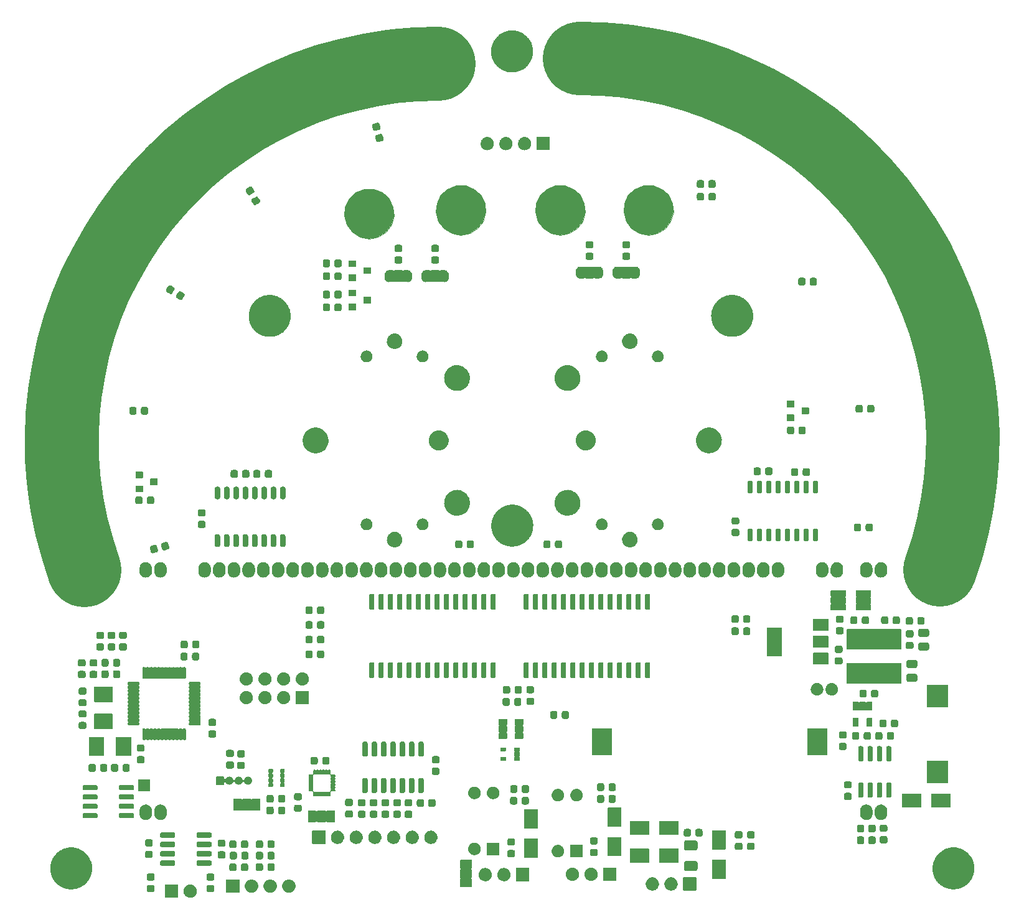
<source format=gbs>
G04 #@! TF.GenerationSoftware,KiCad,Pcbnew,(5.99.0-286-g11f0acefe)*
G04 #@! TF.CreationDate,2019-11-05T18:07:45-05:00*
G04 #@! TF.ProjectId,MotorcycleSpeedo,4d6f746f-7263-4796-936c-655370656564,rev?*
G04 #@! TF.SameCoordinates,Original*
G04 #@! TF.FileFunction,Soldermask,Bot*
G04 #@! TF.FilePolarity,Negative*
%FSLAX46Y46*%
G04 Gerber Fmt 4.6, Leading zero omitted, Abs format (unit mm)*
G04 Created by KiCad (PCBNEW (5.99.0-286-g11f0acefe)) date 2019-11-05 18:07:45*
%MOMM*%
%LPD*%
G04 APERTURE LIST*
%ADD10C,10.087999*%
%ADD11C,9.999999*%
%ADD12C,0.199999*%
%ADD13C,0.100000*%
G04 APERTURE END LIST*
D10*
X154666770Y-128015101D02*
X155649795Y-130983596D01*
X153870939Y-125012351D02*
X154666770Y-128015101D01*
X153261227Y-121983590D02*
X153870939Y-125012351D01*
X152836557Y-118937060D02*
X153261227Y-121983590D01*
X152595854Y-115881005D02*
X152836557Y-118937060D01*
X152538042Y-112823668D02*
X152595854Y-115881005D01*
X152662045Y-109773291D02*
X152538042Y-112823668D01*
X152966787Y-106738119D02*
X152662045Y-109773291D01*
X153451192Y-103726393D02*
X152966787Y-106738119D01*
X154114186Y-100746357D02*
X153451192Y-103726393D01*
X154954691Y-97806255D02*
X154114186Y-100746357D01*
X155971632Y-94914329D02*
X154954691Y-97806255D01*
X157163934Y-92078822D02*
X155971632Y-94914329D01*
X158530520Y-89307977D02*
X157163934Y-92078822D01*
X160070314Y-86610038D02*
X158530520Y-89307977D01*
X161782241Y-83993247D02*
X160070314Y-86610038D01*
X161782241Y-83993247D02*
X161782241Y-83993247D01*
X163650048Y-81485343D02*
X161782241Y-83993247D01*
X165653284Y-79111130D02*
X163650048Y-81485343D01*
X167784582Y-76874457D02*
X165653284Y-79111130D01*
X170036570Y-74779169D02*
X167784582Y-76874457D01*
X172401881Y-72829115D02*
X170036570Y-74779169D01*
X174873144Y-71028140D02*
X172401881Y-72829115D01*
X177442991Y-69380091D02*
X174873144Y-71028140D01*
X180104051Y-67888816D02*
X177442991Y-69380091D01*
X182848956Y-66558161D02*
X180104051Y-67888816D01*
X185670336Y-65391973D02*
X182848956Y-66558161D01*
X188560823Y-64394099D02*
X185670336Y-65391973D01*
X191513046Y-63568386D02*
X188560823Y-64394099D01*
X194519636Y-62918680D02*
X191513046Y-63568386D01*
X197573223Y-62448828D02*
X194519636Y-62918680D01*
X200666440Y-62162677D02*
X197573223Y-62448828D01*
X203791915Y-62064075D02*
X200666440Y-62162677D01*
D11*
X226134331Y-61491755D02*
X222968383Y-61406478D01*
X229268484Y-61767131D02*
X226134331Y-61491755D01*
X232363359Y-62228744D02*
X229268484Y-61767131D01*
X235411476Y-62872733D02*
X232363359Y-62228744D01*
X238405352Y-63695236D02*
X235411476Y-62872733D01*
X241337506Y-64692391D02*
X238405352Y-63695236D01*
X244200456Y-65860337D02*
X241337506Y-64692391D01*
X246986721Y-67195211D02*
X244200456Y-65860337D01*
X249688818Y-68693153D02*
X246986721Y-67195211D01*
X252299265Y-70350301D02*
X249688818Y-68693153D01*
X254810583Y-72162792D02*
X252299265Y-70350301D01*
X257215287Y-74126766D02*
X254810583Y-72162792D01*
X259505898Y-76238360D02*
X257215287Y-74126766D01*
X261674932Y-78493713D02*
X259505898Y-76238360D01*
X263714909Y-80888964D02*
X261674932Y-78493713D01*
X265618347Y-83420249D02*
X263714909Y-80888964D01*
X265618347Y-83420249D02*
X265618347Y-83420249D01*
X267364424Y-86062544D02*
X265618347Y-83420249D01*
X268936543Y-88787831D02*
X267364424Y-86062544D01*
X270333578Y-91587766D02*
X268936543Y-88787831D01*
X271554399Y-94454006D02*
X270333578Y-91587766D01*
X272597878Y-97378207D02*
X271554399Y-94454006D01*
X273462888Y-100352026D02*
X272597878Y-97378207D01*
X274148301Y-103367118D02*
X273462888Y-100352026D01*
X274652988Y-106415142D02*
X274148301Y-103367118D01*
X274975822Y-109487752D02*
X274652988Y-106415142D01*
X275115674Y-112576605D02*
X274975822Y-109487752D01*
X275071417Y-115673358D02*
X275115674Y-112576605D01*
X274841923Y-118769668D02*
X275071417Y-115673358D01*
X274426063Y-121857190D02*
X274841923Y-118769668D01*
X273822710Y-124927581D02*
X274426063Y-121857190D01*
X273030735Y-127972498D02*
X273822710Y-124927581D01*
X272049011Y-130983596D02*
X273030735Y-127972498D01*
D12*
X154666792Y-128010056D02*
X155649795Y-130978546D01*
X153870981Y-125007313D02*
X154666792Y-128010056D01*
X153261286Y-121978559D02*
X153870981Y-125007313D01*
X152836632Y-118932038D02*
X153261286Y-121978559D01*
X152595943Y-115875991D02*
X152836632Y-118932038D01*
X152538144Y-112818663D02*
X152595943Y-115875991D01*
X152662157Y-109768296D02*
X152538144Y-112818663D01*
X152966909Y-106733134D02*
X152662157Y-109768296D01*
X153451322Y-103721419D02*
X152966909Y-106733134D01*
X154114322Y-100741394D02*
X153451322Y-103721419D01*
X154954833Y-97801303D02*
X154114322Y-100741394D01*
X155971778Y-94909389D02*
X154954833Y-97801303D01*
X157164083Y-92073894D02*
X155971778Y-94909389D01*
X158530671Y-89303061D02*
X157164083Y-92073894D01*
X160070466Y-86605135D02*
X158530671Y-89303061D01*
X161782394Y-83988357D02*
X160070466Y-86605135D01*
X161782394Y-83988357D02*
X161782394Y-83988357D01*
X163650197Y-81480466D02*
X161782394Y-83988357D01*
X165653429Y-79106266D02*
X163650197Y-81480466D01*
X167784721Y-76869605D02*
X165653429Y-79106266D01*
X170036703Y-74774328D02*
X167784721Y-76869605D01*
X172402007Y-72824283D02*
X170036703Y-74774328D01*
X174873262Y-71023316D02*
X172402007Y-72824283D01*
X177443099Y-69375274D02*
X174873262Y-71023316D01*
X180104150Y-67884005D02*
X177443099Y-69375274D01*
X182849045Y-66553354D02*
X180104150Y-67884005D01*
X185670414Y-65387168D02*
X182849045Y-66553354D01*
X188560889Y-64389295D02*
X185670414Y-65387168D01*
X191513099Y-63563582D02*
X188560889Y-64389295D01*
X194519677Y-62913874D02*
X191513099Y-63563582D01*
X197573251Y-62444018D02*
X194519677Y-62913874D01*
X200666454Y-62157863D02*
X197573251Y-62444018D01*
X203791915Y-62059253D02*
X200666454Y-62157863D01*
X154666770Y-128015101D02*
X155649795Y-130983596D01*
X153870939Y-125012351D02*
X154666770Y-128015101D01*
X153261227Y-121983590D02*
X153870939Y-125012351D01*
X152836557Y-118937060D02*
X153261227Y-121983590D01*
X152595854Y-115881005D02*
X152836557Y-118937060D01*
X152538042Y-112823668D02*
X152595854Y-115881005D01*
X152662045Y-109773291D02*
X152538042Y-112823668D01*
X152966787Y-106738119D02*
X152662045Y-109773291D01*
X153451192Y-103726393D02*
X152966787Y-106738119D01*
X154114186Y-100746357D02*
X153451192Y-103726393D01*
X154954691Y-97806255D02*
X154114186Y-100746357D01*
X155971632Y-94914329D02*
X154954691Y-97806255D01*
X157163934Y-92078822D02*
X155971632Y-94914329D01*
X158530520Y-89307977D02*
X157163934Y-92078822D01*
X160070314Y-86610038D02*
X158530520Y-89307977D01*
X161782241Y-83993247D02*
X160070314Y-86610038D01*
X161782241Y-83993247D02*
X161782241Y-83993247D01*
X163650048Y-81485343D02*
X161782241Y-83993247D01*
X165653284Y-79111130D02*
X163650048Y-81485343D01*
X167784582Y-76874457D02*
X165653284Y-79111130D01*
X170036570Y-74779169D02*
X167784582Y-76874457D01*
X172401881Y-72829115D02*
X170036570Y-74779169D01*
X174873144Y-71028140D02*
X172401881Y-72829115D01*
X177442991Y-69380091D02*
X174873144Y-71028140D01*
X180104051Y-67888816D02*
X177442991Y-69380091D01*
X182848956Y-66558161D02*
X180104051Y-67888816D01*
X185670336Y-65391973D02*
X182848956Y-66558161D01*
X188560823Y-64394099D02*
X185670336Y-65391973D01*
X191513046Y-63568386D02*
X188560823Y-64394099D01*
X194519636Y-62918680D02*
X191513046Y-63568386D01*
X197573223Y-62448828D02*
X194519636Y-62918680D01*
X200666440Y-62162677D02*
X197573223Y-62448828D01*
X203791915Y-62064075D02*
X200666440Y-62162677D01*
X226134331Y-61491755D02*
X222968383Y-61406478D01*
X229268484Y-61767131D02*
X226134331Y-61491755D01*
X232363359Y-62228744D02*
X229268484Y-61767131D01*
X235411476Y-62872733D02*
X232363359Y-62228744D01*
X238405352Y-63695236D02*
X235411476Y-62872733D01*
X241337506Y-64692391D02*
X238405352Y-63695236D01*
X244200456Y-65860337D02*
X241337506Y-64692391D01*
X246986721Y-67195211D02*
X244200456Y-65860337D01*
X249688818Y-68693153D02*
X246986721Y-67195211D01*
X252299265Y-70350301D02*
X249688818Y-68693153D01*
X254810583Y-72162792D02*
X252299265Y-70350301D01*
X257215287Y-74126766D02*
X254810583Y-72162792D01*
X259505898Y-76238360D02*
X257215287Y-74126766D01*
X261674932Y-78493713D02*
X259505898Y-76238360D01*
X263714909Y-80888964D02*
X261674932Y-78493713D01*
X265618347Y-83420249D02*
X263714909Y-80888964D01*
X265618347Y-83420249D02*
X265618347Y-83420249D01*
X267364424Y-86062544D02*
X265618347Y-83420249D01*
X268936543Y-88787831D02*
X267364424Y-86062544D01*
X270333578Y-91587766D02*
X268936543Y-88787831D01*
X271554399Y-94454006D02*
X270333578Y-91587766D01*
X272597878Y-97378207D02*
X271554399Y-94454006D01*
X273462888Y-100352026D02*
X272597878Y-97378207D01*
X274148301Y-103367118D02*
X273462888Y-100352026D01*
X274652988Y-106415142D02*
X274148301Y-103367118D01*
X274975822Y-109487752D02*
X274652988Y-106415142D01*
X275115674Y-112576605D02*
X274975822Y-109487752D01*
X275071417Y-115673358D02*
X275115674Y-112576605D01*
X274841923Y-118769668D02*
X275071417Y-115673358D01*
X274426063Y-121857190D02*
X274841923Y-118769668D01*
X273822710Y-124927581D02*
X274426063Y-121857190D01*
X273030735Y-127972498D02*
X273822710Y-124927581D01*
X272049011Y-130983596D02*
X273030735Y-127972498D01*
X154666792Y-128010056D02*
X155649795Y-130978546D01*
X153870981Y-125007313D02*
X154666792Y-128010056D01*
X153261286Y-121978559D02*
X153870981Y-125007313D01*
X152836632Y-118932038D02*
X153261286Y-121978559D01*
X152595943Y-115875991D02*
X152836632Y-118932038D01*
X152538144Y-112818663D02*
X152595943Y-115875991D01*
X152662157Y-109768296D02*
X152538144Y-112818663D01*
X152966909Y-106733134D02*
X152662157Y-109768296D01*
X153451322Y-103721419D02*
X152966909Y-106733134D01*
X154114322Y-100741394D02*
X153451322Y-103721419D01*
X154954833Y-97801303D02*
X154114322Y-100741394D01*
X155971778Y-94909389D02*
X154954833Y-97801303D01*
X157164083Y-92073894D02*
X155971778Y-94909389D01*
X158530671Y-89303061D02*
X157164083Y-92073894D01*
X160070466Y-86605135D02*
X158530671Y-89303061D01*
X161782394Y-83988357D02*
X160070466Y-86605135D01*
X161782394Y-83988357D02*
X161782394Y-83988357D01*
X163650197Y-81480466D02*
X161782394Y-83988357D01*
X165653429Y-79106266D02*
X163650197Y-81480466D01*
X167784721Y-76869605D02*
X165653429Y-79106266D01*
X170036703Y-74774328D02*
X167784721Y-76869605D01*
X172402007Y-72824283D02*
X170036703Y-74774328D01*
X174873262Y-71023316D02*
X172402007Y-72824283D01*
X177443099Y-69375274D02*
X174873262Y-71023316D01*
X180104150Y-67884005D02*
X177443099Y-69375274D01*
X182849045Y-66553354D02*
X180104150Y-67884005D01*
X185670414Y-65387168D02*
X182849045Y-66553354D01*
X188560889Y-64389295D02*
X185670414Y-65387168D01*
X191513099Y-63563582D02*
X188560889Y-64389295D01*
X194519677Y-62913874D02*
X191513099Y-63563582D01*
X197573251Y-62444018D02*
X194519677Y-62913874D01*
X200666454Y-62157863D02*
X197573251Y-62444018D01*
X203791915Y-62059253D02*
X200666454Y-62157863D01*
G36*
X234149869Y-79139262D02*
G01*
X235073259Y-79981042D01*
X235630207Y-81099546D01*
X235745496Y-82343712D01*
X235403555Y-83545510D01*
X234650565Y-84542630D01*
X233588222Y-85200406D01*
X232360000Y-85430000D01*
X231131778Y-85200406D01*
X230069435Y-84542630D01*
X229316445Y-83545510D01*
X228974504Y-82343712D01*
X229089793Y-81099546D01*
X229646741Y-79981042D01*
X230570131Y-79139262D01*
X231735252Y-78687891D01*
X232984748Y-78687891D01*
X234149869Y-79139262D01*
G37*
D13*
X234149869Y-79139262D02*
X235073259Y-79981042D01*
X235630207Y-81099546D01*
X235745496Y-82343712D01*
X235403555Y-83545510D01*
X234650565Y-84542630D01*
X233588222Y-85200406D01*
X232360000Y-85430000D01*
X231131778Y-85200406D01*
X230069435Y-84542630D01*
X229316445Y-83545510D01*
X228974504Y-82343712D01*
X229089793Y-81099546D01*
X229646741Y-79981042D01*
X230570131Y-79139262D01*
X231735252Y-78687891D01*
X232984748Y-78687891D01*
X234149869Y-79139262D01*
G36*
X222149869Y-79139262D02*
G01*
X223073259Y-79981042D01*
X223630207Y-81099546D01*
X223745496Y-82343712D01*
X223403555Y-83545510D01*
X222650565Y-84542630D01*
X221588222Y-85200406D01*
X220360000Y-85430000D01*
X219131778Y-85200406D01*
X218069435Y-84542630D01*
X217316445Y-83545510D01*
X216974504Y-82343712D01*
X217089793Y-81099546D01*
X217646741Y-79981042D01*
X218570131Y-79139262D01*
X219735252Y-78687891D01*
X220984748Y-78687891D01*
X222149869Y-79139262D01*
G37*
X222149869Y-79139262D02*
X223073259Y-79981042D01*
X223630207Y-81099546D01*
X223745496Y-82343712D01*
X223403555Y-83545510D01*
X222650565Y-84542630D01*
X221588222Y-85200406D01*
X220360000Y-85430000D01*
X219131778Y-85200406D01*
X218069435Y-84542630D01*
X217316445Y-83545510D01*
X216974504Y-82343712D01*
X217089793Y-81099546D01*
X217646741Y-79981042D01*
X218570131Y-79139262D01*
X219735252Y-78687891D01*
X220984748Y-78687891D01*
X222149869Y-79139262D01*
G36*
X208649869Y-79139262D02*
G01*
X209573259Y-79981042D01*
X210130207Y-81099546D01*
X210245496Y-82343712D01*
X209903555Y-83545510D01*
X209150565Y-84542630D01*
X208088222Y-85200406D01*
X206860000Y-85430000D01*
X205631778Y-85200406D01*
X204569435Y-84542630D01*
X203816445Y-83545510D01*
X203474504Y-82343712D01*
X203589793Y-81099546D01*
X204146741Y-79981042D01*
X205070131Y-79139262D01*
X206235252Y-78687891D01*
X207484748Y-78687891D01*
X208649869Y-79139262D01*
G37*
X208649869Y-79139262D02*
X209573259Y-79981042D01*
X210130207Y-81099546D01*
X210245496Y-82343712D01*
X209903555Y-83545510D01*
X209150565Y-84542630D01*
X208088222Y-85200406D01*
X206860000Y-85430000D01*
X205631778Y-85200406D01*
X204569435Y-84542630D01*
X203816445Y-83545510D01*
X203474504Y-82343712D01*
X203589793Y-81099546D01*
X204146741Y-79981042D01*
X205070131Y-79139262D01*
X206235252Y-78687891D01*
X207484748Y-78687891D01*
X208649869Y-79139262D01*
G36*
X196149869Y-79639262D02*
G01*
X197073259Y-80481042D01*
X197630207Y-81599546D01*
X197745496Y-82843712D01*
X197403555Y-84045510D01*
X196650565Y-85042630D01*
X195588222Y-85700406D01*
X194360000Y-85930000D01*
X193131778Y-85700406D01*
X192069435Y-85042630D01*
X191316445Y-84045510D01*
X190974504Y-82843712D01*
X191089793Y-81599546D01*
X191646741Y-80481042D01*
X192570131Y-79639262D01*
X193735252Y-79187891D01*
X194984748Y-79187891D01*
X196149869Y-79639262D01*
G37*
X196149869Y-79639262D02*
X197073259Y-80481042D01*
X197630207Y-81599546D01*
X197745496Y-82843712D01*
X197403555Y-84045510D01*
X196650565Y-85042630D01*
X195588222Y-85700406D01*
X194360000Y-85930000D01*
X193131778Y-85700406D01*
X192069435Y-85042630D01*
X191316445Y-84045510D01*
X190974504Y-82843712D01*
X191089793Y-81599546D01*
X191646741Y-80481042D01*
X192570131Y-79639262D01*
X193735252Y-79187891D01*
X194984748Y-79187891D01*
X196149869Y-79639262D01*
G36*
X170089902Y-173824283D02*
G01*
X170134637Y-173824595D01*
X170178460Y-173833590D01*
X170228360Y-173838835D01*
X170270132Y-173852408D01*
X170307723Y-173860124D01*
X170354851Y-173879935D01*
X170408488Y-173897363D01*
X170441099Y-173916191D01*
X170470614Y-173928598D01*
X170518301Y-173960763D01*
X170572511Y-173992061D01*
X170595826Y-174013054D01*
X170617101Y-174027404D01*
X170662183Y-174072802D01*
X170713261Y-174118793D01*
X170728003Y-174139083D01*
X170741608Y-174152784D01*
X170780643Y-174211537D01*
X170824586Y-174272019D01*
X170832221Y-174289168D01*
X170839388Y-174299955D01*
X170868865Y-174371472D01*
X170901621Y-174445042D01*
X170904211Y-174457225D01*
X170906724Y-174463323D01*
X170923292Y-174546997D01*
X170940999Y-174630301D01*
X170940999Y-174819699D01*
X170938115Y-174833269D01*
X170938030Y-174839331D01*
X170919342Y-174921585D01*
X170901621Y-175004958D01*
X170899129Y-175010555D01*
X170899078Y-175010780D01*
X170827210Y-175172197D01*
X170827078Y-175172385D01*
X170824586Y-175177981D01*
X170774480Y-175246946D01*
X170725357Y-175316582D01*
X170720585Y-175321126D01*
X170713261Y-175331207D01*
X170653396Y-175385110D01*
X170597396Y-175438438D01*
X170586464Y-175445376D01*
X170572511Y-175457939D01*
X170507764Y-175495321D01*
X170448211Y-175533114D01*
X170430209Y-175540097D01*
X170408488Y-175552637D01*
X170343115Y-175573878D01*
X170283468Y-175597014D01*
X170258200Y-175601469D01*
X170228360Y-175611165D01*
X170166095Y-175617709D01*
X170109460Y-175627695D01*
X170077459Y-175627025D01*
X170040000Y-175630962D01*
X169983902Y-175625066D01*
X169932799Y-175623996D01*
X169895323Y-175615756D01*
X169851640Y-175611165D01*
X169803917Y-175595659D01*
X169760225Y-175586052D01*
X169719230Y-175568142D01*
X169671512Y-175552637D01*
X169633473Y-175530675D01*
X169598310Y-175515313D01*
X169556337Y-175486141D01*
X169507489Y-175457939D01*
X169479504Y-175432741D01*
X169453215Y-175414470D01*
X169413257Y-175373092D01*
X169366739Y-175331207D01*
X169348296Y-175305823D01*
X169330473Y-175287366D01*
X169295821Y-175233597D01*
X169255414Y-175177981D01*
X169245212Y-175155066D01*
X169234754Y-175138839D01*
X169208789Y-175073261D01*
X169178379Y-175004958D01*
X169174476Y-174986596D01*
X169169707Y-174974551D01*
X169155740Y-174898448D01*
X169139001Y-174819699D01*
X169139001Y-174807246D01*
X169137811Y-174800762D01*
X169139001Y-174715535D01*
X169139001Y-174630301D01*
X169140275Y-174624308D01*
X169140278Y-174624077D01*
X169177015Y-174451246D01*
X169177105Y-174451036D01*
X169178379Y-174445042D01*
X169213042Y-174367188D01*
X169246622Y-174288839D01*
X169250348Y-174283397D01*
X169255414Y-174272019D01*
X169302746Y-174206872D01*
X169346452Y-174143041D01*
X169355706Y-174133979D01*
X169366739Y-174118793D01*
X169422297Y-174068769D01*
X169472693Y-174019417D01*
X169488848Y-174008846D01*
X169507489Y-173992061D01*
X169567026Y-173957687D01*
X169620551Y-173922662D01*
X169644340Y-173913050D01*
X169671512Y-173897363D01*
X169731045Y-173878019D01*
X169784376Y-173856472D01*
X169815820Y-173850474D01*
X169851640Y-173838835D01*
X169907744Y-173832938D01*
X169957945Y-173823362D01*
X169996312Y-173823630D01*
X170040000Y-173819038D01*
X170089902Y-173824283D01*
G37*
G36*
X168369899Y-173826959D02*
G01*
X168386769Y-173838231D01*
X168398041Y-173855101D01*
X168404448Y-173887312D01*
X168404448Y-175562688D01*
X168401999Y-175575000D01*
X168398041Y-175594899D01*
X168386769Y-175611769D01*
X168369899Y-175623041D01*
X168350000Y-175626999D01*
X168337688Y-175629448D01*
X166662312Y-175629448D01*
X166630101Y-175623041D01*
X166613231Y-175611769D01*
X166601959Y-175594899D01*
X166595552Y-175562688D01*
X166595552Y-173887312D01*
X166601959Y-173855101D01*
X166613231Y-173838231D01*
X166630101Y-173826959D01*
X166662312Y-173820552D01*
X168337688Y-173820552D01*
X168369899Y-173826959D01*
G37*
G36*
X178439902Y-173149283D02*
G01*
X178484637Y-173149595D01*
X178528460Y-173158590D01*
X178578360Y-173163835D01*
X178620132Y-173177408D01*
X178657723Y-173185124D01*
X178704851Y-173204935D01*
X178758488Y-173222363D01*
X178791099Y-173241191D01*
X178820614Y-173253598D01*
X178868301Y-173285763D01*
X178922511Y-173317061D01*
X178945826Y-173338054D01*
X178967101Y-173352404D01*
X179012183Y-173397802D01*
X179063261Y-173443793D01*
X179078003Y-173464083D01*
X179091608Y-173477784D01*
X179130643Y-173536537D01*
X179174586Y-173597019D01*
X179182221Y-173614168D01*
X179189388Y-173624955D01*
X179218865Y-173696472D01*
X179251621Y-173770042D01*
X179254211Y-173782225D01*
X179256724Y-173788323D01*
X179273292Y-173871997D01*
X179290999Y-173955301D01*
X179290999Y-174144699D01*
X179288115Y-174158269D01*
X179288030Y-174164331D01*
X179269342Y-174246585D01*
X179251621Y-174329958D01*
X179249129Y-174335555D01*
X179249078Y-174335780D01*
X179177210Y-174497197D01*
X179177078Y-174497385D01*
X179174586Y-174502981D01*
X179124480Y-174571946D01*
X179075357Y-174641582D01*
X179070585Y-174646126D01*
X179063261Y-174656207D01*
X179003396Y-174710110D01*
X178947396Y-174763438D01*
X178936464Y-174770376D01*
X178922511Y-174782939D01*
X178857764Y-174820321D01*
X178798211Y-174858114D01*
X178780209Y-174865097D01*
X178758488Y-174877637D01*
X178693115Y-174898878D01*
X178633468Y-174922014D01*
X178608200Y-174926469D01*
X178578360Y-174936165D01*
X178516095Y-174942709D01*
X178459460Y-174952695D01*
X178427459Y-174952025D01*
X178390000Y-174955962D01*
X178333902Y-174950066D01*
X178282799Y-174948996D01*
X178245323Y-174940756D01*
X178201640Y-174936165D01*
X178153917Y-174920659D01*
X178110225Y-174911052D01*
X178069230Y-174893142D01*
X178021512Y-174877637D01*
X177983473Y-174855675D01*
X177948310Y-174840313D01*
X177906337Y-174811141D01*
X177857489Y-174782939D01*
X177829504Y-174757741D01*
X177803215Y-174739470D01*
X177763257Y-174698092D01*
X177716739Y-174656207D01*
X177698296Y-174630823D01*
X177680473Y-174612366D01*
X177645821Y-174558597D01*
X177605414Y-174502981D01*
X177595212Y-174480066D01*
X177584754Y-174463839D01*
X177558789Y-174398261D01*
X177528379Y-174329958D01*
X177524476Y-174311596D01*
X177519707Y-174299551D01*
X177505740Y-174223448D01*
X177489001Y-174144699D01*
X177489001Y-174132246D01*
X177487811Y-174125762D01*
X177489001Y-174040535D01*
X177489001Y-173955301D01*
X177490275Y-173949308D01*
X177490278Y-173949077D01*
X177527015Y-173776246D01*
X177527105Y-173776036D01*
X177528379Y-173770042D01*
X177563042Y-173692188D01*
X177596622Y-173613839D01*
X177600348Y-173608397D01*
X177605414Y-173597019D01*
X177652746Y-173531872D01*
X177696452Y-173468041D01*
X177705706Y-173458979D01*
X177716739Y-173443793D01*
X177772297Y-173393769D01*
X177822693Y-173344417D01*
X177838848Y-173333846D01*
X177857489Y-173317061D01*
X177917026Y-173282687D01*
X177970551Y-173247662D01*
X177994340Y-173238050D01*
X178021512Y-173222363D01*
X178081045Y-173203019D01*
X178134376Y-173181472D01*
X178165820Y-173175474D01*
X178201640Y-173163835D01*
X178257744Y-173157938D01*
X178307945Y-173148362D01*
X178346312Y-173148630D01*
X178390000Y-173144038D01*
X178439902Y-173149283D01*
G37*
G36*
X183519902Y-173149283D02*
G01*
X183564637Y-173149595D01*
X183608460Y-173158590D01*
X183658360Y-173163835D01*
X183700132Y-173177408D01*
X183737723Y-173185124D01*
X183784851Y-173204935D01*
X183838488Y-173222363D01*
X183871099Y-173241191D01*
X183900614Y-173253598D01*
X183948301Y-173285763D01*
X184002511Y-173317061D01*
X184025826Y-173338054D01*
X184047101Y-173352404D01*
X184092183Y-173397802D01*
X184143261Y-173443793D01*
X184158003Y-173464083D01*
X184171608Y-173477784D01*
X184210643Y-173536537D01*
X184254586Y-173597019D01*
X184262221Y-173614168D01*
X184269388Y-173624955D01*
X184298865Y-173696472D01*
X184331621Y-173770042D01*
X184334211Y-173782225D01*
X184336724Y-173788323D01*
X184353292Y-173871997D01*
X184370999Y-173955301D01*
X184370999Y-174144699D01*
X184368115Y-174158269D01*
X184368030Y-174164331D01*
X184349342Y-174246585D01*
X184331621Y-174329958D01*
X184329129Y-174335555D01*
X184329078Y-174335780D01*
X184257210Y-174497197D01*
X184257078Y-174497385D01*
X184254586Y-174502981D01*
X184204480Y-174571946D01*
X184155357Y-174641582D01*
X184150585Y-174646126D01*
X184143261Y-174656207D01*
X184083396Y-174710110D01*
X184027396Y-174763438D01*
X184016464Y-174770376D01*
X184002511Y-174782939D01*
X183937764Y-174820321D01*
X183878211Y-174858114D01*
X183860209Y-174865097D01*
X183838488Y-174877637D01*
X183773115Y-174898878D01*
X183713468Y-174922014D01*
X183688200Y-174926469D01*
X183658360Y-174936165D01*
X183596095Y-174942709D01*
X183539460Y-174952695D01*
X183507459Y-174952025D01*
X183470000Y-174955962D01*
X183413902Y-174950066D01*
X183362799Y-174948996D01*
X183325323Y-174940756D01*
X183281640Y-174936165D01*
X183233917Y-174920659D01*
X183190225Y-174911052D01*
X183149230Y-174893142D01*
X183101512Y-174877637D01*
X183063473Y-174855675D01*
X183028310Y-174840313D01*
X182986337Y-174811141D01*
X182937489Y-174782939D01*
X182909504Y-174757741D01*
X182883215Y-174739470D01*
X182843257Y-174698092D01*
X182796739Y-174656207D01*
X182778296Y-174630823D01*
X182760473Y-174612366D01*
X182725821Y-174558597D01*
X182685414Y-174502981D01*
X182675212Y-174480066D01*
X182664754Y-174463839D01*
X182638789Y-174398261D01*
X182608379Y-174329958D01*
X182604476Y-174311596D01*
X182599707Y-174299551D01*
X182585740Y-174223448D01*
X182569001Y-174144699D01*
X182569001Y-174132246D01*
X182567811Y-174125762D01*
X182569001Y-174040535D01*
X182569001Y-173955301D01*
X182570275Y-173949308D01*
X182570278Y-173949077D01*
X182607015Y-173776246D01*
X182607105Y-173776036D01*
X182608379Y-173770042D01*
X182643042Y-173692188D01*
X182676622Y-173613839D01*
X182680348Y-173608397D01*
X182685414Y-173597019D01*
X182732746Y-173531872D01*
X182776452Y-173468041D01*
X182785706Y-173458979D01*
X182796739Y-173443793D01*
X182852297Y-173393769D01*
X182902693Y-173344417D01*
X182918848Y-173333846D01*
X182937489Y-173317061D01*
X182997026Y-173282687D01*
X183050551Y-173247662D01*
X183074340Y-173238050D01*
X183101512Y-173222363D01*
X183161045Y-173203019D01*
X183214376Y-173181472D01*
X183245820Y-173175474D01*
X183281640Y-173163835D01*
X183337744Y-173157938D01*
X183387945Y-173148362D01*
X183426312Y-173148630D01*
X183470000Y-173144038D01*
X183519902Y-173149283D01*
G37*
G36*
X180979902Y-173149283D02*
G01*
X181024637Y-173149595D01*
X181068460Y-173158590D01*
X181118360Y-173163835D01*
X181160132Y-173177408D01*
X181197723Y-173185124D01*
X181244851Y-173204935D01*
X181298488Y-173222363D01*
X181331099Y-173241191D01*
X181360614Y-173253598D01*
X181408301Y-173285763D01*
X181462511Y-173317061D01*
X181485826Y-173338054D01*
X181507101Y-173352404D01*
X181552183Y-173397802D01*
X181603261Y-173443793D01*
X181618003Y-173464083D01*
X181631608Y-173477784D01*
X181670643Y-173536537D01*
X181714586Y-173597019D01*
X181722221Y-173614168D01*
X181729388Y-173624955D01*
X181758865Y-173696472D01*
X181791621Y-173770042D01*
X181794211Y-173782225D01*
X181796724Y-173788323D01*
X181813292Y-173871997D01*
X181830999Y-173955301D01*
X181830999Y-174144699D01*
X181828115Y-174158269D01*
X181828030Y-174164331D01*
X181809342Y-174246585D01*
X181791621Y-174329958D01*
X181789129Y-174335555D01*
X181789078Y-174335780D01*
X181717210Y-174497197D01*
X181717078Y-174497385D01*
X181714586Y-174502981D01*
X181664480Y-174571946D01*
X181615357Y-174641582D01*
X181610585Y-174646126D01*
X181603261Y-174656207D01*
X181543396Y-174710110D01*
X181487396Y-174763438D01*
X181476464Y-174770376D01*
X181462511Y-174782939D01*
X181397764Y-174820321D01*
X181338211Y-174858114D01*
X181320209Y-174865097D01*
X181298488Y-174877637D01*
X181233115Y-174898878D01*
X181173468Y-174922014D01*
X181148200Y-174926469D01*
X181118360Y-174936165D01*
X181056095Y-174942709D01*
X180999460Y-174952695D01*
X180967459Y-174952025D01*
X180930000Y-174955962D01*
X180873902Y-174950066D01*
X180822799Y-174948996D01*
X180785323Y-174940756D01*
X180741640Y-174936165D01*
X180693917Y-174920659D01*
X180650225Y-174911052D01*
X180609230Y-174893142D01*
X180561512Y-174877637D01*
X180523473Y-174855675D01*
X180488310Y-174840313D01*
X180446337Y-174811141D01*
X180397489Y-174782939D01*
X180369504Y-174757741D01*
X180343215Y-174739470D01*
X180303257Y-174698092D01*
X180256739Y-174656207D01*
X180238296Y-174630823D01*
X180220473Y-174612366D01*
X180185821Y-174558597D01*
X180145414Y-174502981D01*
X180135212Y-174480066D01*
X180124754Y-174463839D01*
X180098789Y-174398261D01*
X180068379Y-174329958D01*
X180064476Y-174311596D01*
X180059707Y-174299551D01*
X180045740Y-174223448D01*
X180029001Y-174144699D01*
X180029001Y-174132246D01*
X180027811Y-174125762D01*
X180029001Y-174040535D01*
X180029001Y-173955301D01*
X180030275Y-173949308D01*
X180030278Y-173949077D01*
X180067015Y-173776246D01*
X180067105Y-173776036D01*
X180068379Y-173770042D01*
X180103042Y-173692188D01*
X180136622Y-173613839D01*
X180140348Y-173608397D01*
X180145414Y-173597019D01*
X180192746Y-173531872D01*
X180236452Y-173468041D01*
X180245706Y-173458979D01*
X180256739Y-173443793D01*
X180312297Y-173393769D01*
X180362693Y-173344417D01*
X180378848Y-173333846D01*
X180397489Y-173317061D01*
X180457026Y-173282687D01*
X180510551Y-173247662D01*
X180534340Y-173238050D01*
X180561512Y-173222363D01*
X180621045Y-173203019D01*
X180674376Y-173181472D01*
X180705820Y-173175474D01*
X180741640Y-173163835D01*
X180797744Y-173157938D01*
X180847945Y-173148362D01*
X180886312Y-173148630D01*
X180930000Y-173144038D01*
X180979902Y-173149283D01*
G37*
G36*
X176719899Y-173151959D02*
G01*
X176736769Y-173163231D01*
X176748041Y-173180101D01*
X176754448Y-173212312D01*
X176754448Y-174887688D01*
X176751999Y-174900000D01*
X176748041Y-174919899D01*
X176736769Y-174936769D01*
X176719899Y-174948041D01*
X176700000Y-174951999D01*
X176687688Y-174954448D01*
X175012312Y-174954448D01*
X174980101Y-174948041D01*
X174963231Y-174936769D01*
X174951959Y-174919899D01*
X174945552Y-174887688D01*
X174945552Y-173212312D01*
X174951959Y-173180101D01*
X174963231Y-173163231D01*
X174980101Y-173151959D01*
X175012312Y-173145552D01*
X176687688Y-173145552D01*
X176719899Y-173151959D01*
G37*
G36*
X164926231Y-173898001D02*
G01*
X164926964Y-173898001D01*
X164929829Y-173898571D01*
X165012918Y-173911731D01*
X165023760Y-173917255D01*
X165032215Y-173918937D01*
X165048768Y-173929998D01*
X165089054Y-173950524D01*
X165108316Y-173969786D01*
X165121443Y-173978557D01*
X165130214Y-173991684D01*
X165149476Y-174010946D01*
X165170002Y-174051232D01*
X165181063Y-174067785D01*
X165182745Y-174076240D01*
X165188269Y-174087082D01*
X165201429Y-174170171D01*
X165201999Y-174173036D01*
X165201999Y-174173769D01*
X165203194Y-174181314D01*
X165203194Y-174593686D01*
X165201999Y-174601231D01*
X165201999Y-174601964D01*
X165201429Y-174604829D01*
X165188269Y-174687918D01*
X165182745Y-174698760D01*
X165181063Y-174707215D01*
X165170002Y-174723768D01*
X165149476Y-174764054D01*
X165130214Y-174783316D01*
X165121443Y-174796443D01*
X165108316Y-174805214D01*
X165089054Y-174824476D01*
X165048768Y-174845002D01*
X165032215Y-174856063D01*
X165023760Y-174857745D01*
X165012918Y-174863269D01*
X164929829Y-174876429D01*
X164926964Y-174876999D01*
X164926231Y-174876999D01*
X164918686Y-174878194D01*
X164431314Y-174878194D01*
X164423769Y-174876999D01*
X164423036Y-174876999D01*
X164420171Y-174876429D01*
X164337082Y-174863269D01*
X164326240Y-174857745D01*
X164317785Y-174856063D01*
X164301232Y-174845002D01*
X164260946Y-174824476D01*
X164241684Y-174805214D01*
X164228557Y-174796443D01*
X164219786Y-174783316D01*
X164200524Y-174764054D01*
X164179998Y-174723768D01*
X164168937Y-174707215D01*
X164167255Y-174698760D01*
X164161731Y-174687918D01*
X164148571Y-174604829D01*
X164148001Y-174601964D01*
X164148001Y-174601231D01*
X164146806Y-174593686D01*
X164146806Y-174181314D01*
X164148001Y-174173769D01*
X164148001Y-174173036D01*
X164148571Y-174170171D01*
X164161731Y-174087082D01*
X164167255Y-174076240D01*
X164168937Y-174067785D01*
X164179998Y-174051232D01*
X164200524Y-174010946D01*
X164219786Y-173991684D01*
X164228557Y-173978557D01*
X164241684Y-173969786D01*
X164260946Y-173950524D01*
X164301232Y-173929998D01*
X164317785Y-173918937D01*
X164326240Y-173917255D01*
X164337082Y-173911731D01*
X164420171Y-173898571D01*
X164423036Y-173898001D01*
X164423769Y-173898001D01*
X164431314Y-173896806D01*
X164918686Y-173896806D01*
X164926231Y-173898001D01*
G37*
G36*
X173051231Y-173898001D02*
G01*
X173051964Y-173898001D01*
X173054829Y-173898571D01*
X173137918Y-173911731D01*
X173148760Y-173917255D01*
X173157215Y-173918937D01*
X173173768Y-173929998D01*
X173214054Y-173950524D01*
X173233316Y-173969786D01*
X173246443Y-173978557D01*
X173255214Y-173991684D01*
X173274476Y-174010946D01*
X173295002Y-174051232D01*
X173306063Y-174067785D01*
X173307745Y-174076240D01*
X173313269Y-174087082D01*
X173326429Y-174170171D01*
X173326999Y-174173036D01*
X173326999Y-174173769D01*
X173328194Y-174181314D01*
X173328194Y-174593686D01*
X173326999Y-174601231D01*
X173326999Y-174601964D01*
X173326429Y-174604829D01*
X173313269Y-174687918D01*
X173307745Y-174698760D01*
X173306063Y-174707215D01*
X173295002Y-174723768D01*
X173274476Y-174764054D01*
X173255214Y-174783316D01*
X173246443Y-174796443D01*
X173233316Y-174805214D01*
X173214054Y-174824476D01*
X173173768Y-174845002D01*
X173157215Y-174856063D01*
X173148760Y-174857745D01*
X173137918Y-174863269D01*
X173054829Y-174876429D01*
X173051964Y-174876999D01*
X173051231Y-174876999D01*
X173043686Y-174878194D01*
X172556314Y-174878194D01*
X172548769Y-174876999D01*
X172548036Y-174876999D01*
X172545171Y-174876429D01*
X172462082Y-174863269D01*
X172451240Y-174857745D01*
X172442785Y-174856063D01*
X172426232Y-174845002D01*
X172385946Y-174824476D01*
X172366684Y-174805214D01*
X172353557Y-174796443D01*
X172344786Y-174783316D01*
X172325524Y-174764054D01*
X172304998Y-174723768D01*
X172293937Y-174707215D01*
X172292255Y-174698760D01*
X172286731Y-174687918D01*
X172273571Y-174604829D01*
X172273001Y-174601964D01*
X172273001Y-174601231D01*
X172271806Y-174593686D01*
X172271806Y-174181314D01*
X172273001Y-174173769D01*
X172273001Y-174173036D01*
X172273571Y-174170171D01*
X172286731Y-174087082D01*
X172292255Y-174076240D01*
X172293937Y-174067785D01*
X172304998Y-174051232D01*
X172325524Y-174010946D01*
X172344786Y-173991684D01*
X172353557Y-173978557D01*
X172366684Y-173969786D01*
X172385946Y-173950524D01*
X172426232Y-173929998D01*
X172442785Y-173918937D01*
X172451240Y-173917255D01*
X172462082Y-173911731D01*
X172545171Y-173898571D01*
X172548036Y-173898001D01*
X172548769Y-173898001D01*
X172556314Y-173896806D01*
X173043686Y-173896806D01*
X173051231Y-173898001D01*
G37*
G36*
X235499904Y-172849282D02*
G01*
X235544639Y-172849594D01*
X235588462Y-172858589D01*
X235638362Y-172863834D01*
X235680134Y-172877407D01*
X235717725Y-172885123D01*
X235764853Y-172904934D01*
X235818490Y-172922362D01*
X235851101Y-172941190D01*
X235880616Y-172953597D01*
X235928303Y-172985762D01*
X235982513Y-173017060D01*
X236005828Y-173038053D01*
X236027103Y-173052403D01*
X236072185Y-173097801D01*
X236123263Y-173143792D01*
X236138005Y-173164082D01*
X236151610Y-173177783D01*
X236190645Y-173236536D01*
X236234588Y-173297018D01*
X236242223Y-173314167D01*
X236249390Y-173324954D01*
X236278867Y-173396471D01*
X236311623Y-173470041D01*
X236314213Y-173482224D01*
X236316726Y-173488322D01*
X236333294Y-173571996D01*
X236351001Y-173655300D01*
X236351001Y-173844698D01*
X236348117Y-173858268D01*
X236348032Y-173864330D01*
X236329344Y-173946584D01*
X236311623Y-174029957D01*
X236309131Y-174035554D01*
X236309080Y-174035779D01*
X236237212Y-174197196D01*
X236237080Y-174197384D01*
X236234588Y-174202980D01*
X236184482Y-174271945D01*
X236135359Y-174341581D01*
X236130587Y-174346125D01*
X236123263Y-174356206D01*
X236063398Y-174410109D01*
X236007398Y-174463437D01*
X235996466Y-174470375D01*
X235982513Y-174482938D01*
X235917766Y-174520320D01*
X235858213Y-174558113D01*
X235840211Y-174565096D01*
X235818490Y-174577636D01*
X235753117Y-174598877D01*
X235693470Y-174622013D01*
X235668202Y-174626468D01*
X235638362Y-174636164D01*
X235576097Y-174642708D01*
X235519462Y-174652694D01*
X235487461Y-174652024D01*
X235450002Y-174655961D01*
X235393904Y-174650065D01*
X235342801Y-174648995D01*
X235305325Y-174640755D01*
X235261642Y-174636164D01*
X235213919Y-174620658D01*
X235170227Y-174611051D01*
X235129232Y-174593141D01*
X235081514Y-174577636D01*
X235043475Y-174555674D01*
X235008312Y-174540312D01*
X234966339Y-174511140D01*
X234917491Y-174482938D01*
X234889506Y-174457740D01*
X234863217Y-174439469D01*
X234823259Y-174398091D01*
X234776741Y-174356206D01*
X234758298Y-174330822D01*
X234740475Y-174312365D01*
X234705823Y-174258596D01*
X234665416Y-174202980D01*
X234655214Y-174180065D01*
X234644756Y-174163838D01*
X234618791Y-174098260D01*
X234588381Y-174029957D01*
X234584478Y-174011595D01*
X234579709Y-173999550D01*
X234565742Y-173923447D01*
X234549003Y-173844698D01*
X234549003Y-173832245D01*
X234547813Y-173825761D01*
X234549003Y-173740534D01*
X234549003Y-173655300D01*
X234550277Y-173649307D01*
X234550280Y-173649076D01*
X234587017Y-173476245D01*
X234587107Y-173476035D01*
X234588381Y-173470041D01*
X234623044Y-173392187D01*
X234656624Y-173313838D01*
X234660350Y-173308396D01*
X234665416Y-173297018D01*
X234712748Y-173231871D01*
X234756454Y-173168040D01*
X234765708Y-173158978D01*
X234776741Y-173143792D01*
X234832299Y-173093768D01*
X234882695Y-173044416D01*
X234898850Y-173033845D01*
X234917491Y-173017060D01*
X234977028Y-172982686D01*
X235030553Y-172947661D01*
X235054342Y-172938049D01*
X235081514Y-172922362D01*
X235141047Y-172903018D01*
X235194378Y-172881471D01*
X235225822Y-172875473D01*
X235261642Y-172863834D01*
X235317746Y-172857937D01*
X235367947Y-172848361D01*
X235406314Y-172848629D01*
X235450002Y-172844037D01*
X235499904Y-172849282D01*
G37*
G36*
X232959904Y-172849282D02*
G01*
X233004639Y-172849594D01*
X233048462Y-172858589D01*
X233098362Y-172863834D01*
X233140134Y-172877407D01*
X233177725Y-172885123D01*
X233224853Y-172904934D01*
X233278490Y-172922362D01*
X233311101Y-172941190D01*
X233340616Y-172953597D01*
X233388303Y-172985762D01*
X233442513Y-173017060D01*
X233465828Y-173038053D01*
X233487103Y-173052403D01*
X233532185Y-173097801D01*
X233583263Y-173143792D01*
X233598005Y-173164082D01*
X233611610Y-173177783D01*
X233650645Y-173236536D01*
X233694588Y-173297018D01*
X233702223Y-173314167D01*
X233709390Y-173324954D01*
X233738867Y-173396471D01*
X233771623Y-173470041D01*
X233774213Y-173482224D01*
X233776726Y-173488322D01*
X233793294Y-173571996D01*
X233811001Y-173655300D01*
X233811001Y-173844698D01*
X233808117Y-173858268D01*
X233808032Y-173864330D01*
X233789344Y-173946584D01*
X233771623Y-174029957D01*
X233769131Y-174035554D01*
X233769080Y-174035779D01*
X233697212Y-174197196D01*
X233697080Y-174197384D01*
X233694588Y-174202980D01*
X233644482Y-174271945D01*
X233595359Y-174341581D01*
X233590587Y-174346125D01*
X233583263Y-174356206D01*
X233523398Y-174410109D01*
X233467398Y-174463437D01*
X233456466Y-174470375D01*
X233442513Y-174482938D01*
X233377766Y-174520320D01*
X233318213Y-174558113D01*
X233300211Y-174565096D01*
X233278490Y-174577636D01*
X233213117Y-174598877D01*
X233153470Y-174622013D01*
X233128202Y-174626468D01*
X233098362Y-174636164D01*
X233036097Y-174642708D01*
X232979462Y-174652694D01*
X232947461Y-174652024D01*
X232910002Y-174655961D01*
X232853904Y-174650065D01*
X232802801Y-174648995D01*
X232765325Y-174640755D01*
X232721642Y-174636164D01*
X232673919Y-174620658D01*
X232630227Y-174611051D01*
X232589232Y-174593141D01*
X232541514Y-174577636D01*
X232503475Y-174555674D01*
X232468312Y-174540312D01*
X232426339Y-174511140D01*
X232377491Y-174482938D01*
X232349506Y-174457740D01*
X232323217Y-174439469D01*
X232283259Y-174398091D01*
X232236741Y-174356206D01*
X232218298Y-174330822D01*
X232200475Y-174312365D01*
X232165823Y-174258596D01*
X232125416Y-174202980D01*
X232115214Y-174180065D01*
X232104756Y-174163838D01*
X232078791Y-174098260D01*
X232048381Y-174029957D01*
X232044478Y-174011595D01*
X232039709Y-173999550D01*
X232025742Y-173923447D01*
X232009003Y-173844698D01*
X232009003Y-173832245D01*
X232007813Y-173825761D01*
X232009003Y-173740534D01*
X232009003Y-173655300D01*
X232010277Y-173649307D01*
X232010280Y-173649076D01*
X232047017Y-173476245D01*
X232047107Y-173476035D01*
X232048381Y-173470041D01*
X232083044Y-173392187D01*
X232116624Y-173313838D01*
X232120350Y-173308396D01*
X232125416Y-173297018D01*
X232172748Y-173231871D01*
X232216454Y-173168040D01*
X232225708Y-173158978D01*
X232236741Y-173143792D01*
X232292299Y-173093768D01*
X232342695Y-173044416D01*
X232358850Y-173033845D01*
X232377491Y-173017060D01*
X232437028Y-172982686D01*
X232490553Y-172947661D01*
X232514342Y-172938049D01*
X232541514Y-172922362D01*
X232601047Y-172903018D01*
X232654378Y-172881471D01*
X232685822Y-172875473D01*
X232721642Y-172863834D01*
X232777746Y-172857937D01*
X232827947Y-172848361D01*
X232866314Y-172848629D01*
X232910002Y-172844037D01*
X232959904Y-172849282D01*
G37*
G36*
X238859901Y-172851958D02*
G01*
X238876771Y-172863230D01*
X238888043Y-172880100D01*
X238894450Y-172912311D01*
X238894450Y-174587687D01*
X238892001Y-174599999D01*
X238888043Y-174619898D01*
X238876771Y-174636768D01*
X238859901Y-174648040D01*
X238840002Y-174651998D01*
X238827690Y-174654447D01*
X237152314Y-174654447D01*
X237120103Y-174648040D01*
X237103233Y-174636768D01*
X237091961Y-174619898D01*
X237085554Y-174587687D01*
X237085554Y-172912311D01*
X237091961Y-172880100D01*
X237103233Y-172863230D01*
X237120103Y-172851958D01*
X237152314Y-172845551D01*
X238827690Y-172845551D01*
X238859901Y-172851958D01*
G37*
G36*
X273874068Y-168775807D02*
G01*
X273904857Y-168774517D01*
X274036224Y-168784164D01*
X274173403Y-168791233D01*
X274204505Y-168796521D01*
X274232757Y-168798596D01*
X274364413Y-168823711D01*
X274502464Y-168847184D01*
X274530353Y-168855366D01*
X274555726Y-168860206D01*
X274685831Y-168900978D01*
X274822749Y-168941146D01*
X274847184Y-168951543D01*
X274869466Y-168958526D01*
X274996144Y-169014927D01*
X275129885Y-169071834D01*
X275150765Y-169083768D01*
X275169825Y-169092254D01*
X275291096Y-169163974D01*
X275419675Y-169237463D01*
X275437016Y-169250271D01*
X275452834Y-169259626D01*
X275566812Y-169346140D01*
X275688163Y-169435771D01*
X275702061Y-169448800D01*
X275714716Y-169458405D01*
X275819518Y-169558906D01*
X275931680Y-169664049D01*
X275942347Y-169676694D01*
X275952023Y-169685973D01*
X276045840Y-169799379D01*
X276146901Y-169919180D01*
X276154643Y-169930899D01*
X276161597Y-169939305D01*
X276242648Y-170064113D01*
X276330885Y-170197678D01*
X276336083Y-170207991D01*
X276340668Y-170215051D01*
X276407390Y-170349461D01*
X276481121Y-170495740D01*
X276484222Y-170504237D01*
X276486860Y-170509551D01*
X276537808Y-170651064D01*
X276595555Y-170809294D01*
X276597066Y-170815659D01*
X276598233Y-170818902D01*
X276631965Y-170962721D01*
X276672626Y-171134058D01*
X276673095Y-171138076D01*
X276673309Y-171138991D01*
X276687467Y-171261351D01*
X276711279Y-171465596D01*
X276709616Y-171503693D01*
X276694803Y-171975027D01*
X276687189Y-172017345D01*
X276686100Y-172042283D01*
X276659409Y-172171741D01*
X276636928Y-172296684D01*
X276626586Y-172330939D01*
X276618699Y-172369191D01*
X276577888Y-172492231D01*
X276541899Y-172611432D01*
X276526704Y-172646545D01*
X276513617Y-172686002D01*
X276459815Y-172801118D01*
X276411320Y-172913185D01*
X276390944Y-172948477D01*
X276372290Y-172988390D01*
X276306782Y-173094249D01*
X276246926Y-173197923D01*
X276221146Y-173232636D01*
X276196648Y-173272224D01*
X276120832Y-173367708D01*
X276050901Y-173461871D01*
X276019600Y-173495203D01*
X275989091Y-173533627D01*
X275904442Y-173617834D01*
X275825831Y-173701546D01*
X275789015Y-173732658D01*
X275752453Y-173769029D01*
X275660552Y-173841218D01*
X275574695Y-173913773D01*
X275532473Y-173941825D01*
X275489967Y-173975214D01*
X275392454Y-174034853D01*
X275300854Y-174095712D01*
X275253480Y-174119850D01*
X275205217Y-174149368D01*
X275103682Y-174196176D01*
X275007891Y-174244984D01*
X274955731Y-174264382D01*
X274902094Y-174289109D01*
X274798218Y-174322961D01*
X274699735Y-174359586D01*
X274643275Y-174373454D01*
X274584736Y-174392531D01*
X274480094Y-174413535D01*
X274380432Y-174438015D01*
X274320287Y-174445613D01*
X274257480Y-174458220D01*
X274153617Y-174466668D01*
X274054241Y-174479222D01*
X273991149Y-174479883D01*
X273924795Y-174485280D01*
X273823174Y-174481643D01*
X273725471Y-174482666D01*
X273660249Y-174475811D01*
X273591225Y-174473340D01*
X273493199Y-174458252D01*
X273398492Y-174448298D01*
X273332092Y-174433456D01*
X273261326Y-174422564D01*
X273168134Y-174396807D01*
X273077613Y-174376573D01*
X273011014Y-174353381D01*
X272939604Y-174333644D01*
X272852406Y-174298148D01*
X272767119Y-174268448D01*
X272701386Y-174236672D01*
X272630454Y-174207797D01*
X272550201Y-174163586D01*
X272471107Y-174125351D01*
X272407368Y-174084901D01*
X272338097Y-174046740D01*
X272265583Y-173994921D01*
X272193498Y-173949174D01*
X272132915Y-173900115D01*
X272066528Y-173852674D01*
X272002415Y-173794438D01*
X271937988Y-173742266D01*
X271881715Y-173684802D01*
X271819455Y-173628249D01*
X271764220Y-173564821D01*
X271707947Y-173507356D01*
X271657130Y-173441844D01*
X271600254Y-173376530D01*
X271554219Y-173309172D01*
X271506434Y-173247568D01*
X271462208Y-173174542D01*
X271411917Y-173100956D01*
X271375206Y-173030883D01*
X271336108Y-172966324D01*
X271299544Y-172886462D01*
X271257019Y-172805291D01*
X271229636Y-172733769D01*
X271199244Y-172667388D01*
X271171338Y-172581502D01*
X271137673Y-172493573D01*
X271119435Y-172421762D01*
X271097643Y-172354692D01*
X271079307Y-172263757D01*
X271055511Y-172170059D01*
X271046105Y-172099094D01*
X271032656Y-172032393D01*
X271024688Y-171937502D01*
X271011655Y-171839169D01*
X271010630Y-171770083D01*
X271005144Y-171704751D01*
X271008212Y-171607124D01*
X271006703Y-171505422D01*
X271013490Y-171439185D01*
X271015471Y-171376134D01*
X271030100Y-171277066D01*
X271040724Y-171173377D01*
X271054648Y-171110827D01*
X271063501Y-171050876D01*
X271090054Y-170951778D01*
X271113252Y-170847568D01*
X271133553Y-170789435D01*
X271148598Y-170733286D01*
X271187277Y-170635595D01*
X271223298Y-170532447D01*
X271249145Y-170479335D01*
X271269632Y-170427591D01*
X271320435Y-170332844D01*
X271369357Y-170232316D01*
X271399879Y-170184682D01*
X271424998Y-170137835D01*
X271487747Y-170047551D01*
X271549435Y-169951277D01*
X271583717Y-169909467D01*
X271612647Y-169867842D01*
X271686992Y-169783514D01*
X271761073Y-169693166D01*
X271798190Y-169657385D01*
X271830072Y-169621222D01*
X271915430Y-169544365D01*
X272001379Y-169461510D01*
X272040428Y-169431817D01*
X272074412Y-169401217D01*
X272170020Y-169333272D01*
X272267072Y-169259472D01*
X272307169Y-169235806D01*
X272342412Y-169210760D01*
X272447306Y-169153094D01*
X272554521Y-169089813D01*
X272594818Y-169071998D01*
X272630530Y-169052365D01*
X272743598Y-169006223D01*
X272859802Y-168954850D01*
X272899517Y-168942594D01*
X272934946Y-168928136D01*
X273054895Y-168894645D01*
X273178745Y-168856426D01*
X273217150Y-168849343D01*
X273251618Y-168839719D01*
X273376992Y-168819862D01*
X273506992Y-168795885D01*
X273543474Y-168793494D01*
X273576362Y-168788285D01*
X273705579Y-168782869D01*
X273840061Y-168774055D01*
X273874068Y-168775807D01*
G37*
G36*
X153874068Y-168775807D02*
G01*
X153904857Y-168774517D01*
X154036224Y-168784164D01*
X154173403Y-168791233D01*
X154204505Y-168796521D01*
X154232757Y-168798596D01*
X154364413Y-168823711D01*
X154502464Y-168847184D01*
X154530353Y-168855366D01*
X154555726Y-168860206D01*
X154685831Y-168900978D01*
X154822749Y-168941146D01*
X154847184Y-168951543D01*
X154869466Y-168958526D01*
X154996144Y-169014927D01*
X155129885Y-169071834D01*
X155150765Y-169083768D01*
X155169825Y-169092254D01*
X155291096Y-169163974D01*
X155419675Y-169237463D01*
X155437016Y-169250271D01*
X155452834Y-169259626D01*
X155566812Y-169346140D01*
X155688163Y-169435771D01*
X155702061Y-169448800D01*
X155714716Y-169458405D01*
X155819518Y-169558906D01*
X155931680Y-169664049D01*
X155942347Y-169676694D01*
X155952023Y-169685973D01*
X156045840Y-169799379D01*
X156146901Y-169919180D01*
X156154643Y-169930899D01*
X156161597Y-169939305D01*
X156242648Y-170064113D01*
X156330885Y-170197678D01*
X156336083Y-170207991D01*
X156340668Y-170215051D01*
X156407390Y-170349461D01*
X156481121Y-170495740D01*
X156484222Y-170504237D01*
X156486860Y-170509551D01*
X156537808Y-170651064D01*
X156595555Y-170809294D01*
X156597066Y-170815659D01*
X156598233Y-170818902D01*
X156631965Y-170962721D01*
X156672626Y-171134058D01*
X156673095Y-171138076D01*
X156673309Y-171138991D01*
X156687467Y-171261351D01*
X156711279Y-171465596D01*
X156709616Y-171503693D01*
X156694803Y-171975027D01*
X156687189Y-172017345D01*
X156686100Y-172042283D01*
X156659409Y-172171741D01*
X156636928Y-172296684D01*
X156626586Y-172330939D01*
X156618699Y-172369191D01*
X156577888Y-172492231D01*
X156541899Y-172611432D01*
X156526704Y-172646545D01*
X156513617Y-172686002D01*
X156459815Y-172801118D01*
X156411320Y-172913185D01*
X156390944Y-172948477D01*
X156372290Y-172988390D01*
X156306782Y-173094249D01*
X156246926Y-173197923D01*
X156221146Y-173232636D01*
X156196648Y-173272224D01*
X156120832Y-173367708D01*
X156050901Y-173461871D01*
X156019600Y-173495203D01*
X155989091Y-173533627D01*
X155904442Y-173617834D01*
X155825831Y-173701546D01*
X155789015Y-173732658D01*
X155752453Y-173769029D01*
X155660552Y-173841218D01*
X155574695Y-173913773D01*
X155532473Y-173941825D01*
X155489967Y-173975214D01*
X155392454Y-174034853D01*
X155300854Y-174095712D01*
X155253480Y-174119850D01*
X155205217Y-174149368D01*
X155103682Y-174196176D01*
X155007891Y-174244984D01*
X154955731Y-174264382D01*
X154902094Y-174289109D01*
X154798218Y-174322961D01*
X154699735Y-174359586D01*
X154643275Y-174373454D01*
X154584736Y-174392531D01*
X154480094Y-174413535D01*
X154380432Y-174438015D01*
X154320287Y-174445613D01*
X154257480Y-174458220D01*
X154153617Y-174466668D01*
X154054241Y-174479222D01*
X153991149Y-174479883D01*
X153924795Y-174485280D01*
X153823174Y-174481643D01*
X153725471Y-174482666D01*
X153660249Y-174475811D01*
X153591225Y-174473340D01*
X153493199Y-174458252D01*
X153398492Y-174448298D01*
X153332092Y-174433456D01*
X153261326Y-174422564D01*
X153168134Y-174396807D01*
X153077613Y-174376573D01*
X153011014Y-174353381D01*
X152939604Y-174333644D01*
X152852406Y-174298148D01*
X152767119Y-174268448D01*
X152701386Y-174236672D01*
X152630454Y-174207797D01*
X152550201Y-174163586D01*
X152471107Y-174125351D01*
X152407368Y-174084901D01*
X152338097Y-174046740D01*
X152265583Y-173994921D01*
X152193498Y-173949174D01*
X152132915Y-173900115D01*
X152066528Y-173852674D01*
X152002415Y-173794438D01*
X151937988Y-173742266D01*
X151881715Y-173684802D01*
X151819455Y-173628249D01*
X151764220Y-173564821D01*
X151707947Y-173507356D01*
X151657130Y-173441844D01*
X151600254Y-173376530D01*
X151554219Y-173309172D01*
X151506434Y-173247568D01*
X151462208Y-173174542D01*
X151411917Y-173100956D01*
X151375206Y-173030883D01*
X151336108Y-172966324D01*
X151299544Y-172886462D01*
X151257019Y-172805291D01*
X151229636Y-172733769D01*
X151199244Y-172667388D01*
X151171338Y-172581502D01*
X151137673Y-172493573D01*
X151119435Y-172421762D01*
X151097643Y-172354692D01*
X151079307Y-172263757D01*
X151055511Y-172170059D01*
X151046105Y-172099094D01*
X151032656Y-172032393D01*
X151024688Y-171937502D01*
X151011655Y-171839169D01*
X151010630Y-171770083D01*
X151005144Y-171704751D01*
X151008212Y-171607124D01*
X151006703Y-171505422D01*
X151013490Y-171439185D01*
X151015471Y-171376134D01*
X151030100Y-171277066D01*
X151040724Y-171173377D01*
X151054648Y-171110827D01*
X151063501Y-171050876D01*
X151090054Y-170951778D01*
X151113252Y-170847568D01*
X151133553Y-170789435D01*
X151148598Y-170733286D01*
X151187277Y-170635595D01*
X151223298Y-170532447D01*
X151249145Y-170479335D01*
X151269632Y-170427591D01*
X151320435Y-170332844D01*
X151369357Y-170232316D01*
X151399879Y-170184682D01*
X151424998Y-170137835D01*
X151487747Y-170047551D01*
X151549435Y-169951277D01*
X151583717Y-169909467D01*
X151612647Y-169867842D01*
X151686992Y-169783514D01*
X151761073Y-169693166D01*
X151798190Y-169657385D01*
X151830072Y-169621222D01*
X151915430Y-169544365D01*
X152001379Y-169461510D01*
X152040428Y-169431817D01*
X152074412Y-169401217D01*
X152170020Y-169333272D01*
X152267072Y-169259472D01*
X152307169Y-169235806D01*
X152342412Y-169210760D01*
X152447306Y-169153094D01*
X152554521Y-169089813D01*
X152594818Y-169071998D01*
X152630530Y-169052365D01*
X152743598Y-169006223D01*
X152859802Y-168954850D01*
X152899517Y-168942594D01*
X152934946Y-168928136D01*
X153054895Y-168894645D01*
X153178745Y-168856426D01*
X153217150Y-168849343D01*
X153251618Y-168839719D01*
X153376992Y-168819862D01*
X153506992Y-168795885D01*
X153543474Y-168793494D01*
X153576362Y-168788285D01*
X153705579Y-168782869D01*
X153840061Y-168774055D01*
X153874068Y-168775807D01*
G37*
G36*
X208329898Y-170481957D02*
G01*
X208346768Y-170493229D01*
X208358040Y-170510099D01*
X208364447Y-170542310D01*
X208364447Y-171517686D01*
X208361998Y-171529998D01*
X208358040Y-171549897D01*
X208346768Y-171566767D01*
X208333622Y-171575551D01*
X208332852Y-171576065D01*
X208287685Y-171630109D01*
X208278907Y-171699992D01*
X208332852Y-171783931D01*
X208346768Y-171793229D01*
X208358040Y-171810099D01*
X208364447Y-171842310D01*
X208364447Y-172817686D01*
X208358040Y-172849897D01*
X208346768Y-172866767D01*
X208332852Y-172876065D01*
X208287685Y-172930109D01*
X208278907Y-172999992D01*
X208332852Y-173083931D01*
X208346768Y-173093229D01*
X208358040Y-173110099D01*
X208364447Y-173142310D01*
X208364447Y-174117686D01*
X208361998Y-174129998D01*
X208358040Y-174149897D01*
X208346768Y-174166767D01*
X208329898Y-174178039D01*
X208309999Y-174181997D01*
X208297687Y-174184446D01*
X206822311Y-174184446D01*
X206790100Y-174178039D01*
X206773230Y-174166767D01*
X206761958Y-174149897D01*
X206755551Y-174117686D01*
X206755551Y-173142310D01*
X206761958Y-173110099D01*
X206773230Y-173093229D01*
X206787146Y-173083931D01*
X206832313Y-173029887D01*
X206841091Y-172960004D01*
X206787146Y-172876065D01*
X206773230Y-172866767D01*
X206761958Y-172849897D01*
X206755551Y-172817686D01*
X206755551Y-171842310D01*
X206761958Y-171810099D01*
X206773230Y-171793229D01*
X206787146Y-171783931D01*
X206832313Y-171729887D01*
X206841091Y-171660004D01*
X206787146Y-171576065D01*
X206786377Y-171575551D01*
X206773230Y-171566767D01*
X206761958Y-171549897D01*
X206758000Y-171529998D01*
X206755551Y-171517686D01*
X206755551Y-170542310D01*
X206761958Y-170510099D01*
X206773230Y-170493229D01*
X206790100Y-170481957D01*
X206822311Y-170475550D01*
X208297687Y-170475550D01*
X208329898Y-170481957D01*
G37*
G36*
X212759902Y-171579282D02*
G01*
X212804637Y-171579594D01*
X212848460Y-171588589D01*
X212898360Y-171593834D01*
X212940132Y-171607407D01*
X212977723Y-171615123D01*
X213024851Y-171634934D01*
X213078488Y-171652362D01*
X213111099Y-171671190D01*
X213140614Y-171683597D01*
X213188301Y-171715762D01*
X213242511Y-171747060D01*
X213265826Y-171768053D01*
X213287101Y-171782403D01*
X213332183Y-171827801D01*
X213383261Y-171873792D01*
X213398003Y-171894082D01*
X213411608Y-171907783D01*
X213450643Y-171966536D01*
X213494586Y-172027018D01*
X213502221Y-172044167D01*
X213509388Y-172054954D01*
X213538865Y-172126471D01*
X213571621Y-172200041D01*
X213574211Y-172212224D01*
X213576724Y-172218322D01*
X213593292Y-172301996D01*
X213610999Y-172385300D01*
X213610999Y-172574698D01*
X213608115Y-172588268D01*
X213608030Y-172594330D01*
X213589342Y-172676584D01*
X213571621Y-172759957D01*
X213569129Y-172765554D01*
X213569078Y-172765779D01*
X213497210Y-172927196D01*
X213497078Y-172927384D01*
X213494586Y-172932980D01*
X213444480Y-173001945D01*
X213395357Y-173071581D01*
X213390585Y-173076125D01*
X213383261Y-173086206D01*
X213323396Y-173140109D01*
X213267396Y-173193437D01*
X213256464Y-173200375D01*
X213242511Y-173212938D01*
X213177764Y-173250320D01*
X213118211Y-173288113D01*
X213100209Y-173295096D01*
X213078488Y-173307636D01*
X213013115Y-173328877D01*
X212953468Y-173352013D01*
X212928200Y-173356468D01*
X212898360Y-173366164D01*
X212836095Y-173372708D01*
X212779460Y-173382694D01*
X212747459Y-173382024D01*
X212710000Y-173385961D01*
X212653902Y-173380065D01*
X212602799Y-173378995D01*
X212565323Y-173370755D01*
X212521640Y-173366164D01*
X212473917Y-173350658D01*
X212430225Y-173341051D01*
X212389230Y-173323141D01*
X212341512Y-173307636D01*
X212303473Y-173285674D01*
X212268310Y-173270312D01*
X212226337Y-173241140D01*
X212177489Y-173212938D01*
X212149504Y-173187740D01*
X212123215Y-173169469D01*
X212083257Y-173128091D01*
X212036739Y-173086206D01*
X212018296Y-173060822D01*
X212000473Y-173042365D01*
X211965821Y-172988596D01*
X211925414Y-172932980D01*
X211915212Y-172910065D01*
X211904754Y-172893838D01*
X211878789Y-172828260D01*
X211848379Y-172759957D01*
X211844476Y-172741595D01*
X211839707Y-172729550D01*
X211825740Y-172653447D01*
X211809001Y-172574698D01*
X211809001Y-172562245D01*
X211807811Y-172555761D01*
X211809001Y-172470534D01*
X211809001Y-172385300D01*
X211810275Y-172379307D01*
X211810278Y-172379076D01*
X211847015Y-172206245D01*
X211847105Y-172206035D01*
X211848379Y-172200041D01*
X211883042Y-172122187D01*
X211916622Y-172043838D01*
X211920348Y-172038396D01*
X211925414Y-172027018D01*
X211972746Y-171961871D01*
X212016452Y-171898040D01*
X212025706Y-171888978D01*
X212036739Y-171873792D01*
X212092297Y-171823768D01*
X212142693Y-171774416D01*
X212158848Y-171763845D01*
X212177489Y-171747060D01*
X212237026Y-171712686D01*
X212290551Y-171677661D01*
X212314340Y-171668049D01*
X212341512Y-171652362D01*
X212401045Y-171633018D01*
X212454376Y-171611471D01*
X212485820Y-171605473D01*
X212521640Y-171593834D01*
X212577744Y-171587937D01*
X212627945Y-171578361D01*
X212666312Y-171578629D01*
X212710000Y-171574037D01*
X212759902Y-171579282D01*
G37*
G36*
X210219902Y-171579282D02*
G01*
X210264637Y-171579594D01*
X210308460Y-171588589D01*
X210358360Y-171593834D01*
X210400132Y-171607407D01*
X210437723Y-171615123D01*
X210484851Y-171634934D01*
X210538488Y-171652362D01*
X210571099Y-171671190D01*
X210600614Y-171683597D01*
X210648301Y-171715762D01*
X210702511Y-171747060D01*
X210725826Y-171768053D01*
X210747101Y-171782403D01*
X210792183Y-171827801D01*
X210843261Y-171873792D01*
X210858003Y-171894082D01*
X210871608Y-171907783D01*
X210910643Y-171966536D01*
X210954586Y-172027018D01*
X210962221Y-172044167D01*
X210969388Y-172054954D01*
X210998865Y-172126471D01*
X211031621Y-172200041D01*
X211034211Y-172212224D01*
X211036724Y-172218322D01*
X211053292Y-172301996D01*
X211070999Y-172385300D01*
X211070999Y-172574698D01*
X211068115Y-172588268D01*
X211068030Y-172594330D01*
X211049342Y-172676584D01*
X211031621Y-172759957D01*
X211029129Y-172765554D01*
X211029078Y-172765779D01*
X210957210Y-172927196D01*
X210957078Y-172927384D01*
X210954586Y-172932980D01*
X210904480Y-173001945D01*
X210855357Y-173071581D01*
X210850585Y-173076125D01*
X210843261Y-173086206D01*
X210783396Y-173140109D01*
X210727396Y-173193437D01*
X210716464Y-173200375D01*
X210702511Y-173212938D01*
X210637764Y-173250320D01*
X210578211Y-173288113D01*
X210560209Y-173295096D01*
X210538488Y-173307636D01*
X210473115Y-173328877D01*
X210413468Y-173352013D01*
X210388200Y-173356468D01*
X210358360Y-173366164D01*
X210296095Y-173372708D01*
X210239460Y-173382694D01*
X210207459Y-173382024D01*
X210170000Y-173385961D01*
X210113902Y-173380065D01*
X210062799Y-173378995D01*
X210025323Y-173370755D01*
X209981640Y-173366164D01*
X209933917Y-173350658D01*
X209890225Y-173341051D01*
X209849230Y-173323141D01*
X209801512Y-173307636D01*
X209763473Y-173285674D01*
X209728310Y-173270312D01*
X209686337Y-173241140D01*
X209637489Y-173212938D01*
X209609504Y-173187740D01*
X209583215Y-173169469D01*
X209543257Y-173128091D01*
X209496739Y-173086206D01*
X209478296Y-173060822D01*
X209460473Y-173042365D01*
X209425821Y-172988596D01*
X209385414Y-172932980D01*
X209375212Y-172910065D01*
X209364754Y-172893838D01*
X209338789Y-172828260D01*
X209308379Y-172759957D01*
X209304476Y-172741595D01*
X209299707Y-172729550D01*
X209285740Y-172653447D01*
X209269001Y-172574698D01*
X209269001Y-172562245D01*
X209267811Y-172555761D01*
X209269001Y-172470534D01*
X209269001Y-172385300D01*
X209270275Y-172379307D01*
X209270278Y-172379076D01*
X209307015Y-172206245D01*
X209307105Y-172206035D01*
X209308379Y-172200041D01*
X209343042Y-172122187D01*
X209376622Y-172043838D01*
X209380348Y-172038396D01*
X209385414Y-172027018D01*
X209432746Y-171961871D01*
X209476452Y-171898040D01*
X209485706Y-171888978D01*
X209496739Y-171873792D01*
X209552297Y-171823768D01*
X209602693Y-171774416D01*
X209618848Y-171763845D01*
X209637489Y-171747060D01*
X209697026Y-171712686D01*
X209750551Y-171677661D01*
X209774340Y-171668049D01*
X209801512Y-171652362D01*
X209861045Y-171633018D01*
X209914376Y-171611471D01*
X209945820Y-171605473D01*
X209981640Y-171593834D01*
X210037744Y-171587937D01*
X210087945Y-171578361D01*
X210126312Y-171578629D01*
X210170000Y-171574037D01*
X210219902Y-171579282D01*
G37*
G36*
X216119899Y-171581958D02*
G01*
X216136769Y-171593230D01*
X216148041Y-171610100D01*
X216154448Y-171642311D01*
X216154448Y-173317687D01*
X216151999Y-173329999D01*
X216148041Y-173349898D01*
X216136769Y-173366768D01*
X216119899Y-173378040D01*
X216100000Y-173381998D01*
X216087688Y-173384447D01*
X214412312Y-173384447D01*
X214380101Y-173378040D01*
X214363231Y-173366768D01*
X214351959Y-173349898D01*
X214345552Y-173317687D01*
X214345552Y-171642311D01*
X214351959Y-171610100D01*
X214363231Y-171593230D01*
X214380101Y-171581958D01*
X214412312Y-171575551D01*
X216087688Y-171575551D01*
X216119899Y-171581958D01*
G37*
G36*
X222069902Y-171529282D02*
G01*
X222114637Y-171529594D01*
X222158460Y-171538589D01*
X222208360Y-171543834D01*
X222250132Y-171557407D01*
X222287723Y-171565123D01*
X222334851Y-171584934D01*
X222388488Y-171602362D01*
X222421099Y-171621190D01*
X222450614Y-171633597D01*
X222498301Y-171665762D01*
X222552511Y-171697060D01*
X222575826Y-171718053D01*
X222597101Y-171732403D01*
X222642183Y-171777801D01*
X222693261Y-171823792D01*
X222708003Y-171844082D01*
X222721608Y-171857783D01*
X222760643Y-171916536D01*
X222804586Y-171977018D01*
X222812221Y-171994167D01*
X222819388Y-172004954D01*
X222848865Y-172076471D01*
X222881621Y-172150041D01*
X222884211Y-172162224D01*
X222886724Y-172168322D01*
X222903292Y-172251996D01*
X222920999Y-172335300D01*
X222920999Y-172524698D01*
X222918115Y-172538268D01*
X222918030Y-172544330D01*
X222899342Y-172626584D01*
X222881621Y-172709957D01*
X222879129Y-172715554D01*
X222879078Y-172715779D01*
X222807210Y-172877196D01*
X222807078Y-172877384D01*
X222804586Y-172882980D01*
X222754480Y-172951945D01*
X222705357Y-173021581D01*
X222700585Y-173026125D01*
X222693261Y-173036206D01*
X222633396Y-173090109D01*
X222577396Y-173143437D01*
X222566464Y-173150375D01*
X222552511Y-173162938D01*
X222487764Y-173200320D01*
X222428211Y-173238113D01*
X222410209Y-173245096D01*
X222388488Y-173257636D01*
X222323115Y-173278877D01*
X222263468Y-173302013D01*
X222238200Y-173306468D01*
X222208360Y-173316164D01*
X222146095Y-173322708D01*
X222089460Y-173332694D01*
X222057459Y-173332024D01*
X222020000Y-173335961D01*
X221963902Y-173330065D01*
X221912799Y-173328995D01*
X221875323Y-173320755D01*
X221831640Y-173316164D01*
X221783917Y-173300658D01*
X221740225Y-173291051D01*
X221699230Y-173273141D01*
X221651512Y-173257636D01*
X221613473Y-173235674D01*
X221578310Y-173220312D01*
X221536337Y-173191140D01*
X221487489Y-173162938D01*
X221459504Y-173137740D01*
X221433215Y-173119469D01*
X221393257Y-173078091D01*
X221346739Y-173036206D01*
X221328296Y-173010822D01*
X221310473Y-172992365D01*
X221275821Y-172938596D01*
X221235414Y-172882980D01*
X221225212Y-172860065D01*
X221214754Y-172843838D01*
X221188789Y-172778260D01*
X221158379Y-172709957D01*
X221154476Y-172691595D01*
X221149707Y-172679550D01*
X221135740Y-172603447D01*
X221119001Y-172524698D01*
X221119001Y-172512245D01*
X221117811Y-172505761D01*
X221119001Y-172420534D01*
X221119001Y-172335300D01*
X221120275Y-172329307D01*
X221120278Y-172329076D01*
X221157015Y-172156245D01*
X221157105Y-172156035D01*
X221158379Y-172150041D01*
X221193042Y-172072187D01*
X221226622Y-171993838D01*
X221230348Y-171988396D01*
X221235414Y-171977018D01*
X221282746Y-171911871D01*
X221326452Y-171848040D01*
X221335706Y-171838978D01*
X221346739Y-171823792D01*
X221402297Y-171773768D01*
X221452693Y-171724416D01*
X221468848Y-171713845D01*
X221487489Y-171697060D01*
X221547026Y-171662686D01*
X221600551Y-171627661D01*
X221624340Y-171618049D01*
X221651512Y-171602362D01*
X221711045Y-171583018D01*
X221764376Y-171561471D01*
X221795820Y-171555473D01*
X221831640Y-171543834D01*
X221887744Y-171537937D01*
X221937945Y-171528361D01*
X221976312Y-171528629D01*
X222020000Y-171524037D01*
X222069902Y-171529282D01*
G37*
G36*
X224609902Y-171529282D02*
G01*
X224654637Y-171529594D01*
X224698460Y-171538589D01*
X224748360Y-171543834D01*
X224790132Y-171557407D01*
X224827723Y-171565123D01*
X224874851Y-171584934D01*
X224928488Y-171602362D01*
X224961099Y-171621190D01*
X224990614Y-171633597D01*
X225038301Y-171665762D01*
X225092511Y-171697060D01*
X225115826Y-171718053D01*
X225137101Y-171732403D01*
X225182183Y-171777801D01*
X225233261Y-171823792D01*
X225248003Y-171844082D01*
X225261608Y-171857783D01*
X225300643Y-171916536D01*
X225344586Y-171977018D01*
X225352221Y-171994167D01*
X225359388Y-172004954D01*
X225388865Y-172076471D01*
X225421621Y-172150041D01*
X225424211Y-172162224D01*
X225426724Y-172168322D01*
X225443292Y-172251996D01*
X225460999Y-172335300D01*
X225460999Y-172524698D01*
X225458115Y-172538268D01*
X225458030Y-172544330D01*
X225439342Y-172626584D01*
X225421621Y-172709957D01*
X225419129Y-172715554D01*
X225419078Y-172715779D01*
X225347210Y-172877196D01*
X225347078Y-172877384D01*
X225344586Y-172882980D01*
X225294480Y-172951945D01*
X225245357Y-173021581D01*
X225240585Y-173026125D01*
X225233261Y-173036206D01*
X225173396Y-173090109D01*
X225117396Y-173143437D01*
X225106464Y-173150375D01*
X225092511Y-173162938D01*
X225027764Y-173200320D01*
X224968211Y-173238113D01*
X224950209Y-173245096D01*
X224928488Y-173257636D01*
X224863115Y-173278877D01*
X224803468Y-173302013D01*
X224778200Y-173306468D01*
X224748360Y-173316164D01*
X224686095Y-173322708D01*
X224629460Y-173332694D01*
X224597459Y-173332024D01*
X224560000Y-173335961D01*
X224503902Y-173330065D01*
X224452799Y-173328995D01*
X224415323Y-173320755D01*
X224371640Y-173316164D01*
X224323917Y-173300658D01*
X224280225Y-173291051D01*
X224239230Y-173273141D01*
X224191512Y-173257636D01*
X224153473Y-173235674D01*
X224118310Y-173220312D01*
X224076337Y-173191140D01*
X224027489Y-173162938D01*
X223999504Y-173137740D01*
X223973215Y-173119469D01*
X223933257Y-173078091D01*
X223886739Y-173036206D01*
X223868296Y-173010822D01*
X223850473Y-172992365D01*
X223815821Y-172938596D01*
X223775414Y-172882980D01*
X223765212Y-172860065D01*
X223754754Y-172843838D01*
X223728789Y-172778260D01*
X223698379Y-172709957D01*
X223694476Y-172691595D01*
X223689707Y-172679550D01*
X223675740Y-172603447D01*
X223659001Y-172524698D01*
X223659001Y-172512245D01*
X223657811Y-172505761D01*
X223659001Y-172420534D01*
X223659001Y-172335300D01*
X223660275Y-172329307D01*
X223660278Y-172329076D01*
X223697015Y-172156245D01*
X223697105Y-172156035D01*
X223698379Y-172150041D01*
X223733042Y-172072187D01*
X223766622Y-171993838D01*
X223770348Y-171988396D01*
X223775414Y-171977018D01*
X223822746Y-171911871D01*
X223866452Y-171848040D01*
X223875706Y-171838978D01*
X223886739Y-171823792D01*
X223942297Y-171773768D01*
X223992693Y-171724416D01*
X224008848Y-171713845D01*
X224027489Y-171697060D01*
X224087026Y-171662686D01*
X224140551Y-171627661D01*
X224164340Y-171618049D01*
X224191512Y-171602362D01*
X224251045Y-171583018D01*
X224304376Y-171561471D01*
X224335820Y-171555473D01*
X224371640Y-171543834D01*
X224427744Y-171537937D01*
X224477945Y-171528361D01*
X224516312Y-171528629D01*
X224560000Y-171524037D01*
X224609902Y-171529282D01*
G37*
G36*
X227969899Y-171531958D02*
G01*
X227986769Y-171543230D01*
X227998041Y-171560100D01*
X228004448Y-171592311D01*
X228004448Y-173267687D01*
X228001999Y-173279999D01*
X227998041Y-173299898D01*
X227986769Y-173316768D01*
X227969899Y-173328040D01*
X227950000Y-173331998D01*
X227937688Y-173334447D01*
X226262312Y-173334447D01*
X226230101Y-173328040D01*
X226213231Y-173316768D01*
X226201959Y-173299898D01*
X226195552Y-173267687D01*
X226195552Y-171592311D01*
X226201959Y-171560100D01*
X226213231Y-171543230D01*
X226230101Y-171531958D01*
X226262312Y-171525551D01*
X227937688Y-171525551D01*
X227969899Y-171531958D01*
G37*
G36*
X164926231Y-172323001D02*
G01*
X164926964Y-172323001D01*
X164929829Y-172323571D01*
X165012918Y-172336731D01*
X165023760Y-172342255D01*
X165032215Y-172343937D01*
X165048768Y-172354998D01*
X165089054Y-172375524D01*
X165108316Y-172394786D01*
X165121443Y-172403557D01*
X165130214Y-172416684D01*
X165149476Y-172435946D01*
X165170002Y-172476232D01*
X165181063Y-172492785D01*
X165182745Y-172501240D01*
X165188269Y-172512082D01*
X165201429Y-172595171D01*
X165201999Y-172598036D01*
X165201999Y-172598769D01*
X165203194Y-172606314D01*
X165203194Y-173018686D01*
X165201999Y-173026231D01*
X165201999Y-173026964D01*
X165201429Y-173029829D01*
X165188269Y-173112918D01*
X165182745Y-173123760D01*
X165181063Y-173132215D01*
X165170002Y-173148768D01*
X165149476Y-173189054D01*
X165130214Y-173208316D01*
X165121443Y-173221443D01*
X165108316Y-173230214D01*
X165089054Y-173249476D01*
X165048768Y-173270002D01*
X165032215Y-173281063D01*
X165023760Y-173282745D01*
X165012918Y-173288269D01*
X164929829Y-173301429D01*
X164926964Y-173301999D01*
X164926231Y-173301999D01*
X164918686Y-173303194D01*
X164431314Y-173303194D01*
X164423769Y-173301999D01*
X164423036Y-173301999D01*
X164420171Y-173301429D01*
X164337082Y-173288269D01*
X164326240Y-173282745D01*
X164317785Y-173281063D01*
X164301232Y-173270002D01*
X164260946Y-173249476D01*
X164241684Y-173230214D01*
X164228557Y-173221443D01*
X164219786Y-173208316D01*
X164200524Y-173189054D01*
X164179998Y-173148768D01*
X164168937Y-173132215D01*
X164167255Y-173123760D01*
X164161731Y-173112918D01*
X164148571Y-173029829D01*
X164148001Y-173026964D01*
X164148001Y-173026231D01*
X164146806Y-173018686D01*
X164146806Y-172606314D01*
X164148001Y-172598769D01*
X164148001Y-172598036D01*
X164148571Y-172595171D01*
X164161731Y-172512082D01*
X164167255Y-172501240D01*
X164168937Y-172492785D01*
X164179998Y-172476232D01*
X164200524Y-172435946D01*
X164219786Y-172416684D01*
X164228557Y-172403557D01*
X164241684Y-172394786D01*
X164260946Y-172375524D01*
X164301232Y-172354998D01*
X164317785Y-172343937D01*
X164326240Y-172342255D01*
X164337082Y-172336731D01*
X164420171Y-172323571D01*
X164423036Y-172323001D01*
X164423769Y-172323001D01*
X164431314Y-172321806D01*
X164918686Y-172321806D01*
X164926231Y-172323001D01*
G37*
G36*
X173051231Y-172323001D02*
G01*
X173051964Y-172323001D01*
X173054829Y-172323571D01*
X173137918Y-172336731D01*
X173148760Y-172342255D01*
X173157215Y-172343937D01*
X173173768Y-172354998D01*
X173214054Y-172375524D01*
X173233316Y-172394786D01*
X173246443Y-172403557D01*
X173255214Y-172416684D01*
X173274476Y-172435946D01*
X173295002Y-172476232D01*
X173306063Y-172492785D01*
X173307745Y-172501240D01*
X173313269Y-172512082D01*
X173326429Y-172595171D01*
X173326999Y-172598036D01*
X173326999Y-172598769D01*
X173328194Y-172606314D01*
X173328194Y-173018686D01*
X173326999Y-173026231D01*
X173326999Y-173026964D01*
X173326429Y-173029829D01*
X173313269Y-173112918D01*
X173307745Y-173123760D01*
X173306063Y-173132215D01*
X173295002Y-173148768D01*
X173274476Y-173189054D01*
X173255214Y-173208316D01*
X173246443Y-173221443D01*
X173233316Y-173230214D01*
X173214054Y-173249476D01*
X173173768Y-173270002D01*
X173157215Y-173281063D01*
X173148760Y-173282745D01*
X173137918Y-173288269D01*
X173054829Y-173301429D01*
X173051964Y-173301999D01*
X173051231Y-173301999D01*
X173043686Y-173303194D01*
X172556314Y-173303194D01*
X172548769Y-173301999D01*
X172548036Y-173301999D01*
X172545171Y-173301429D01*
X172462082Y-173288269D01*
X172451240Y-173282745D01*
X172442785Y-173281063D01*
X172426232Y-173270002D01*
X172385946Y-173249476D01*
X172366684Y-173230214D01*
X172353557Y-173221443D01*
X172344786Y-173208316D01*
X172325524Y-173189054D01*
X172304998Y-173148768D01*
X172293937Y-173132215D01*
X172292255Y-173123760D01*
X172286731Y-173112918D01*
X172273571Y-173029829D01*
X172273001Y-173026964D01*
X172273001Y-173026231D01*
X172271806Y-173018686D01*
X172271806Y-172606314D01*
X172273001Y-172598769D01*
X172273001Y-172598036D01*
X172273571Y-172595171D01*
X172286731Y-172512082D01*
X172292255Y-172501240D01*
X172293937Y-172492785D01*
X172304998Y-172476232D01*
X172325524Y-172435946D01*
X172344786Y-172416684D01*
X172353557Y-172403557D01*
X172366684Y-172394786D01*
X172385946Y-172375524D01*
X172426232Y-172354998D01*
X172442785Y-172343937D01*
X172451240Y-172342255D01*
X172462082Y-172336731D01*
X172545171Y-172323571D01*
X172548036Y-172323001D01*
X172548769Y-172323001D01*
X172556314Y-172321806D01*
X173043686Y-172321806D01*
X173051231Y-172323001D01*
G37*
G36*
X242869899Y-170451959D02*
G01*
X242886769Y-170463231D01*
X242898041Y-170480101D01*
X242904448Y-170512312D01*
X242904448Y-172987688D01*
X242901999Y-173000000D01*
X242898041Y-173019899D01*
X242886769Y-173036769D01*
X242869899Y-173048041D01*
X242850000Y-173051999D01*
X242837688Y-173054448D01*
X241062312Y-173054448D01*
X241030101Y-173048041D01*
X241013231Y-173036769D01*
X241001959Y-173019899D01*
X240995552Y-172987688D01*
X240995552Y-170512312D01*
X241001959Y-170480101D01*
X241013231Y-170463231D01*
X241030101Y-170451959D01*
X241062312Y-170445552D01*
X242837688Y-170445552D01*
X242869899Y-170451959D01*
G37*
G36*
X177645461Y-170954973D02*
G01*
X177646194Y-170954973D01*
X177649059Y-170955543D01*
X177732148Y-170968703D01*
X177742990Y-170974227D01*
X177751445Y-170975909D01*
X177767998Y-170986970D01*
X177808284Y-171007496D01*
X177827546Y-171026758D01*
X177840673Y-171035529D01*
X177849444Y-171048656D01*
X177868706Y-171067918D01*
X177889232Y-171108204D01*
X177900293Y-171124757D01*
X177901975Y-171133212D01*
X177907499Y-171144054D01*
X177920659Y-171227143D01*
X177921229Y-171230008D01*
X177921229Y-171230741D01*
X177922424Y-171238286D01*
X177922424Y-171725658D01*
X177921229Y-171733203D01*
X177921229Y-171733936D01*
X177920659Y-171736801D01*
X177907499Y-171819890D01*
X177901975Y-171830732D01*
X177900293Y-171839187D01*
X177889232Y-171855740D01*
X177868706Y-171896026D01*
X177849444Y-171915288D01*
X177840673Y-171928415D01*
X177827546Y-171937186D01*
X177808284Y-171956448D01*
X177767998Y-171976974D01*
X177751445Y-171988035D01*
X177742990Y-171989717D01*
X177732148Y-171995241D01*
X177649059Y-172008401D01*
X177646194Y-172008971D01*
X177645461Y-172008971D01*
X177637916Y-172010166D01*
X177225544Y-172010166D01*
X177217999Y-172008971D01*
X177217266Y-172008971D01*
X177214401Y-172008401D01*
X177131312Y-171995241D01*
X177120470Y-171989717D01*
X177112015Y-171988035D01*
X177095462Y-171976974D01*
X177055176Y-171956448D01*
X177035914Y-171937186D01*
X177022787Y-171928415D01*
X177014016Y-171915288D01*
X176994754Y-171896026D01*
X176974228Y-171855740D01*
X176963167Y-171839187D01*
X176961485Y-171830732D01*
X176955961Y-171819890D01*
X176942801Y-171736801D01*
X176942231Y-171733936D01*
X176942231Y-171733203D01*
X176941036Y-171725658D01*
X176941036Y-171238286D01*
X176942231Y-171230741D01*
X176942231Y-171230008D01*
X176942801Y-171227143D01*
X176955961Y-171144054D01*
X176961485Y-171133212D01*
X176963167Y-171124757D01*
X176974228Y-171108204D01*
X176994754Y-171067918D01*
X177014016Y-171048656D01*
X177022787Y-171035529D01*
X177035914Y-171026758D01*
X177055176Y-171007496D01*
X177095462Y-170986970D01*
X177112015Y-170975909D01*
X177120470Y-170974227D01*
X177131312Y-170968703D01*
X177214401Y-170955543D01*
X177217266Y-170954973D01*
X177217999Y-170954973D01*
X177225544Y-170953778D01*
X177637916Y-170953778D01*
X177645461Y-170954973D01*
G37*
G36*
X176070461Y-170954973D02*
G01*
X176071194Y-170954973D01*
X176074059Y-170955543D01*
X176157148Y-170968703D01*
X176167990Y-170974227D01*
X176176445Y-170975909D01*
X176192998Y-170986970D01*
X176233284Y-171007496D01*
X176252546Y-171026758D01*
X176265673Y-171035529D01*
X176274444Y-171048656D01*
X176293706Y-171067918D01*
X176314232Y-171108204D01*
X176325293Y-171124757D01*
X176326975Y-171133212D01*
X176332499Y-171144054D01*
X176345659Y-171227143D01*
X176346229Y-171230008D01*
X176346229Y-171230741D01*
X176347424Y-171238286D01*
X176347424Y-171725658D01*
X176346229Y-171733203D01*
X176346229Y-171733936D01*
X176345659Y-171736801D01*
X176332499Y-171819890D01*
X176326975Y-171830732D01*
X176325293Y-171839187D01*
X176314232Y-171855740D01*
X176293706Y-171896026D01*
X176274444Y-171915288D01*
X176265673Y-171928415D01*
X176252546Y-171937186D01*
X176233284Y-171956448D01*
X176192998Y-171976974D01*
X176176445Y-171988035D01*
X176167990Y-171989717D01*
X176157148Y-171995241D01*
X176074059Y-172008401D01*
X176071194Y-172008971D01*
X176070461Y-172008971D01*
X176062916Y-172010166D01*
X175650544Y-172010166D01*
X175642999Y-172008971D01*
X175642266Y-172008971D01*
X175639401Y-172008401D01*
X175556312Y-171995241D01*
X175545470Y-171989717D01*
X175537015Y-171988035D01*
X175520462Y-171976974D01*
X175480176Y-171956448D01*
X175460914Y-171937186D01*
X175447787Y-171928415D01*
X175439016Y-171915288D01*
X175419754Y-171896026D01*
X175399228Y-171855740D01*
X175388167Y-171839187D01*
X175386485Y-171830732D01*
X175380961Y-171819890D01*
X175367801Y-171736801D01*
X175367231Y-171733936D01*
X175367231Y-171733203D01*
X175366036Y-171725658D01*
X175366036Y-171238286D01*
X175367231Y-171230741D01*
X175367231Y-171230008D01*
X175367801Y-171227143D01*
X175380961Y-171144054D01*
X175386485Y-171133212D01*
X175388167Y-171124757D01*
X175399228Y-171108204D01*
X175419754Y-171067918D01*
X175439016Y-171048656D01*
X175447787Y-171035529D01*
X175460914Y-171026758D01*
X175480176Y-171007496D01*
X175520462Y-170986970D01*
X175537015Y-170975909D01*
X175545470Y-170974227D01*
X175556312Y-170968703D01*
X175639401Y-170955543D01*
X175642266Y-170954973D01*
X175642999Y-170954973D01*
X175650544Y-170953778D01*
X176062916Y-170953778D01*
X176070461Y-170954973D01*
G37*
G36*
X238836756Y-170636764D02*
G01*
X238848228Y-170642289D01*
X238856286Y-170643795D01*
X238873543Y-170654480D01*
X238918638Y-170676197D01*
X238938738Y-170694847D01*
X238951964Y-170703036D01*
X238962264Y-170716676D01*
X238985265Y-170738017D01*
X239007617Y-170776732D01*
X239019781Y-170792840D01*
X239021750Y-170801212D01*
X239029506Y-170814646D01*
X239048419Y-170914603D01*
X239051883Y-170929331D01*
X239051883Y-170932910D01*
X239053194Y-170939839D01*
X239053194Y-171662516D01*
X239038236Y-171761756D01*
X239032711Y-171773228D01*
X239031205Y-171781286D01*
X239020520Y-171798543D01*
X238998803Y-171843638D01*
X238980153Y-171863738D01*
X238971964Y-171876964D01*
X238958324Y-171887264D01*
X238936983Y-171910265D01*
X238898268Y-171932617D01*
X238882160Y-171944781D01*
X238873788Y-171946750D01*
X238860354Y-171954506D01*
X238760397Y-171973419D01*
X238745669Y-171976883D01*
X238742090Y-171976883D01*
X238735161Y-171978194D01*
X237512484Y-171978194D01*
X237413244Y-171963236D01*
X237401772Y-171957711D01*
X237393714Y-171956205D01*
X237376457Y-171945520D01*
X237331362Y-171923803D01*
X237311262Y-171905153D01*
X237298036Y-171896964D01*
X237287736Y-171883324D01*
X237264735Y-171861983D01*
X237242383Y-171823268D01*
X237230219Y-171807160D01*
X237228250Y-171798788D01*
X237220494Y-171785354D01*
X237201581Y-171685397D01*
X237198117Y-171670669D01*
X237198117Y-171667090D01*
X237196806Y-171660161D01*
X237196806Y-170937484D01*
X237211764Y-170838244D01*
X237217289Y-170826772D01*
X237218795Y-170818714D01*
X237229480Y-170801457D01*
X237251197Y-170756362D01*
X237269847Y-170736262D01*
X237278036Y-170723036D01*
X237291676Y-170712736D01*
X237313017Y-170689735D01*
X237351732Y-170667383D01*
X237367840Y-170655219D01*
X237376212Y-170653250D01*
X237389646Y-170645494D01*
X237489603Y-170626581D01*
X237504331Y-170623117D01*
X237507910Y-170623117D01*
X237514839Y-170621806D01*
X238737516Y-170621806D01*
X238836756Y-170636764D01*
G37*
G36*
X181251231Y-170923001D02*
G01*
X181251964Y-170923001D01*
X181254829Y-170923571D01*
X181337918Y-170936731D01*
X181348760Y-170942255D01*
X181357215Y-170943937D01*
X181373768Y-170954998D01*
X181414054Y-170975524D01*
X181433316Y-170994786D01*
X181446443Y-171003557D01*
X181455214Y-171016684D01*
X181474476Y-171035946D01*
X181495002Y-171076232D01*
X181506063Y-171092785D01*
X181507745Y-171101240D01*
X181513269Y-171112082D01*
X181526429Y-171195171D01*
X181526999Y-171198036D01*
X181526999Y-171198769D01*
X181528194Y-171206314D01*
X181528194Y-171693686D01*
X181526999Y-171701231D01*
X181526999Y-171701964D01*
X181526429Y-171704829D01*
X181513269Y-171787918D01*
X181507745Y-171798760D01*
X181506063Y-171807215D01*
X181495002Y-171823768D01*
X181474476Y-171864054D01*
X181455214Y-171883316D01*
X181446443Y-171896443D01*
X181433316Y-171905214D01*
X181414054Y-171924476D01*
X181373768Y-171945002D01*
X181357215Y-171956063D01*
X181348760Y-171957745D01*
X181337918Y-171963269D01*
X181254829Y-171976429D01*
X181251964Y-171976999D01*
X181251231Y-171976999D01*
X181243686Y-171978194D01*
X180831314Y-171978194D01*
X180823769Y-171976999D01*
X180823036Y-171976999D01*
X180820171Y-171976429D01*
X180737082Y-171963269D01*
X180726240Y-171957745D01*
X180717785Y-171956063D01*
X180701232Y-171945002D01*
X180660946Y-171924476D01*
X180641684Y-171905214D01*
X180628557Y-171896443D01*
X180619786Y-171883316D01*
X180600524Y-171864054D01*
X180579998Y-171823768D01*
X180568937Y-171807215D01*
X180567255Y-171798760D01*
X180561731Y-171787918D01*
X180548571Y-171704829D01*
X180548001Y-171701964D01*
X180548001Y-171701231D01*
X180546806Y-171693686D01*
X180546806Y-171206314D01*
X180548001Y-171198769D01*
X180548001Y-171198036D01*
X180548571Y-171195171D01*
X180561731Y-171112082D01*
X180567255Y-171101240D01*
X180568937Y-171092785D01*
X180579998Y-171076232D01*
X180600524Y-171035946D01*
X180619786Y-171016684D01*
X180628557Y-171003557D01*
X180641684Y-170994786D01*
X180660946Y-170975524D01*
X180701232Y-170954998D01*
X180717785Y-170943937D01*
X180726240Y-170942255D01*
X180737082Y-170936731D01*
X180820171Y-170923571D01*
X180823036Y-170923001D01*
X180823769Y-170923001D01*
X180831314Y-170921806D01*
X181243686Y-170921806D01*
X181251231Y-170923001D01*
G37*
G36*
X179676231Y-170923001D02*
G01*
X179676964Y-170923001D01*
X179679829Y-170923571D01*
X179762918Y-170936731D01*
X179773760Y-170942255D01*
X179782215Y-170943937D01*
X179798768Y-170954998D01*
X179839054Y-170975524D01*
X179858316Y-170994786D01*
X179871443Y-171003557D01*
X179880214Y-171016684D01*
X179899476Y-171035946D01*
X179920002Y-171076232D01*
X179931063Y-171092785D01*
X179932745Y-171101240D01*
X179938269Y-171112082D01*
X179951429Y-171195171D01*
X179951999Y-171198036D01*
X179951999Y-171198769D01*
X179953194Y-171206314D01*
X179953194Y-171693686D01*
X179951999Y-171701231D01*
X179951999Y-171701964D01*
X179951429Y-171704829D01*
X179938269Y-171787918D01*
X179932745Y-171798760D01*
X179931063Y-171807215D01*
X179920002Y-171823768D01*
X179899476Y-171864054D01*
X179880214Y-171883316D01*
X179871443Y-171896443D01*
X179858316Y-171905214D01*
X179839054Y-171924476D01*
X179798768Y-171945002D01*
X179782215Y-171956063D01*
X179773760Y-171957745D01*
X179762918Y-171963269D01*
X179679829Y-171976429D01*
X179676964Y-171976999D01*
X179676231Y-171976999D01*
X179668686Y-171978194D01*
X179256314Y-171978194D01*
X179248769Y-171976999D01*
X179248036Y-171976999D01*
X179245171Y-171976429D01*
X179162082Y-171963269D01*
X179151240Y-171957745D01*
X179142785Y-171956063D01*
X179126232Y-171945002D01*
X179085946Y-171924476D01*
X179066684Y-171905214D01*
X179053557Y-171896443D01*
X179044786Y-171883316D01*
X179025524Y-171864054D01*
X179004998Y-171823768D01*
X178993937Y-171807215D01*
X178992255Y-171798760D01*
X178986731Y-171787918D01*
X178973571Y-171704829D01*
X178973001Y-171701964D01*
X178973001Y-171701231D01*
X178971806Y-171693686D01*
X178971806Y-171206314D01*
X178973001Y-171198769D01*
X178973001Y-171198036D01*
X178973571Y-171195171D01*
X178986731Y-171112082D01*
X178992255Y-171101240D01*
X178993937Y-171092785D01*
X179004998Y-171076232D01*
X179025524Y-171035946D01*
X179044786Y-171016684D01*
X179053557Y-171003557D01*
X179066684Y-170994786D01*
X179085946Y-170975524D01*
X179126232Y-170954998D01*
X179142785Y-170943937D01*
X179151240Y-170942255D01*
X179162082Y-170936731D01*
X179245171Y-170923571D01*
X179248036Y-170923001D01*
X179248769Y-170923001D01*
X179256314Y-170921806D01*
X179668686Y-170921806D01*
X179676231Y-170923001D01*
G37*
G36*
X172746483Y-170553001D02*
G01*
X172747061Y-170553001D01*
X172751575Y-170553899D01*
X172817492Y-170565522D01*
X172821426Y-170567793D01*
X172825487Y-170568601D01*
X172842405Y-170579905D01*
X172878879Y-170600963D01*
X172885207Y-170608504D01*
X172891974Y-170613026D01*
X172903598Y-170630422D01*
X172920797Y-170650920D01*
X172923142Y-170659673D01*
X172936399Y-170679513D01*
X172951999Y-170757939D01*
X172951999Y-170767367D01*
X172953715Y-170773771D01*
X172953715Y-171041751D01*
X172951999Y-171051483D01*
X172951999Y-171052061D01*
X172951101Y-171056575D01*
X172939478Y-171122492D01*
X172937207Y-171126426D01*
X172936399Y-171130487D01*
X172925095Y-171147405D01*
X172904037Y-171183879D01*
X172896496Y-171190207D01*
X172891974Y-171196974D01*
X172874578Y-171208598D01*
X172854080Y-171225797D01*
X172845327Y-171228142D01*
X172825487Y-171241399D01*
X172747061Y-171256999D01*
X172737633Y-171256999D01*
X172731229Y-171258715D01*
X171113249Y-171258715D01*
X171103517Y-171256999D01*
X171102939Y-171256999D01*
X171098425Y-171256101D01*
X171032508Y-171244478D01*
X171028574Y-171242207D01*
X171024513Y-171241399D01*
X171007595Y-171230095D01*
X170971121Y-171209037D01*
X170964793Y-171201496D01*
X170958026Y-171196974D01*
X170946402Y-171179578D01*
X170929203Y-171159080D01*
X170926858Y-171150327D01*
X170913601Y-171130487D01*
X170898001Y-171052061D01*
X170898001Y-171042633D01*
X170896285Y-171036229D01*
X170896285Y-170768249D01*
X170898001Y-170758517D01*
X170898001Y-170757939D01*
X170898899Y-170753425D01*
X170910522Y-170687508D01*
X170912793Y-170683574D01*
X170913601Y-170679513D01*
X170924905Y-170662595D01*
X170945963Y-170626121D01*
X170953504Y-170619793D01*
X170958026Y-170613026D01*
X170975422Y-170601402D01*
X170995920Y-170584203D01*
X171004673Y-170581858D01*
X171024513Y-170568601D01*
X171102939Y-170553001D01*
X171112367Y-170553001D01*
X171118771Y-170551285D01*
X172736751Y-170551285D01*
X172746483Y-170553001D01*
G37*
G36*
X167796483Y-170553001D02*
G01*
X167797061Y-170553001D01*
X167801575Y-170553899D01*
X167867492Y-170565522D01*
X167871426Y-170567793D01*
X167875487Y-170568601D01*
X167892405Y-170579905D01*
X167928879Y-170600963D01*
X167935207Y-170608504D01*
X167941974Y-170613026D01*
X167953598Y-170630422D01*
X167970797Y-170650920D01*
X167973142Y-170659673D01*
X167986399Y-170679513D01*
X168001999Y-170757939D01*
X168001999Y-170767367D01*
X168003715Y-170773771D01*
X168003715Y-171041751D01*
X168001999Y-171051483D01*
X168001999Y-171052061D01*
X168001101Y-171056575D01*
X167989478Y-171122492D01*
X167987207Y-171126426D01*
X167986399Y-171130487D01*
X167975095Y-171147405D01*
X167954037Y-171183879D01*
X167946496Y-171190207D01*
X167941974Y-171196974D01*
X167924578Y-171208598D01*
X167904080Y-171225797D01*
X167895327Y-171228142D01*
X167875487Y-171241399D01*
X167797061Y-171256999D01*
X167787633Y-171256999D01*
X167781229Y-171258715D01*
X166163249Y-171258715D01*
X166153517Y-171256999D01*
X166152939Y-171256999D01*
X166148425Y-171256101D01*
X166082508Y-171244478D01*
X166078574Y-171242207D01*
X166074513Y-171241399D01*
X166057595Y-171230095D01*
X166021121Y-171209037D01*
X166014793Y-171201496D01*
X166008026Y-171196974D01*
X165996402Y-171179578D01*
X165979203Y-171159080D01*
X165976858Y-171150327D01*
X165963601Y-171130487D01*
X165948001Y-171052061D01*
X165948001Y-171042633D01*
X165946285Y-171036229D01*
X165946285Y-170768249D01*
X165948001Y-170758517D01*
X165948001Y-170757939D01*
X165948899Y-170753425D01*
X165960522Y-170687508D01*
X165962793Y-170683574D01*
X165963601Y-170679513D01*
X165974905Y-170662595D01*
X165995963Y-170626121D01*
X166003504Y-170619793D01*
X166008026Y-170613026D01*
X166025422Y-170601402D01*
X166045920Y-170584203D01*
X166054673Y-170581858D01*
X166074513Y-170568601D01*
X166152939Y-170553001D01*
X166162367Y-170553001D01*
X166168771Y-170551285D01*
X167786751Y-170551285D01*
X167796483Y-170553001D01*
G37*
G36*
X236419899Y-168951959D02*
G01*
X236436769Y-168963231D01*
X236448041Y-168980101D01*
X236454448Y-169012312D01*
X236454448Y-170787688D01*
X236451999Y-170800000D01*
X236448041Y-170819899D01*
X236436769Y-170836769D01*
X236419899Y-170848041D01*
X236400000Y-170851999D01*
X236387688Y-170854448D01*
X233912312Y-170854448D01*
X233880101Y-170848041D01*
X233863231Y-170836769D01*
X233851959Y-170819899D01*
X233845552Y-170787688D01*
X233845552Y-169012312D01*
X233851959Y-168980101D01*
X233863231Y-168963231D01*
X233880101Y-168951959D01*
X233912312Y-168945552D01*
X236387688Y-168945552D01*
X236419899Y-168951959D01*
G37*
G36*
X232419899Y-168951959D02*
G01*
X232436769Y-168963231D01*
X232448041Y-168980101D01*
X232454448Y-169012312D01*
X232454448Y-170787688D01*
X232451999Y-170800000D01*
X232448041Y-170819899D01*
X232436769Y-170836769D01*
X232419899Y-170848041D01*
X232400000Y-170851999D01*
X232387688Y-170854448D01*
X229912312Y-170854448D01*
X229880101Y-170848041D01*
X229863231Y-170836769D01*
X229851959Y-170819899D01*
X229845552Y-170787688D01*
X229845552Y-169012312D01*
X229851959Y-168980101D01*
X229863231Y-168963231D01*
X229880101Y-168951959D01*
X229912312Y-168945552D01*
X232387688Y-168945552D01*
X232419899Y-168951959D01*
G37*
G36*
X181251231Y-169373001D02*
G01*
X181251964Y-169373001D01*
X181254829Y-169373571D01*
X181337918Y-169386731D01*
X181348760Y-169392255D01*
X181357215Y-169393937D01*
X181373768Y-169404998D01*
X181414054Y-169425524D01*
X181433316Y-169444786D01*
X181446443Y-169453557D01*
X181455214Y-169466684D01*
X181474476Y-169485946D01*
X181495002Y-169526232D01*
X181506063Y-169542785D01*
X181507745Y-169551240D01*
X181513269Y-169562082D01*
X181526429Y-169645171D01*
X181526999Y-169648036D01*
X181526999Y-169648769D01*
X181528194Y-169656314D01*
X181528194Y-170143686D01*
X181526999Y-170151231D01*
X181526999Y-170151964D01*
X181526429Y-170154829D01*
X181513269Y-170237918D01*
X181507745Y-170248760D01*
X181506063Y-170257215D01*
X181495002Y-170273768D01*
X181474476Y-170314054D01*
X181455214Y-170333316D01*
X181446443Y-170346443D01*
X181433316Y-170355214D01*
X181414054Y-170374476D01*
X181373768Y-170395002D01*
X181357215Y-170406063D01*
X181348760Y-170407745D01*
X181337918Y-170413269D01*
X181254829Y-170426429D01*
X181251964Y-170426999D01*
X181251231Y-170426999D01*
X181243686Y-170428194D01*
X180831314Y-170428194D01*
X180823769Y-170426999D01*
X180823036Y-170426999D01*
X180820171Y-170426429D01*
X180737082Y-170413269D01*
X180726240Y-170407745D01*
X180717785Y-170406063D01*
X180701232Y-170395002D01*
X180660946Y-170374476D01*
X180641684Y-170355214D01*
X180628557Y-170346443D01*
X180619786Y-170333316D01*
X180600524Y-170314054D01*
X180579998Y-170273768D01*
X180568937Y-170257215D01*
X180567255Y-170248760D01*
X180561731Y-170237918D01*
X180548571Y-170154829D01*
X180548001Y-170151964D01*
X180548001Y-170151231D01*
X180546806Y-170143686D01*
X180546806Y-169656314D01*
X180548001Y-169648769D01*
X180548001Y-169648036D01*
X180548571Y-169645171D01*
X180561731Y-169562082D01*
X180567255Y-169551240D01*
X180568937Y-169542785D01*
X180579998Y-169526232D01*
X180600524Y-169485946D01*
X180619786Y-169466684D01*
X180628557Y-169453557D01*
X180641684Y-169444786D01*
X180660946Y-169425524D01*
X180701232Y-169404998D01*
X180717785Y-169393937D01*
X180726240Y-169392255D01*
X180737082Y-169386731D01*
X180820171Y-169373571D01*
X180823036Y-169373001D01*
X180823769Y-169373001D01*
X180831314Y-169371806D01*
X181243686Y-169371806D01*
X181251231Y-169373001D01*
G37*
G36*
X177701231Y-169373001D02*
G01*
X177701964Y-169373001D01*
X177704829Y-169373571D01*
X177787918Y-169386731D01*
X177798760Y-169392255D01*
X177807215Y-169393937D01*
X177823768Y-169404998D01*
X177864054Y-169425524D01*
X177883316Y-169444786D01*
X177896443Y-169453557D01*
X177905214Y-169466684D01*
X177924476Y-169485946D01*
X177945002Y-169526232D01*
X177956063Y-169542785D01*
X177957745Y-169551240D01*
X177963269Y-169562082D01*
X177976429Y-169645171D01*
X177976999Y-169648036D01*
X177976999Y-169648769D01*
X177978194Y-169656314D01*
X177978194Y-170143686D01*
X177976999Y-170151231D01*
X177976999Y-170151964D01*
X177976429Y-170154829D01*
X177963269Y-170237918D01*
X177957745Y-170248760D01*
X177956063Y-170257215D01*
X177945002Y-170273768D01*
X177924476Y-170314054D01*
X177905214Y-170333316D01*
X177896443Y-170346443D01*
X177883316Y-170355214D01*
X177864054Y-170374476D01*
X177823768Y-170395002D01*
X177807215Y-170406063D01*
X177798760Y-170407745D01*
X177787918Y-170413269D01*
X177704829Y-170426429D01*
X177701964Y-170426999D01*
X177701231Y-170426999D01*
X177693686Y-170428194D01*
X177281314Y-170428194D01*
X177273769Y-170426999D01*
X177273036Y-170426999D01*
X177270171Y-170426429D01*
X177187082Y-170413269D01*
X177176240Y-170407745D01*
X177167785Y-170406063D01*
X177151232Y-170395002D01*
X177110946Y-170374476D01*
X177091684Y-170355214D01*
X177078557Y-170346443D01*
X177069786Y-170333316D01*
X177050524Y-170314054D01*
X177029998Y-170273768D01*
X177018937Y-170257215D01*
X177017255Y-170248760D01*
X177011731Y-170237918D01*
X176998571Y-170154829D01*
X176998001Y-170151964D01*
X176998001Y-170151231D01*
X176996806Y-170143686D01*
X176996806Y-169656314D01*
X176998001Y-169648769D01*
X176998001Y-169648036D01*
X176998571Y-169645171D01*
X177011731Y-169562082D01*
X177017255Y-169551240D01*
X177018937Y-169542785D01*
X177029998Y-169526232D01*
X177050524Y-169485946D01*
X177069786Y-169466684D01*
X177078557Y-169453557D01*
X177091684Y-169444786D01*
X177110946Y-169425524D01*
X177151232Y-169404998D01*
X177167785Y-169393937D01*
X177176240Y-169392255D01*
X177187082Y-169386731D01*
X177270171Y-169373571D01*
X177273036Y-169373001D01*
X177273769Y-169373001D01*
X177281314Y-169371806D01*
X177693686Y-169371806D01*
X177701231Y-169373001D01*
G37*
G36*
X176126231Y-169373001D02*
G01*
X176126964Y-169373001D01*
X176129829Y-169373571D01*
X176212918Y-169386731D01*
X176223760Y-169392255D01*
X176232215Y-169393937D01*
X176248768Y-169404998D01*
X176289054Y-169425524D01*
X176308316Y-169444786D01*
X176321443Y-169453557D01*
X176330214Y-169466684D01*
X176349476Y-169485946D01*
X176370002Y-169526232D01*
X176381063Y-169542785D01*
X176382745Y-169551240D01*
X176388269Y-169562082D01*
X176401429Y-169645171D01*
X176401999Y-169648036D01*
X176401999Y-169648769D01*
X176403194Y-169656314D01*
X176403194Y-170143686D01*
X176401999Y-170151231D01*
X176401999Y-170151964D01*
X176401429Y-170154829D01*
X176388269Y-170237918D01*
X176382745Y-170248760D01*
X176381063Y-170257215D01*
X176370002Y-170273768D01*
X176349476Y-170314054D01*
X176330214Y-170333316D01*
X176321443Y-170346443D01*
X176308316Y-170355214D01*
X176289054Y-170374476D01*
X176248768Y-170395002D01*
X176232215Y-170406063D01*
X176223760Y-170407745D01*
X176212918Y-170413269D01*
X176129829Y-170426429D01*
X176126964Y-170426999D01*
X176126231Y-170426999D01*
X176118686Y-170428194D01*
X175706314Y-170428194D01*
X175698769Y-170426999D01*
X175698036Y-170426999D01*
X175695171Y-170426429D01*
X175612082Y-170413269D01*
X175601240Y-170407745D01*
X175592785Y-170406063D01*
X175576232Y-170395002D01*
X175535946Y-170374476D01*
X175516684Y-170355214D01*
X175503557Y-170346443D01*
X175494786Y-170333316D01*
X175475524Y-170314054D01*
X175454998Y-170273768D01*
X175443937Y-170257215D01*
X175442255Y-170248760D01*
X175436731Y-170237918D01*
X175423571Y-170154829D01*
X175423001Y-170151964D01*
X175423001Y-170151231D01*
X175421806Y-170143686D01*
X175421806Y-169656314D01*
X175423001Y-169648769D01*
X175423001Y-169648036D01*
X175423571Y-169645171D01*
X175436731Y-169562082D01*
X175442255Y-169551240D01*
X175443937Y-169542785D01*
X175454998Y-169526232D01*
X175475524Y-169485946D01*
X175494786Y-169466684D01*
X175503557Y-169453557D01*
X175516684Y-169444786D01*
X175535946Y-169425524D01*
X175576232Y-169404998D01*
X175592785Y-169393937D01*
X175601240Y-169392255D01*
X175612082Y-169386731D01*
X175695171Y-169373571D01*
X175698036Y-169373001D01*
X175698769Y-169373001D01*
X175706314Y-169371806D01*
X176118686Y-169371806D01*
X176126231Y-169373001D01*
G37*
G36*
X179676231Y-169373001D02*
G01*
X179676964Y-169373001D01*
X179679829Y-169373571D01*
X179762918Y-169386731D01*
X179773760Y-169392255D01*
X179782215Y-169393937D01*
X179798768Y-169404998D01*
X179839054Y-169425524D01*
X179858316Y-169444786D01*
X179871443Y-169453557D01*
X179880214Y-169466684D01*
X179899476Y-169485946D01*
X179920002Y-169526232D01*
X179931063Y-169542785D01*
X179932745Y-169551240D01*
X179938269Y-169562082D01*
X179951429Y-169645171D01*
X179951999Y-169648036D01*
X179951999Y-169648769D01*
X179953194Y-169656314D01*
X179953194Y-170143686D01*
X179951999Y-170151231D01*
X179951999Y-170151964D01*
X179951429Y-170154829D01*
X179938269Y-170237918D01*
X179932745Y-170248760D01*
X179931063Y-170257215D01*
X179920002Y-170273768D01*
X179899476Y-170314054D01*
X179880214Y-170333316D01*
X179871443Y-170346443D01*
X179858316Y-170355214D01*
X179839054Y-170374476D01*
X179798768Y-170395002D01*
X179782215Y-170406063D01*
X179773760Y-170407745D01*
X179762918Y-170413269D01*
X179679829Y-170426429D01*
X179676964Y-170426999D01*
X179676231Y-170426999D01*
X179668686Y-170428194D01*
X179256314Y-170428194D01*
X179248769Y-170426999D01*
X179248036Y-170426999D01*
X179245171Y-170426429D01*
X179162082Y-170413269D01*
X179151240Y-170407745D01*
X179142785Y-170406063D01*
X179126232Y-170395002D01*
X179085946Y-170374476D01*
X179066684Y-170355214D01*
X179053557Y-170346443D01*
X179044786Y-170333316D01*
X179025524Y-170314054D01*
X179004998Y-170273768D01*
X178993937Y-170257215D01*
X178992255Y-170248760D01*
X178986731Y-170237918D01*
X178973571Y-170154829D01*
X178973001Y-170151964D01*
X178973001Y-170151231D01*
X178971806Y-170143686D01*
X178971806Y-169656314D01*
X178973001Y-169648769D01*
X178973001Y-169648036D01*
X178973571Y-169645171D01*
X178986731Y-169562082D01*
X178992255Y-169551240D01*
X178993937Y-169542785D01*
X179004998Y-169526232D01*
X179025524Y-169485946D01*
X179044786Y-169466684D01*
X179053557Y-169453557D01*
X179066684Y-169444786D01*
X179085946Y-169425524D01*
X179126232Y-169404998D01*
X179142785Y-169393937D01*
X179151240Y-169392255D01*
X179162082Y-169386731D01*
X179245171Y-169373571D01*
X179248036Y-169373001D01*
X179248769Y-169373001D01*
X179256314Y-169371806D01*
X179668686Y-169371806D01*
X179676231Y-169373001D01*
G37*
G36*
X174551231Y-169298001D02*
G01*
X174551964Y-169298001D01*
X174554829Y-169298571D01*
X174637918Y-169311731D01*
X174648760Y-169317255D01*
X174657215Y-169318937D01*
X174673768Y-169329998D01*
X174714054Y-169350524D01*
X174733316Y-169369786D01*
X174746443Y-169378557D01*
X174755214Y-169391684D01*
X174774476Y-169410946D01*
X174795002Y-169451232D01*
X174806063Y-169467785D01*
X174807745Y-169476240D01*
X174813269Y-169487082D01*
X174826429Y-169570171D01*
X174826999Y-169573036D01*
X174826999Y-169573769D01*
X174828194Y-169581314D01*
X174828194Y-169993686D01*
X174826999Y-170001231D01*
X174826999Y-170001964D01*
X174826429Y-170004829D01*
X174813269Y-170087918D01*
X174807745Y-170098760D01*
X174806063Y-170107215D01*
X174795002Y-170123768D01*
X174774476Y-170164054D01*
X174755214Y-170183316D01*
X174746443Y-170196443D01*
X174733316Y-170205214D01*
X174714054Y-170224476D01*
X174673768Y-170245002D01*
X174657215Y-170256063D01*
X174648760Y-170257745D01*
X174637918Y-170263269D01*
X174554829Y-170276429D01*
X174551964Y-170276999D01*
X174551231Y-170276999D01*
X174543686Y-170278194D01*
X174056314Y-170278194D01*
X174048769Y-170276999D01*
X174048036Y-170276999D01*
X174045171Y-170276429D01*
X173962082Y-170263269D01*
X173951240Y-170257745D01*
X173942785Y-170256063D01*
X173926232Y-170245002D01*
X173885946Y-170224476D01*
X173866684Y-170205214D01*
X173853557Y-170196443D01*
X173844786Y-170183316D01*
X173825524Y-170164054D01*
X173804998Y-170123768D01*
X173793937Y-170107215D01*
X173792255Y-170098760D01*
X173786731Y-170087918D01*
X173773571Y-170004829D01*
X173773001Y-170001964D01*
X173773001Y-170001231D01*
X173771806Y-169993686D01*
X173771806Y-169581314D01*
X173773001Y-169573769D01*
X173773001Y-169573036D01*
X173773571Y-169570171D01*
X173786731Y-169487082D01*
X173792255Y-169476240D01*
X173793937Y-169467785D01*
X173804998Y-169451232D01*
X173825524Y-169410946D01*
X173844786Y-169391684D01*
X173853557Y-169378557D01*
X173866684Y-169369786D01*
X173885946Y-169350524D01*
X173926232Y-169329998D01*
X173942785Y-169318937D01*
X173951240Y-169317255D01*
X173962082Y-169311731D01*
X174045171Y-169298571D01*
X174048036Y-169298001D01*
X174048769Y-169298001D01*
X174056314Y-169296806D01*
X174543686Y-169296806D01*
X174551231Y-169298001D01*
G37*
G36*
X164676231Y-169248001D02*
G01*
X164676964Y-169248001D01*
X164679829Y-169248571D01*
X164762918Y-169261731D01*
X164773760Y-169267255D01*
X164782215Y-169268937D01*
X164798768Y-169279998D01*
X164839054Y-169300524D01*
X164858316Y-169319786D01*
X164871443Y-169328557D01*
X164880214Y-169341684D01*
X164899476Y-169360946D01*
X164920002Y-169401232D01*
X164931063Y-169417785D01*
X164932745Y-169426240D01*
X164938269Y-169437082D01*
X164951429Y-169520171D01*
X164951999Y-169523036D01*
X164951999Y-169523769D01*
X164953194Y-169531314D01*
X164953194Y-169943686D01*
X164951999Y-169951231D01*
X164951999Y-169951964D01*
X164951429Y-169954829D01*
X164938269Y-170037918D01*
X164932745Y-170048760D01*
X164931063Y-170057215D01*
X164920002Y-170073768D01*
X164899476Y-170114054D01*
X164880214Y-170133316D01*
X164871443Y-170146443D01*
X164858316Y-170155214D01*
X164839054Y-170174476D01*
X164798768Y-170195002D01*
X164782215Y-170206063D01*
X164773760Y-170207745D01*
X164762918Y-170213269D01*
X164679829Y-170226429D01*
X164676964Y-170226999D01*
X164676231Y-170226999D01*
X164668686Y-170228194D01*
X164181314Y-170228194D01*
X164173769Y-170226999D01*
X164173036Y-170226999D01*
X164170171Y-170226429D01*
X164087082Y-170213269D01*
X164076240Y-170207745D01*
X164067785Y-170206063D01*
X164051232Y-170195002D01*
X164010946Y-170174476D01*
X163991684Y-170155214D01*
X163978557Y-170146443D01*
X163969786Y-170133316D01*
X163950524Y-170114054D01*
X163929998Y-170073768D01*
X163918937Y-170057215D01*
X163917255Y-170048760D01*
X163911731Y-170037918D01*
X163898571Y-169954829D01*
X163898001Y-169951964D01*
X163898001Y-169951231D01*
X163896806Y-169943686D01*
X163896806Y-169531314D01*
X163898001Y-169523769D01*
X163898001Y-169523036D01*
X163898571Y-169520171D01*
X163911731Y-169437082D01*
X163917255Y-169426240D01*
X163918937Y-169417785D01*
X163929998Y-169401232D01*
X163950524Y-169360946D01*
X163969786Y-169341684D01*
X163978557Y-169328557D01*
X163991684Y-169319786D01*
X164010946Y-169300524D01*
X164051232Y-169279998D01*
X164067785Y-169268937D01*
X164076240Y-169267255D01*
X164087082Y-169261731D01*
X164170171Y-169248571D01*
X164173036Y-169248001D01*
X164173769Y-169248001D01*
X164181314Y-169246806D01*
X164668686Y-169246806D01*
X164676231Y-169248001D01*
G37*
G36*
X217329898Y-167581957D02*
G01*
X217346768Y-167593229D01*
X217358040Y-167610099D01*
X217364447Y-167642310D01*
X217364447Y-170117686D01*
X217361998Y-170129998D01*
X217358040Y-170149897D01*
X217346768Y-170166767D01*
X217329898Y-170178039D01*
X217309999Y-170181997D01*
X217297687Y-170184446D01*
X215522311Y-170184446D01*
X215490100Y-170178039D01*
X215473230Y-170166767D01*
X215461958Y-170149897D01*
X215455551Y-170117686D01*
X215455551Y-167642310D01*
X215461958Y-167610099D01*
X215473230Y-167593229D01*
X215490100Y-167581957D01*
X215522311Y-167575550D01*
X217297687Y-167575550D01*
X217329898Y-167581957D01*
G37*
G36*
X220062976Y-168427825D02*
G01*
X220104766Y-168425781D01*
X220149056Y-168432638D01*
X220199810Y-168435475D01*
X220240163Y-168446742D01*
X220275621Y-168452231D01*
X220323204Y-168469927D01*
X220377898Y-168485198D01*
X220409622Y-168502066D01*
X220437659Y-168512493D01*
X220485757Y-168542548D01*
X220541153Y-168572003D01*
X220563968Y-168591420D01*
X220584271Y-168604107D01*
X220629641Y-168647312D01*
X220681961Y-168691840D01*
X220696463Y-168710946D01*
X220709472Y-168723334D01*
X220748616Y-168779654D01*
X220793751Y-168839117D01*
X220801302Y-168855458D01*
X220808142Y-168865300D01*
X220837508Y-168933816D01*
X220871307Y-169006964D01*
X220873885Y-169018691D01*
X220876247Y-169024201D01*
X220892429Y-169103035D01*
X220911011Y-169187550D01*
X220910345Y-169378387D01*
X220891181Y-169462737D01*
X220874443Y-169541484D01*
X220872041Y-169546981D01*
X220869381Y-169558691D01*
X220835069Y-169631608D01*
X220805227Y-169699914D01*
X220798318Y-169709708D01*
X220790655Y-169725993D01*
X220745114Y-169785129D01*
X220705570Y-169841186D01*
X220692472Y-169853486D01*
X220677840Y-169872486D01*
X220625227Y-169916634D01*
X220579544Y-169959533D01*
X220559147Y-169972081D01*
X220536199Y-169991337D01*
X220480600Y-170020404D01*
X220432293Y-170050122D01*
X220404184Y-170060353D01*
X220372341Y-170077000D01*
X220317534Y-170091891D01*
X220269831Y-170109253D01*
X220234340Y-170114494D01*
X220193911Y-170125478D01*
X220143139Y-170127961D01*
X220098803Y-170134508D01*
X220057027Y-170132173D01*
X220009233Y-170134510D01*
X219964992Y-170127027D01*
X219926189Y-170124858D01*
X219879980Y-170112649D01*
X219826923Y-170103675D01*
X219790839Y-170089096D01*
X219759035Y-170080693D01*
X219710897Y-170056798D01*
X219655488Y-170034411D01*
X219628311Y-170015803D01*
X219604182Y-170003825D01*
X219557128Y-169967062D01*
X219502926Y-169929949D01*
X219484469Y-169910294D01*
X219467950Y-169897388D01*
X219425400Y-169847392D01*
X219376354Y-169795163D01*
X219365608Y-169777137D01*
X219355896Y-169765725D01*
X219321401Y-169702980D01*
X219281678Y-169636343D01*
X219276943Y-169622110D01*
X219272610Y-169614228D01*
X219249692Y-169540191D01*
X219223314Y-169460897D01*
X219222372Y-169451933D01*
X219221486Y-169449071D01*
X219213347Y-169366067D01*
X219203987Y-169277011D01*
X219213967Y-169188043D01*
X219222687Y-169105077D01*
X219223593Y-169102219D01*
X219224598Y-169093264D01*
X219251530Y-169014152D01*
X219274963Y-168940280D01*
X219279350Y-168932431D01*
X219284184Y-168918230D01*
X219324382Y-168851856D01*
X219359304Y-168789370D01*
X219369092Y-168778030D01*
X219379967Y-168760074D01*
X219429385Y-168708180D01*
X219472273Y-168658494D01*
X219488879Y-168645706D01*
X219507477Y-168626176D01*
X219561952Y-168589432D01*
X219609250Y-168553008D01*
X219633458Y-168541201D01*
X219660765Y-168522782D01*
X219716319Y-168500786D01*
X219764633Y-168477222D01*
X219796503Y-168469039D01*
X219832679Y-168454716D01*
X219885795Y-168446113D01*
X219932088Y-168434227D01*
X219970903Y-168432329D01*
X220015199Y-168425154D01*
X220062976Y-168427825D01*
G37*
G36*
X223419899Y-168431958D02*
G01*
X223436769Y-168443230D01*
X223448041Y-168460100D01*
X223454448Y-168492311D01*
X223454448Y-170067687D01*
X223451999Y-170079999D01*
X223448041Y-170099898D01*
X223436769Y-170116768D01*
X223419899Y-170128040D01*
X223400000Y-170131998D01*
X223387688Y-170134447D01*
X221812312Y-170134447D01*
X221780101Y-170128040D01*
X221763231Y-170116768D01*
X221751959Y-170099898D01*
X221745552Y-170067687D01*
X221745552Y-168492311D01*
X221751959Y-168460100D01*
X221763231Y-168443230D01*
X221780101Y-168431958D01*
X221812312Y-168425551D01*
X223387688Y-168425551D01*
X223419899Y-168431958D01*
G37*
G36*
X213961230Y-169127999D02*
G01*
X213961963Y-169127999D01*
X213964828Y-169128569D01*
X214047917Y-169141729D01*
X214058759Y-169147253D01*
X214067214Y-169148935D01*
X214083767Y-169159996D01*
X214124053Y-169180522D01*
X214143315Y-169199784D01*
X214156442Y-169208555D01*
X214165213Y-169221682D01*
X214184475Y-169240944D01*
X214205001Y-169281230D01*
X214216062Y-169297783D01*
X214217744Y-169306238D01*
X214223268Y-169317080D01*
X214236428Y-169400169D01*
X214236998Y-169403034D01*
X214236998Y-169403767D01*
X214238193Y-169411312D01*
X214238193Y-169823684D01*
X214236998Y-169831229D01*
X214236998Y-169831962D01*
X214236428Y-169834827D01*
X214223268Y-169917916D01*
X214217744Y-169928758D01*
X214216062Y-169937213D01*
X214205001Y-169953766D01*
X214184475Y-169994052D01*
X214165213Y-170013314D01*
X214156442Y-170026441D01*
X214143315Y-170035212D01*
X214124053Y-170054474D01*
X214083767Y-170075000D01*
X214067214Y-170086061D01*
X214058759Y-170087743D01*
X214047917Y-170093267D01*
X213964828Y-170106427D01*
X213961963Y-170106997D01*
X213961230Y-170106997D01*
X213953685Y-170108192D01*
X213466313Y-170108192D01*
X213458768Y-170106997D01*
X213458035Y-170106997D01*
X213455170Y-170106427D01*
X213372081Y-170093267D01*
X213361239Y-170087743D01*
X213352784Y-170086061D01*
X213336231Y-170075000D01*
X213295945Y-170054474D01*
X213276683Y-170035212D01*
X213263556Y-170026441D01*
X213254785Y-170013314D01*
X213235523Y-169994052D01*
X213214997Y-169953766D01*
X213203936Y-169937213D01*
X213202254Y-169928758D01*
X213196730Y-169917916D01*
X213183570Y-169834827D01*
X213183000Y-169831962D01*
X213183000Y-169831229D01*
X213181805Y-169823684D01*
X213181805Y-169411312D01*
X213183000Y-169403767D01*
X213183000Y-169403034D01*
X213183570Y-169400169D01*
X213196730Y-169317080D01*
X213202254Y-169306238D01*
X213203936Y-169297783D01*
X213214997Y-169281230D01*
X213235523Y-169240944D01*
X213254785Y-169221682D01*
X213263556Y-169208555D01*
X213276683Y-169199784D01*
X213295945Y-169180522D01*
X213336231Y-169159996D01*
X213352784Y-169148935D01*
X213361239Y-169147253D01*
X213372081Y-169141729D01*
X213455170Y-169128569D01*
X213458035Y-169127999D01*
X213458768Y-169127999D01*
X213466313Y-169126804D01*
X213953685Y-169126804D01*
X213961230Y-169127999D01*
G37*
G36*
X167796483Y-169283001D02*
G01*
X167797061Y-169283001D01*
X167801575Y-169283899D01*
X167867492Y-169295522D01*
X167871426Y-169297793D01*
X167875487Y-169298601D01*
X167892405Y-169309905D01*
X167928879Y-169330963D01*
X167935207Y-169338504D01*
X167941974Y-169343026D01*
X167953598Y-169360422D01*
X167970797Y-169380920D01*
X167973142Y-169389673D01*
X167986399Y-169409513D01*
X168001999Y-169487939D01*
X168001999Y-169497367D01*
X168003715Y-169503771D01*
X168003715Y-169771751D01*
X168001999Y-169781483D01*
X168001999Y-169782061D01*
X168001101Y-169786575D01*
X167989478Y-169852492D01*
X167987207Y-169856426D01*
X167986399Y-169860487D01*
X167975095Y-169877405D01*
X167954037Y-169913879D01*
X167946496Y-169920207D01*
X167941974Y-169926974D01*
X167924578Y-169938598D01*
X167904080Y-169955797D01*
X167895327Y-169958142D01*
X167875487Y-169971399D01*
X167797061Y-169986999D01*
X167787633Y-169986999D01*
X167781229Y-169988715D01*
X166163249Y-169988715D01*
X166153517Y-169986999D01*
X166152939Y-169986999D01*
X166148425Y-169986101D01*
X166082508Y-169974478D01*
X166078574Y-169972207D01*
X166074513Y-169971399D01*
X166057595Y-169960095D01*
X166021121Y-169939037D01*
X166014793Y-169931496D01*
X166008026Y-169926974D01*
X165996402Y-169909578D01*
X165979203Y-169889080D01*
X165976858Y-169880327D01*
X165963601Y-169860487D01*
X165948001Y-169782061D01*
X165948001Y-169772633D01*
X165946285Y-169766229D01*
X165946285Y-169498249D01*
X165948001Y-169488517D01*
X165948001Y-169487939D01*
X165948899Y-169483425D01*
X165960522Y-169417508D01*
X165962793Y-169413574D01*
X165963601Y-169409513D01*
X165974905Y-169392595D01*
X165995963Y-169356121D01*
X166003504Y-169349793D01*
X166008026Y-169343026D01*
X166025422Y-169331402D01*
X166045920Y-169314203D01*
X166054673Y-169311858D01*
X166074513Y-169298601D01*
X166152939Y-169283001D01*
X166162367Y-169283001D01*
X166168771Y-169281285D01*
X167786751Y-169281285D01*
X167796483Y-169283001D01*
G37*
G36*
X172746483Y-169283001D02*
G01*
X172747061Y-169283001D01*
X172751575Y-169283899D01*
X172817492Y-169295522D01*
X172821426Y-169297793D01*
X172825487Y-169298601D01*
X172842405Y-169309905D01*
X172878879Y-169330963D01*
X172885207Y-169338504D01*
X172891974Y-169343026D01*
X172903598Y-169360422D01*
X172920797Y-169380920D01*
X172923142Y-169389673D01*
X172936399Y-169409513D01*
X172951999Y-169487939D01*
X172951999Y-169497367D01*
X172953715Y-169503771D01*
X172953715Y-169771751D01*
X172951999Y-169781483D01*
X172951999Y-169782061D01*
X172951101Y-169786575D01*
X172939478Y-169852492D01*
X172937207Y-169856426D01*
X172936399Y-169860487D01*
X172925095Y-169877405D01*
X172904037Y-169913879D01*
X172896496Y-169920207D01*
X172891974Y-169926974D01*
X172874578Y-169938598D01*
X172854080Y-169955797D01*
X172845327Y-169958142D01*
X172825487Y-169971399D01*
X172747061Y-169986999D01*
X172737633Y-169986999D01*
X172731229Y-169988715D01*
X171113249Y-169988715D01*
X171103517Y-169986999D01*
X171102939Y-169986999D01*
X171098425Y-169986101D01*
X171032508Y-169974478D01*
X171028574Y-169972207D01*
X171024513Y-169971399D01*
X171007595Y-169960095D01*
X170971121Y-169939037D01*
X170964793Y-169931496D01*
X170958026Y-169926974D01*
X170946402Y-169909578D01*
X170929203Y-169889080D01*
X170926858Y-169880327D01*
X170913601Y-169860487D01*
X170898001Y-169782061D01*
X170898001Y-169772633D01*
X170896285Y-169766229D01*
X170896285Y-169498249D01*
X170898001Y-169488517D01*
X170898001Y-169487939D01*
X170898899Y-169483425D01*
X170910522Y-169417508D01*
X170912793Y-169413574D01*
X170913601Y-169409513D01*
X170924905Y-169392595D01*
X170945963Y-169356121D01*
X170953504Y-169349793D01*
X170958026Y-169343026D01*
X170975422Y-169331402D01*
X170995920Y-169314203D01*
X171004673Y-169311858D01*
X171024513Y-169298601D01*
X171102939Y-169283001D01*
X171112367Y-169283001D01*
X171118771Y-169281285D01*
X172736751Y-169281285D01*
X172746483Y-169283001D01*
G37*
G36*
X228669899Y-167381958D02*
G01*
X228686769Y-167393230D01*
X228698041Y-167410100D01*
X228704448Y-167442311D01*
X228704448Y-169917687D01*
X228701999Y-169929999D01*
X228698041Y-169949898D01*
X228686769Y-169966768D01*
X228669899Y-169978040D01*
X228650000Y-169981998D01*
X228637688Y-169984447D01*
X226862312Y-169984447D01*
X226830101Y-169978040D01*
X226813231Y-169966768D01*
X226801959Y-169949898D01*
X226795552Y-169917687D01*
X226795552Y-167442311D01*
X226801959Y-167410100D01*
X226813231Y-167393230D01*
X226830101Y-167381958D01*
X226862312Y-167375551D01*
X228637688Y-167375551D01*
X228669899Y-167381958D01*
G37*
G36*
X225201231Y-168978000D02*
G01*
X225201964Y-168978000D01*
X225204829Y-168978570D01*
X225287918Y-168991730D01*
X225298760Y-168997254D01*
X225307215Y-168998936D01*
X225323768Y-169009997D01*
X225364054Y-169030523D01*
X225383316Y-169049785D01*
X225396443Y-169058556D01*
X225405214Y-169071683D01*
X225424476Y-169090945D01*
X225445002Y-169131231D01*
X225456063Y-169147784D01*
X225457745Y-169156239D01*
X225463269Y-169167081D01*
X225476429Y-169250170D01*
X225476999Y-169253035D01*
X225476999Y-169253768D01*
X225478194Y-169261313D01*
X225478194Y-169673685D01*
X225476999Y-169681230D01*
X225476999Y-169681963D01*
X225476429Y-169684828D01*
X225463269Y-169767917D01*
X225457745Y-169778759D01*
X225456063Y-169787214D01*
X225445002Y-169803767D01*
X225424476Y-169844053D01*
X225405214Y-169863315D01*
X225396443Y-169876442D01*
X225383316Y-169885213D01*
X225364054Y-169904475D01*
X225323768Y-169925001D01*
X225307215Y-169936062D01*
X225298760Y-169937744D01*
X225287918Y-169943268D01*
X225204829Y-169956428D01*
X225201964Y-169956998D01*
X225201231Y-169956998D01*
X225193686Y-169958193D01*
X224706314Y-169958193D01*
X224698769Y-169956998D01*
X224698036Y-169956998D01*
X224695171Y-169956428D01*
X224612082Y-169943268D01*
X224601240Y-169937744D01*
X224592785Y-169936062D01*
X224576232Y-169925001D01*
X224535946Y-169904475D01*
X224516684Y-169885213D01*
X224503557Y-169876442D01*
X224494786Y-169863315D01*
X224475524Y-169844053D01*
X224454998Y-169803767D01*
X224443937Y-169787214D01*
X224442255Y-169778759D01*
X224436731Y-169767917D01*
X224423571Y-169684828D01*
X224423001Y-169681963D01*
X224423001Y-169681230D01*
X224421806Y-169673685D01*
X224421806Y-169261313D01*
X224423001Y-169253768D01*
X224423001Y-169253035D01*
X224423571Y-169250170D01*
X224436731Y-169167081D01*
X224442255Y-169156239D01*
X224443937Y-169147784D01*
X224454998Y-169131231D01*
X224475524Y-169090945D01*
X224494786Y-169071683D01*
X224503557Y-169058556D01*
X224516684Y-169049785D01*
X224535946Y-169030523D01*
X224576232Y-169009997D01*
X224592785Y-168998936D01*
X224601240Y-168997254D01*
X224612082Y-168991730D01*
X224695171Y-168978570D01*
X224698036Y-168978000D01*
X224698769Y-168978000D01*
X224706314Y-168976805D01*
X225193686Y-168976805D01*
X225201231Y-168978000D01*
G37*
G36*
X208722975Y-168127824D02*
G01*
X208764765Y-168125780D01*
X208809055Y-168132637D01*
X208859809Y-168135474D01*
X208900162Y-168146741D01*
X208935620Y-168152230D01*
X208983203Y-168169926D01*
X209037897Y-168185197D01*
X209069621Y-168202065D01*
X209097658Y-168212492D01*
X209145756Y-168242547D01*
X209201152Y-168272002D01*
X209223967Y-168291419D01*
X209244270Y-168304106D01*
X209289640Y-168347311D01*
X209341960Y-168391839D01*
X209356462Y-168410945D01*
X209369471Y-168423333D01*
X209408615Y-168479653D01*
X209453750Y-168539116D01*
X209461301Y-168555457D01*
X209468141Y-168565299D01*
X209497507Y-168633815D01*
X209531306Y-168706963D01*
X209533884Y-168718690D01*
X209536246Y-168724200D01*
X209552428Y-168803034D01*
X209571010Y-168887549D01*
X209570344Y-169078386D01*
X209551180Y-169162736D01*
X209534442Y-169241483D01*
X209532040Y-169246980D01*
X209529380Y-169258690D01*
X209495068Y-169331607D01*
X209465226Y-169399913D01*
X209458317Y-169409707D01*
X209450654Y-169425992D01*
X209405113Y-169485128D01*
X209365569Y-169541185D01*
X209352471Y-169553485D01*
X209337839Y-169572485D01*
X209285226Y-169616633D01*
X209239543Y-169659532D01*
X209219146Y-169672080D01*
X209196198Y-169691336D01*
X209140599Y-169720403D01*
X209092292Y-169750121D01*
X209064183Y-169760352D01*
X209032340Y-169776999D01*
X208977533Y-169791890D01*
X208929830Y-169809252D01*
X208894339Y-169814493D01*
X208853910Y-169825477D01*
X208803138Y-169827960D01*
X208758802Y-169834507D01*
X208717026Y-169832172D01*
X208669232Y-169834509D01*
X208624991Y-169827026D01*
X208586188Y-169824857D01*
X208539979Y-169812648D01*
X208486922Y-169803674D01*
X208450838Y-169789095D01*
X208419034Y-169780692D01*
X208370896Y-169756797D01*
X208315487Y-169734410D01*
X208288310Y-169715802D01*
X208264181Y-169703824D01*
X208217127Y-169667061D01*
X208162925Y-169629948D01*
X208144468Y-169610293D01*
X208127949Y-169597387D01*
X208085399Y-169547391D01*
X208036353Y-169495162D01*
X208025607Y-169477136D01*
X208015895Y-169465724D01*
X207981400Y-169402979D01*
X207941677Y-169336342D01*
X207936942Y-169322109D01*
X207932609Y-169314227D01*
X207909691Y-169240190D01*
X207883313Y-169160896D01*
X207882371Y-169151932D01*
X207881485Y-169149070D01*
X207873346Y-169066066D01*
X207863986Y-168977010D01*
X207873966Y-168888042D01*
X207882686Y-168805076D01*
X207883592Y-168802218D01*
X207884597Y-168793263D01*
X207911529Y-168714151D01*
X207934962Y-168640279D01*
X207939349Y-168632430D01*
X207944183Y-168618229D01*
X207984381Y-168551855D01*
X208019303Y-168489369D01*
X208029091Y-168478029D01*
X208039966Y-168460073D01*
X208089384Y-168408179D01*
X208132272Y-168358493D01*
X208148878Y-168345705D01*
X208167476Y-168326175D01*
X208221951Y-168289431D01*
X208269249Y-168253007D01*
X208293457Y-168241200D01*
X208320764Y-168222781D01*
X208376318Y-168200785D01*
X208424632Y-168177221D01*
X208456502Y-168169038D01*
X208492678Y-168154715D01*
X208545794Y-168146112D01*
X208592087Y-168134226D01*
X208630902Y-168132328D01*
X208675198Y-168125153D01*
X208722975Y-168127824D01*
G37*
G36*
X212079898Y-168131957D02*
G01*
X212096768Y-168143229D01*
X212108040Y-168160099D01*
X212114447Y-168192310D01*
X212114447Y-169767686D01*
X212111998Y-169779998D01*
X212108040Y-169799897D01*
X212096768Y-169816767D01*
X212079898Y-169828039D01*
X212059999Y-169831997D01*
X212047687Y-169834446D01*
X210472311Y-169834446D01*
X210440100Y-169828039D01*
X210423230Y-169816767D01*
X210411958Y-169799897D01*
X210405551Y-169767686D01*
X210405551Y-168192310D01*
X210411958Y-168160099D01*
X210423230Y-168143229D01*
X210440100Y-168131957D01*
X210472311Y-168125550D01*
X212047687Y-168125550D01*
X212079898Y-168131957D01*
G37*
G36*
X238836756Y-167836764D02*
G01*
X238848228Y-167842289D01*
X238856286Y-167843795D01*
X238873543Y-167854480D01*
X238918638Y-167876197D01*
X238938738Y-167894847D01*
X238951964Y-167903036D01*
X238962264Y-167916676D01*
X238985265Y-167938017D01*
X239007617Y-167976732D01*
X239019781Y-167992840D01*
X239021750Y-168001212D01*
X239029506Y-168014646D01*
X239048419Y-168114603D01*
X239051883Y-168129331D01*
X239051883Y-168132910D01*
X239053194Y-168139839D01*
X239053194Y-168862516D01*
X239038236Y-168961756D01*
X239032711Y-168973228D01*
X239031205Y-168981286D01*
X239020520Y-168998543D01*
X238998803Y-169043638D01*
X238980153Y-169063738D01*
X238971964Y-169076964D01*
X238958324Y-169087264D01*
X238936983Y-169110265D01*
X238898268Y-169132617D01*
X238882160Y-169144781D01*
X238873788Y-169146750D01*
X238860354Y-169154506D01*
X238760397Y-169173419D01*
X238745669Y-169176883D01*
X238742090Y-169176883D01*
X238735161Y-169178194D01*
X237512484Y-169178194D01*
X237413244Y-169163236D01*
X237401772Y-169157711D01*
X237393714Y-169156205D01*
X237376457Y-169145520D01*
X237331362Y-169123803D01*
X237311262Y-169105153D01*
X237298036Y-169096964D01*
X237287736Y-169083324D01*
X237264735Y-169061983D01*
X237242383Y-169023268D01*
X237230219Y-169007160D01*
X237228250Y-168998788D01*
X237220494Y-168985354D01*
X237201581Y-168885397D01*
X237198117Y-168870669D01*
X237198117Y-168867090D01*
X237196806Y-168860161D01*
X237196806Y-168137484D01*
X237211764Y-168038244D01*
X237217289Y-168026772D01*
X237218795Y-168018714D01*
X237229480Y-168001457D01*
X237251197Y-167956362D01*
X237269847Y-167936262D01*
X237278036Y-167923036D01*
X237291676Y-167912736D01*
X237313017Y-167889735D01*
X237351732Y-167867383D01*
X237367840Y-167855219D01*
X237376212Y-167853250D01*
X237389646Y-167845494D01*
X237489603Y-167826581D01*
X237504331Y-167823117D01*
X237507910Y-167823117D01*
X237514839Y-167821806D01*
X238737516Y-167821806D01*
X238836756Y-167836764D01*
G37*
G36*
X246551231Y-168148001D02*
G01*
X246551964Y-168148001D01*
X246554829Y-168148571D01*
X246637918Y-168161731D01*
X246648760Y-168167255D01*
X246657215Y-168168937D01*
X246673768Y-168179998D01*
X246714054Y-168200524D01*
X246733316Y-168219786D01*
X246746443Y-168228557D01*
X246755214Y-168241684D01*
X246774476Y-168260946D01*
X246795002Y-168301232D01*
X246806063Y-168317785D01*
X246807745Y-168326240D01*
X246813269Y-168337082D01*
X246826429Y-168420171D01*
X246826999Y-168423036D01*
X246826999Y-168423769D01*
X246828194Y-168431314D01*
X246828194Y-168843686D01*
X246826999Y-168851231D01*
X246826999Y-168851964D01*
X246826429Y-168854829D01*
X246813269Y-168937918D01*
X246807745Y-168948760D01*
X246806063Y-168957215D01*
X246795002Y-168973768D01*
X246774476Y-169014054D01*
X246755214Y-169033316D01*
X246746443Y-169046443D01*
X246733316Y-169055214D01*
X246714054Y-169074476D01*
X246673768Y-169095002D01*
X246657215Y-169106063D01*
X246648760Y-169107745D01*
X246637918Y-169113269D01*
X246554829Y-169126429D01*
X246551964Y-169126999D01*
X246551231Y-169126999D01*
X246543686Y-169128194D01*
X246056314Y-169128194D01*
X246048769Y-169126999D01*
X246048036Y-169126999D01*
X246045171Y-169126429D01*
X245962082Y-169113269D01*
X245951240Y-169107745D01*
X245942785Y-169106063D01*
X245926232Y-169095002D01*
X245885946Y-169074476D01*
X245866684Y-169055214D01*
X245853557Y-169046443D01*
X245844786Y-169033316D01*
X245825524Y-169014054D01*
X245804998Y-168973768D01*
X245793937Y-168957215D01*
X245792255Y-168948760D01*
X245786731Y-168937918D01*
X245773571Y-168854829D01*
X245773001Y-168851964D01*
X245773001Y-168851231D01*
X245771806Y-168843686D01*
X245771806Y-168431314D01*
X245773001Y-168423769D01*
X245773001Y-168423036D01*
X245773571Y-168420171D01*
X245786731Y-168337082D01*
X245792255Y-168326240D01*
X245793937Y-168317785D01*
X245804998Y-168301232D01*
X245825524Y-168260946D01*
X245844786Y-168241684D01*
X245853557Y-168228557D01*
X245866684Y-168219786D01*
X245885946Y-168200524D01*
X245926232Y-168179998D01*
X245942785Y-168168937D01*
X245951240Y-168167255D01*
X245962082Y-168161731D01*
X246045171Y-168148571D01*
X246048036Y-168148001D01*
X246048769Y-168148001D01*
X246056314Y-168146806D01*
X246543686Y-168146806D01*
X246551231Y-168148001D01*
G37*
G36*
X244901231Y-168148001D02*
G01*
X244901964Y-168148001D01*
X244904829Y-168148571D01*
X244987918Y-168161731D01*
X244998760Y-168167255D01*
X245007215Y-168168937D01*
X245023768Y-168179998D01*
X245064054Y-168200524D01*
X245083316Y-168219786D01*
X245096443Y-168228557D01*
X245105214Y-168241684D01*
X245124476Y-168260946D01*
X245145002Y-168301232D01*
X245156063Y-168317785D01*
X245157745Y-168326240D01*
X245163269Y-168337082D01*
X245176429Y-168420171D01*
X245176999Y-168423036D01*
X245176999Y-168423769D01*
X245178194Y-168431314D01*
X245178194Y-168843686D01*
X245176999Y-168851231D01*
X245176999Y-168851964D01*
X245176429Y-168854829D01*
X245163269Y-168937918D01*
X245157745Y-168948760D01*
X245156063Y-168957215D01*
X245145002Y-168973768D01*
X245124476Y-169014054D01*
X245105214Y-169033316D01*
X245096443Y-169046443D01*
X245083316Y-169055214D01*
X245064054Y-169074476D01*
X245023768Y-169095002D01*
X245007215Y-169106063D01*
X244998760Y-169107745D01*
X244987918Y-169113269D01*
X244904829Y-169126429D01*
X244901964Y-169126999D01*
X244901231Y-169126999D01*
X244893686Y-169128194D01*
X244406314Y-169128194D01*
X244398769Y-169126999D01*
X244398036Y-169126999D01*
X244395171Y-169126429D01*
X244312082Y-169113269D01*
X244301240Y-169107745D01*
X244292785Y-169106063D01*
X244276232Y-169095002D01*
X244235946Y-169074476D01*
X244216684Y-169055214D01*
X244203557Y-169046443D01*
X244194786Y-169033316D01*
X244175524Y-169014054D01*
X244154998Y-168973768D01*
X244143937Y-168957215D01*
X244142255Y-168948760D01*
X244136731Y-168937918D01*
X244123571Y-168854829D01*
X244123001Y-168851964D01*
X244123001Y-168851231D01*
X244121806Y-168843686D01*
X244121806Y-168431314D01*
X244123001Y-168423769D01*
X244123001Y-168423036D01*
X244123571Y-168420171D01*
X244136731Y-168337082D01*
X244142255Y-168326240D01*
X244143937Y-168317785D01*
X244154998Y-168301232D01*
X244175524Y-168260946D01*
X244194786Y-168241684D01*
X244203557Y-168228557D01*
X244216684Y-168219786D01*
X244235946Y-168200524D01*
X244276232Y-168179998D01*
X244292785Y-168168937D01*
X244301240Y-168167255D01*
X244312082Y-168161731D01*
X244395171Y-168148571D01*
X244398036Y-168148001D01*
X244398769Y-168148001D01*
X244406314Y-168146806D01*
X244893686Y-168146806D01*
X244901231Y-168148001D01*
G37*
G36*
X242869899Y-166451959D02*
G01*
X242886769Y-166463231D01*
X242898041Y-166480101D01*
X242904448Y-166512312D01*
X242904448Y-168987688D01*
X242901999Y-169000000D01*
X242898041Y-169019899D01*
X242886769Y-169036769D01*
X242869899Y-169048041D01*
X242850000Y-169051999D01*
X242837688Y-169054448D01*
X241062312Y-169054448D01*
X241030101Y-169048041D01*
X241013231Y-169036769D01*
X241001959Y-169019899D01*
X240995552Y-168987688D01*
X240995552Y-166512312D01*
X241001959Y-166480101D01*
X241013231Y-166463231D01*
X241030101Y-166451959D01*
X241062312Y-166445552D01*
X242837688Y-166445552D01*
X242869899Y-166451959D01*
G37*
G36*
X176076231Y-167823001D02*
G01*
X176076964Y-167823001D01*
X176079829Y-167823571D01*
X176162918Y-167836731D01*
X176173760Y-167842255D01*
X176182215Y-167843937D01*
X176198768Y-167854998D01*
X176239054Y-167875524D01*
X176258316Y-167894786D01*
X176271443Y-167903557D01*
X176280214Y-167916684D01*
X176299476Y-167935946D01*
X176320002Y-167976232D01*
X176331063Y-167992785D01*
X176332745Y-168001240D01*
X176338269Y-168012082D01*
X176351429Y-168095171D01*
X176351999Y-168098036D01*
X176351999Y-168098769D01*
X176353194Y-168106314D01*
X176353194Y-168593686D01*
X176351999Y-168601231D01*
X176351999Y-168601964D01*
X176351429Y-168604829D01*
X176338269Y-168687918D01*
X176332745Y-168698760D01*
X176331063Y-168707215D01*
X176320002Y-168723768D01*
X176299476Y-168764054D01*
X176280214Y-168783316D01*
X176271443Y-168796443D01*
X176258316Y-168805214D01*
X176239054Y-168824476D01*
X176198768Y-168845002D01*
X176182215Y-168856063D01*
X176173760Y-168857745D01*
X176162918Y-168863269D01*
X176079829Y-168876429D01*
X176076964Y-168876999D01*
X176076231Y-168876999D01*
X176068686Y-168878194D01*
X175656314Y-168878194D01*
X175648769Y-168876999D01*
X175648036Y-168876999D01*
X175645171Y-168876429D01*
X175562082Y-168863269D01*
X175551240Y-168857745D01*
X175542785Y-168856063D01*
X175526232Y-168845002D01*
X175485946Y-168824476D01*
X175466684Y-168805214D01*
X175453557Y-168796443D01*
X175444786Y-168783316D01*
X175425524Y-168764054D01*
X175404998Y-168723768D01*
X175393937Y-168707215D01*
X175392255Y-168698760D01*
X175386731Y-168687918D01*
X175373571Y-168604829D01*
X175373001Y-168601964D01*
X175373001Y-168601231D01*
X175371806Y-168593686D01*
X175371806Y-168106314D01*
X175373001Y-168098769D01*
X175373001Y-168098036D01*
X175373571Y-168095171D01*
X175386731Y-168012082D01*
X175392255Y-168001240D01*
X175393937Y-167992785D01*
X175404998Y-167976232D01*
X175425524Y-167935946D01*
X175444786Y-167916684D01*
X175453557Y-167903557D01*
X175466684Y-167894786D01*
X175485946Y-167875524D01*
X175526232Y-167854998D01*
X175542785Y-167843937D01*
X175551240Y-167842255D01*
X175562082Y-167836731D01*
X175645171Y-167823571D01*
X175648036Y-167823001D01*
X175648769Y-167823001D01*
X175656314Y-167821806D01*
X176068686Y-167821806D01*
X176076231Y-167823001D01*
G37*
G36*
X177651231Y-167823001D02*
G01*
X177651964Y-167823001D01*
X177654829Y-167823571D01*
X177737918Y-167836731D01*
X177748760Y-167842255D01*
X177757215Y-167843937D01*
X177773768Y-167854998D01*
X177814054Y-167875524D01*
X177833316Y-167894786D01*
X177846443Y-167903557D01*
X177855214Y-167916684D01*
X177874476Y-167935946D01*
X177895002Y-167976232D01*
X177906063Y-167992785D01*
X177907745Y-168001240D01*
X177913269Y-168012082D01*
X177926429Y-168095171D01*
X177926999Y-168098036D01*
X177926999Y-168098769D01*
X177928194Y-168106314D01*
X177928194Y-168593686D01*
X177926999Y-168601231D01*
X177926999Y-168601964D01*
X177926429Y-168604829D01*
X177913269Y-168687918D01*
X177907745Y-168698760D01*
X177906063Y-168707215D01*
X177895002Y-168723768D01*
X177874476Y-168764054D01*
X177855214Y-168783316D01*
X177846443Y-168796443D01*
X177833316Y-168805214D01*
X177814054Y-168824476D01*
X177773768Y-168845002D01*
X177757215Y-168856063D01*
X177748760Y-168857745D01*
X177737918Y-168863269D01*
X177654829Y-168876429D01*
X177651964Y-168876999D01*
X177651231Y-168876999D01*
X177643686Y-168878194D01*
X177231314Y-168878194D01*
X177223769Y-168876999D01*
X177223036Y-168876999D01*
X177220171Y-168876429D01*
X177137082Y-168863269D01*
X177126240Y-168857745D01*
X177117785Y-168856063D01*
X177101232Y-168845002D01*
X177060946Y-168824476D01*
X177041684Y-168805214D01*
X177028557Y-168796443D01*
X177019786Y-168783316D01*
X177000524Y-168764054D01*
X176979998Y-168723768D01*
X176968937Y-168707215D01*
X176967255Y-168698760D01*
X176961731Y-168687918D01*
X176948571Y-168604829D01*
X176948001Y-168601964D01*
X176948001Y-168601231D01*
X176946806Y-168593686D01*
X176946806Y-168106314D01*
X176948001Y-168098769D01*
X176948001Y-168098036D01*
X176948571Y-168095171D01*
X176961731Y-168012082D01*
X176967255Y-168001240D01*
X176968937Y-167992785D01*
X176979998Y-167976232D01*
X177000524Y-167935946D01*
X177019786Y-167916684D01*
X177028557Y-167903557D01*
X177041684Y-167894786D01*
X177060946Y-167875524D01*
X177101232Y-167854998D01*
X177117785Y-167843937D01*
X177126240Y-167842255D01*
X177137082Y-167836731D01*
X177220171Y-167823571D01*
X177223036Y-167823001D01*
X177223769Y-167823001D01*
X177231314Y-167821806D01*
X177643686Y-167821806D01*
X177651231Y-167823001D01*
G37*
G36*
X179676231Y-167823001D02*
G01*
X179676964Y-167823001D01*
X179679829Y-167823571D01*
X179762918Y-167836731D01*
X179773760Y-167842255D01*
X179782215Y-167843937D01*
X179798768Y-167854998D01*
X179839054Y-167875524D01*
X179858316Y-167894786D01*
X179871443Y-167903557D01*
X179880214Y-167916684D01*
X179899476Y-167935946D01*
X179920002Y-167976232D01*
X179931063Y-167992785D01*
X179932745Y-168001240D01*
X179938269Y-168012082D01*
X179951429Y-168095171D01*
X179951999Y-168098036D01*
X179951999Y-168098769D01*
X179953194Y-168106314D01*
X179953194Y-168593686D01*
X179951999Y-168601231D01*
X179951999Y-168601964D01*
X179951429Y-168604829D01*
X179938269Y-168687918D01*
X179932745Y-168698760D01*
X179931063Y-168707215D01*
X179920002Y-168723768D01*
X179899476Y-168764054D01*
X179880214Y-168783316D01*
X179871443Y-168796443D01*
X179858316Y-168805214D01*
X179839054Y-168824476D01*
X179798768Y-168845002D01*
X179782215Y-168856063D01*
X179773760Y-168857745D01*
X179762918Y-168863269D01*
X179679829Y-168876429D01*
X179676964Y-168876999D01*
X179676231Y-168876999D01*
X179668686Y-168878194D01*
X179256314Y-168878194D01*
X179248769Y-168876999D01*
X179248036Y-168876999D01*
X179245171Y-168876429D01*
X179162082Y-168863269D01*
X179151240Y-168857745D01*
X179142785Y-168856063D01*
X179126232Y-168845002D01*
X179085946Y-168824476D01*
X179066684Y-168805214D01*
X179053557Y-168796443D01*
X179044786Y-168783316D01*
X179025524Y-168764054D01*
X179004998Y-168723768D01*
X178993937Y-168707215D01*
X178992255Y-168698760D01*
X178986731Y-168687918D01*
X178973571Y-168604829D01*
X178973001Y-168601964D01*
X178973001Y-168601231D01*
X178971806Y-168593686D01*
X178971806Y-168106314D01*
X178973001Y-168098769D01*
X178973001Y-168098036D01*
X178973571Y-168095171D01*
X178986731Y-168012082D01*
X178992255Y-168001240D01*
X178993937Y-167992785D01*
X179004998Y-167976232D01*
X179025524Y-167935946D01*
X179044786Y-167916684D01*
X179053557Y-167903557D01*
X179066684Y-167894786D01*
X179085946Y-167875524D01*
X179126232Y-167854998D01*
X179142785Y-167843937D01*
X179151240Y-167842255D01*
X179162082Y-167836731D01*
X179245171Y-167823571D01*
X179248036Y-167823001D01*
X179248769Y-167823001D01*
X179256314Y-167821806D01*
X179668686Y-167821806D01*
X179676231Y-167823001D01*
G37*
G36*
X181251231Y-167823001D02*
G01*
X181251964Y-167823001D01*
X181254829Y-167823571D01*
X181337918Y-167836731D01*
X181348760Y-167842255D01*
X181357215Y-167843937D01*
X181373768Y-167854998D01*
X181414054Y-167875524D01*
X181433316Y-167894786D01*
X181446443Y-167903557D01*
X181455214Y-167916684D01*
X181474476Y-167935946D01*
X181495002Y-167976232D01*
X181506063Y-167992785D01*
X181507745Y-168001240D01*
X181513269Y-168012082D01*
X181526429Y-168095171D01*
X181526999Y-168098036D01*
X181526999Y-168098769D01*
X181528194Y-168106314D01*
X181528194Y-168593686D01*
X181526999Y-168601231D01*
X181526999Y-168601964D01*
X181526429Y-168604829D01*
X181513269Y-168687918D01*
X181507745Y-168698760D01*
X181506063Y-168707215D01*
X181495002Y-168723768D01*
X181474476Y-168764054D01*
X181455214Y-168783316D01*
X181446443Y-168796443D01*
X181433316Y-168805214D01*
X181414054Y-168824476D01*
X181373768Y-168845002D01*
X181357215Y-168856063D01*
X181348760Y-168857745D01*
X181337918Y-168863269D01*
X181254829Y-168876429D01*
X181251964Y-168876999D01*
X181251231Y-168876999D01*
X181243686Y-168878194D01*
X180831314Y-168878194D01*
X180823769Y-168876999D01*
X180823036Y-168876999D01*
X180820171Y-168876429D01*
X180737082Y-168863269D01*
X180726240Y-168857745D01*
X180717785Y-168856063D01*
X180701232Y-168845002D01*
X180660946Y-168824476D01*
X180641684Y-168805214D01*
X180628557Y-168796443D01*
X180619786Y-168783316D01*
X180600524Y-168764054D01*
X180579998Y-168723768D01*
X180568937Y-168707215D01*
X180567255Y-168698760D01*
X180561731Y-168687918D01*
X180548571Y-168604829D01*
X180548001Y-168601964D01*
X180548001Y-168601231D01*
X180546806Y-168593686D01*
X180546806Y-168106314D01*
X180548001Y-168098769D01*
X180548001Y-168098036D01*
X180548571Y-168095171D01*
X180561731Y-168012082D01*
X180567255Y-168001240D01*
X180568937Y-167992785D01*
X180579998Y-167976232D01*
X180600524Y-167935946D01*
X180619786Y-167916684D01*
X180628557Y-167903557D01*
X180641684Y-167894786D01*
X180660946Y-167875524D01*
X180701232Y-167854998D01*
X180717785Y-167843937D01*
X180726240Y-167842255D01*
X180737082Y-167836731D01*
X180820171Y-167823571D01*
X180823036Y-167823001D01*
X180823769Y-167823001D01*
X180831314Y-167821806D01*
X181243686Y-167821806D01*
X181251231Y-167823001D01*
G37*
G36*
X167796483Y-168013001D02*
G01*
X167797061Y-168013001D01*
X167801575Y-168013899D01*
X167867492Y-168025522D01*
X167871426Y-168027793D01*
X167875487Y-168028601D01*
X167892405Y-168039905D01*
X167928879Y-168060963D01*
X167935207Y-168068504D01*
X167941974Y-168073026D01*
X167953598Y-168090422D01*
X167970797Y-168110920D01*
X167973142Y-168119673D01*
X167986399Y-168139513D01*
X168001999Y-168217939D01*
X168001999Y-168227367D01*
X168003715Y-168233771D01*
X168003715Y-168501751D01*
X168001999Y-168511483D01*
X168001999Y-168512061D01*
X168001101Y-168516575D01*
X167989478Y-168582492D01*
X167987207Y-168586426D01*
X167986399Y-168590487D01*
X167975095Y-168607405D01*
X167954037Y-168643879D01*
X167946496Y-168650207D01*
X167941974Y-168656974D01*
X167924578Y-168668598D01*
X167904080Y-168685797D01*
X167895327Y-168688142D01*
X167875487Y-168701399D01*
X167797061Y-168716999D01*
X167787633Y-168716999D01*
X167781229Y-168718715D01*
X166163249Y-168718715D01*
X166153517Y-168716999D01*
X166152939Y-168716999D01*
X166148425Y-168716101D01*
X166082508Y-168704478D01*
X166078574Y-168702207D01*
X166074513Y-168701399D01*
X166057595Y-168690095D01*
X166021121Y-168669037D01*
X166014793Y-168661496D01*
X166008026Y-168656974D01*
X165996402Y-168639578D01*
X165979203Y-168619080D01*
X165976858Y-168610327D01*
X165963601Y-168590487D01*
X165948001Y-168512061D01*
X165948001Y-168502633D01*
X165946285Y-168496229D01*
X165946285Y-168228249D01*
X165948001Y-168218517D01*
X165948001Y-168217939D01*
X165948899Y-168213425D01*
X165960522Y-168147508D01*
X165962793Y-168143574D01*
X165963601Y-168139513D01*
X165974905Y-168122595D01*
X165995963Y-168086121D01*
X166003504Y-168079793D01*
X166008026Y-168073026D01*
X166025422Y-168061402D01*
X166045920Y-168044203D01*
X166054673Y-168041858D01*
X166074513Y-168028601D01*
X166152939Y-168013001D01*
X166162367Y-168013001D01*
X166168771Y-168011285D01*
X167786751Y-168011285D01*
X167796483Y-168013001D01*
G37*
G36*
X172746483Y-168013001D02*
G01*
X172747061Y-168013001D01*
X172751575Y-168013899D01*
X172817492Y-168025522D01*
X172821426Y-168027793D01*
X172825487Y-168028601D01*
X172842405Y-168039905D01*
X172878879Y-168060963D01*
X172885207Y-168068504D01*
X172891974Y-168073026D01*
X172903598Y-168090422D01*
X172920797Y-168110920D01*
X172923142Y-168119673D01*
X172936399Y-168139513D01*
X172951999Y-168217939D01*
X172951999Y-168227367D01*
X172953715Y-168233771D01*
X172953715Y-168501751D01*
X172951999Y-168511483D01*
X172951999Y-168512061D01*
X172951101Y-168516575D01*
X172939478Y-168582492D01*
X172937207Y-168586426D01*
X172936399Y-168590487D01*
X172925095Y-168607405D01*
X172904037Y-168643879D01*
X172896496Y-168650207D01*
X172891974Y-168656974D01*
X172874578Y-168668598D01*
X172854080Y-168685797D01*
X172845327Y-168688142D01*
X172825487Y-168701399D01*
X172747061Y-168716999D01*
X172737633Y-168716999D01*
X172731229Y-168718715D01*
X171113249Y-168718715D01*
X171103517Y-168716999D01*
X171102939Y-168716999D01*
X171098425Y-168716101D01*
X171032508Y-168704478D01*
X171028574Y-168702207D01*
X171024513Y-168701399D01*
X171007595Y-168690095D01*
X170971121Y-168669037D01*
X170964793Y-168661496D01*
X170958026Y-168656974D01*
X170946402Y-168639578D01*
X170929203Y-168619080D01*
X170926858Y-168610327D01*
X170913601Y-168590487D01*
X170898001Y-168512061D01*
X170898001Y-168502633D01*
X170896285Y-168496229D01*
X170896285Y-168228249D01*
X170898001Y-168218517D01*
X170898001Y-168217939D01*
X170898899Y-168213425D01*
X170910522Y-168147508D01*
X170912793Y-168143574D01*
X170913601Y-168139513D01*
X170924905Y-168122595D01*
X170945963Y-168086121D01*
X170953504Y-168079793D01*
X170958026Y-168073026D01*
X170975422Y-168061402D01*
X170995920Y-168044203D01*
X171004673Y-168041858D01*
X171024513Y-168028601D01*
X171102939Y-168013001D01*
X171112367Y-168013001D01*
X171118771Y-168011285D01*
X172736751Y-168011285D01*
X172746483Y-168013001D01*
G37*
G36*
X174551231Y-167723001D02*
G01*
X174551964Y-167723001D01*
X174554829Y-167723571D01*
X174637918Y-167736731D01*
X174648760Y-167742255D01*
X174657215Y-167743937D01*
X174673768Y-167754998D01*
X174714054Y-167775524D01*
X174733316Y-167794786D01*
X174746443Y-167803557D01*
X174755214Y-167816684D01*
X174774476Y-167835946D01*
X174795002Y-167876232D01*
X174806063Y-167892785D01*
X174807745Y-167901240D01*
X174813269Y-167912082D01*
X174826429Y-167995171D01*
X174826999Y-167998036D01*
X174826999Y-167998769D01*
X174828194Y-168006314D01*
X174828194Y-168418686D01*
X174826999Y-168426231D01*
X174826999Y-168426964D01*
X174826429Y-168429829D01*
X174813269Y-168512918D01*
X174807745Y-168523760D01*
X174806063Y-168532215D01*
X174795002Y-168548768D01*
X174774476Y-168589054D01*
X174755214Y-168608316D01*
X174746443Y-168621443D01*
X174733316Y-168630214D01*
X174714054Y-168649476D01*
X174673768Y-168670002D01*
X174657215Y-168681063D01*
X174648760Y-168682745D01*
X174637918Y-168688269D01*
X174554829Y-168701429D01*
X174551964Y-168701999D01*
X174551231Y-168701999D01*
X174543686Y-168703194D01*
X174056314Y-168703194D01*
X174048769Y-168701999D01*
X174048036Y-168701999D01*
X174045171Y-168701429D01*
X173962082Y-168688269D01*
X173951240Y-168682745D01*
X173942785Y-168681063D01*
X173926232Y-168670002D01*
X173885946Y-168649476D01*
X173866684Y-168630214D01*
X173853557Y-168621443D01*
X173844786Y-168608316D01*
X173825524Y-168589054D01*
X173804998Y-168548768D01*
X173793937Y-168532215D01*
X173792255Y-168523760D01*
X173786731Y-168512918D01*
X173773571Y-168429829D01*
X173773001Y-168426964D01*
X173773001Y-168426231D01*
X173771806Y-168418686D01*
X173771806Y-168006314D01*
X173773001Y-167998769D01*
X173773001Y-167998036D01*
X173773571Y-167995171D01*
X173786731Y-167912082D01*
X173792255Y-167901240D01*
X173793937Y-167892785D01*
X173804998Y-167876232D01*
X173825524Y-167835946D01*
X173844786Y-167816684D01*
X173853557Y-167803557D01*
X173866684Y-167794786D01*
X173885946Y-167775524D01*
X173926232Y-167754998D01*
X173942785Y-167743937D01*
X173951240Y-167742255D01*
X173962082Y-167736731D01*
X174045171Y-167723571D01*
X174048036Y-167723001D01*
X174048769Y-167723001D01*
X174056314Y-167721806D01*
X174543686Y-167721806D01*
X174551231Y-167723001D01*
G37*
G36*
X164676231Y-167673001D02*
G01*
X164676964Y-167673001D01*
X164679829Y-167673571D01*
X164762918Y-167686731D01*
X164773760Y-167692255D01*
X164782215Y-167693937D01*
X164798768Y-167704998D01*
X164839054Y-167725524D01*
X164858316Y-167744786D01*
X164871443Y-167753557D01*
X164880214Y-167766684D01*
X164899476Y-167785946D01*
X164920002Y-167826232D01*
X164931063Y-167842785D01*
X164932745Y-167851240D01*
X164938269Y-167862082D01*
X164951429Y-167945171D01*
X164951999Y-167948036D01*
X164951999Y-167948769D01*
X164953194Y-167956314D01*
X164953194Y-168368686D01*
X164951999Y-168376231D01*
X164951999Y-168376964D01*
X164951429Y-168379829D01*
X164938269Y-168462918D01*
X164932745Y-168473760D01*
X164931063Y-168482215D01*
X164920002Y-168498768D01*
X164899476Y-168539054D01*
X164880214Y-168558316D01*
X164871443Y-168571443D01*
X164858316Y-168580214D01*
X164839054Y-168599476D01*
X164798768Y-168620002D01*
X164782215Y-168631063D01*
X164773760Y-168632745D01*
X164762918Y-168638269D01*
X164679829Y-168651429D01*
X164676964Y-168651999D01*
X164676231Y-168651999D01*
X164668686Y-168653194D01*
X164181314Y-168653194D01*
X164173769Y-168651999D01*
X164173036Y-168651999D01*
X164170171Y-168651429D01*
X164087082Y-168638269D01*
X164076240Y-168632745D01*
X164067785Y-168631063D01*
X164051232Y-168620002D01*
X164010946Y-168599476D01*
X163991684Y-168580214D01*
X163978557Y-168571443D01*
X163969786Y-168558316D01*
X163950524Y-168539054D01*
X163929998Y-168498768D01*
X163918937Y-168482215D01*
X163917255Y-168473760D01*
X163911731Y-168462918D01*
X163898571Y-168379829D01*
X163898001Y-168376964D01*
X163898001Y-168376231D01*
X163896806Y-168368686D01*
X163896806Y-167956314D01*
X163898001Y-167948769D01*
X163898001Y-167948036D01*
X163898571Y-167945171D01*
X163911731Y-167862082D01*
X163917255Y-167851240D01*
X163918937Y-167842785D01*
X163929998Y-167826232D01*
X163950524Y-167785946D01*
X163969786Y-167766684D01*
X163978557Y-167753557D01*
X163991684Y-167744786D01*
X164010946Y-167725524D01*
X164051232Y-167704998D01*
X164067785Y-167693937D01*
X164076240Y-167692255D01*
X164087082Y-167686731D01*
X164170171Y-167673571D01*
X164173036Y-167673001D01*
X164173769Y-167673001D01*
X164181314Y-167671806D01*
X164668686Y-167671806D01*
X164676231Y-167673001D01*
G37*
G36*
X213961230Y-167552999D02*
G01*
X213961963Y-167552999D01*
X213964828Y-167553569D01*
X214047917Y-167566729D01*
X214058759Y-167572253D01*
X214067214Y-167573935D01*
X214083767Y-167584996D01*
X214124053Y-167605522D01*
X214143315Y-167624784D01*
X214156442Y-167633555D01*
X214165213Y-167646682D01*
X214184475Y-167665944D01*
X214205001Y-167706230D01*
X214216062Y-167722783D01*
X214217744Y-167731238D01*
X214223268Y-167742080D01*
X214236428Y-167825169D01*
X214236998Y-167828034D01*
X214236998Y-167828767D01*
X214238193Y-167836312D01*
X214238193Y-168248684D01*
X214236998Y-168256229D01*
X214236998Y-168256962D01*
X214236428Y-168259827D01*
X214223268Y-168342916D01*
X214217744Y-168353758D01*
X214216062Y-168362213D01*
X214205001Y-168378766D01*
X214184475Y-168419052D01*
X214165213Y-168438314D01*
X214156442Y-168451441D01*
X214143315Y-168460212D01*
X214124053Y-168479474D01*
X214083767Y-168500000D01*
X214067214Y-168511061D01*
X214058759Y-168512743D01*
X214047917Y-168518267D01*
X213964828Y-168531427D01*
X213961963Y-168531997D01*
X213961230Y-168531997D01*
X213953685Y-168533192D01*
X213466313Y-168533192D01*
X213458768Y-168531997D01*
X213458035Y-168531997D01*
X213455170Y-168531427D01*
X213372081Y-168518267D01*
X213361239Y-168512743D01*
X213352784Y-168511061D01*
X213336231Y-168500000D01*
X213295945Y-168479474D01*
X213276683Y-168460212D01*
X213263556Y-168451441D01*
X213254785Y-168438314D01*
X213235523Y-168419052D01*
X213214997Y-168378766D01*
X213203936Y-168362213D01*
X213202254Y-168353758D01*
X213196730Y-168342916D01*
X213183570Y-168259827D01*
X213183000Y-168256962D01*
X213183000Y-168256229D01*
X213181805Y-168248684D01*
X213181805Y-167836312D01*
X213183000Y-167828767D01*
X213183000Y-167828034D01*
X213183570Y-167825169D01*
X213196730Y-167742080D01*
X213202254Y-167731238D01*
X213203936Y-167722783D01*
X213214997Y-167706230D01*
X213235523Y-167665944D01*
X213254785Y-167646682D01*
X213263556Y-167633555D01*
X213276683Y-167624784D01*
X213295945Y-167605522D01*
X213336231Y-167584996D01*
X213352784Y-167573935D01*
X213361239Y-167572253D01*
X213372081Y-167566729D01*
X213455170Y-167553569D01*
X213458035Y-167552999D01*
X213458768Y-167552999D01*
X213466313Y-167551804D01*
X213953685Y-167551804D01*
X213961230Y-167552999D01*
G37*
G36*
X225201231Y-167403000D02*
G01*
X225201964Y-167403000D01*
X225204829Y-167403570D01*
X225287918Y-167416730D01*
X225298760Y-167422254D01*
X225307215Y-167423936D01*
X225323768Y-167434997D01*
X225364054Y-167455523D01*
X225383316Y-167474785D01*
X225396443Y-167483556D01*
X225405214Y-167496683D01*
X225424476Y-167515945D01*
X225445002Y-167556231D01*
X225456063Y-167572784D01*
X225457745Y-167581239D01*
X225463269Y-167592081D01*
X225476429Y-167675170D01*
X225476999Y-167678035D01*
X225476999Y-167678768D01*
X225478194Y-167686313D01*
X225478194Y-168098685D01*
X225476999Y-168106230D01*
X225476999Y-168106963D01*
X225476429Y-168109828D01*
X225463269Y-168192917D01*
X225457745Y-168203759D01*
X225456063Y-168212214D01*
X225445002Y-168228767D01*
X225424476Y-168269053D01*
X225405214Y-168288315D01*
X225396443Y-168301442D01*
X225383316Y-168310213D01*
X225364054Y-168329475D01*
X225323768Y-168350001D01*
X225307215Y-168361062D01*
X225298760Y-168362744D01*
X225287918Y-168368268D01*
X225204829Y-168381428D01*
X225201964Y-168381998D01*
X225201231Y-168381998D01*
X225193686Y-168383193D01*
X224706314Y-168383193D01*
X224698769Y-168381998D01*
X224698036Y-168381998D01*
X224695171Y-168381428D01*
X224612082Y-168368268D01*
X224601240Y-168362744D01*
X224592785Y-168361062D01*
X224576232Y-168350001D01*
X224535946Y-168329475D01*
X224516684Y-168310213D01*
X224503557Y-168301442D01*
X224494786Y-168288315D01*
X224475524Y-168269053D01*
X224454998Y-168228767D01*
X224443937Y-168212214D01*
X224442255Y-168203759D01*
X224436731Y-168192917D01*
X224423571Y-168109828D01*
X224423001Y-168106963D01*
X224423001Y-168106230D01*
X224421806Y-168098685D01*
X224421806Y-167686313D01*
X224423001Y-167678768D01*
X224423001Y-167678035D01*
X224423571Y-167675170D01*
X224436731Y-167592081D01*
X224442255Y-167581239D01*
X224443937Y-167572784D01*
X224454998Y-167556231D01*
X224475524Y-167515945D01*
X224494786Y-167496683D01*
X224503557Y-167483556D01*
X224516684Y-167474785D01*
X224535946Y-167455523D01*
X224576232Y-167434997D01*
X224592785Y-167423936D01*
X224601240Y-167422254D01*
X224612082Y-167416730D01*
X224695171Y-167403570D01*
X224698036Y-167403000D01*
X224698769Y-167403000D01*
X224706314Y-167401805D01*
X225193686Y-167401805D01*
X225201231Y-167403000D01*
G37*
G36*
X263001228Y-167272999D02*
G01*
X263001961Y-167272999D01*
X263004826Y-167273569D01*
X263087915Y-167286729D01*
X263098757Y-167292253D01*
X263107212Y-167293935D01*
X263123765Y-167304996D01*
X263164051Y-167325522D01*
X263183313Y-167344784D01*
X263196440Y-167353555D01*
X263205211Y-167366682D01*
X263224473Y-167385944D01*
X263244999Y-167426230D01*
X263256060Y-167442783D01*
X263257742Y-167451238D01*
X263263266Y-167462080D01*
X263276426Y-167545169D01*
X263276996Y-167548034D01*
X263276996Y-167548767D01*
X263278191Y-167556312D01*
X263278191Y-168043684D01*
X263276996Y-168051229D01*
X263276996Y-168051962D01*
X263276426Y-168054827D01*
X263263266Y-168137916D01*
X263257742Y-168148758D01*
X263256060Y-168157213D01*
X263244999Y-168173766D01*
X263224473Y-168214052D01*
X263205211Y-168233314D01*
X263196440Y-168246441D01*
X263183313Y-168255212D01*
X263164051Y-168274474D01*
X263123765Y-168295000D01*
X263107212Y-168306061D01*
X263098757Y-168307743D01*
X263087915Y-168313267D01*
X263004826Y-168326427D01*
X263001961Y-168326997D01*
X263001228Y-168326997D01*
X262993683Y-168328192D01*
X262581311Y-168328192D01*
X262573766Y-168326997D01*
X262573033Y-168326997D01*
X262570168Y-168326427D01*
X262487079Y-168313267D01*
X262476237Y-168307743D01*
X262467782Y-168306061D01*
X262451229Y-168295000D01*
X262410943Y-168274474D01*
X262391681Y-168255212D01*
X262378554Y-168246441D01*
X262369783Y-168233314D01*
X262350521Y-168214052D01*
X262329995Y-168173766D01*
X262318934Y-168157213D01*
X262317252Y-168148758D01*
X262311728Y-168137916D01*
X262298568Y-168054827D01*
X262297998Y-168051962D01*
X262297998Y-168051229D01*
X262296803Y-168043684D01*
X262296803Y-167556312D01*
X262297998Y-167548767D01*
X262297998Y-167548034D01*
X262298568Y-167545169D01*
X262311728Y-167462080D01*
X262317252Y-167451238D01*
X262318934Y-167442783D01*
X262329995Y-167426230D01*
X262350521Y-167385944D01*
X262369783Y-167366682D01*
X262378554Y-167353555D01*
X262391681Y-167344784D01*
X262410943Y-167325522D01*
X262451229Y-167304996D01*
X262467782Y-167293935D01*
X262476237Y-167292253D01*
X262487079Y-167286729D01*
X262570168Y-167273569D01*
X262573033Y-167272999D01*
X262573766Y-167272999D01*
X262581311Y-167271804D01*
X262993683Y-167271804D01*
X263001228Y-167272999D01*
G37*
G36*
X261426228Y-167272999D02*
G01*
X261426961Y-167272999D01*
X261429826Y-167273569D01*
X261512915Y-167286729D01*
X261523757Y-167292253D01*
X261532212Y-167293935D01*
X261548765Y-167304996D01*
X261589051Y-167325522D01*
X261608313Y-167344784D01*
X261621440Y-167353555D01*
X261630211Y-167366682D01*
X261649473Y-167385944D01*
X261669999Y-167426230D01*
X261681060Y-167442783D01*
X261682742Y-167451238D01*
X261688266Y-167462080D01*
X261701426Y-167545169D01*
X261701996Y-167548034D01*
X261701996Y-167548767D01*
X261703191Y-167556312D01*
X261703191Y-168043684D01*
X261701996Y-168051229D01*
X261701996Y-168051962D01*
X261701426Y-168054827D01*
X261688266Y-168137916D01*
X261682742Y-168148758D01*
X261681060Y-168157213D01*
X261669999Y-168173766D01*
X261649473Y-168214052D01*
X261630211Y-168233314D01*
X261621440Y-168246441D01*
X261608313Y-168255212D01*
X261589051Y-168274474D01*
X261548765Y-168295000D01*
X261532212Y-168306061D01*
X261523757Y-168307743D01*
X261512915Y-168313267D01*
X261429826Y-168326427D01*
X261426961Y-168326997D01*
X261426228Y-168326997D01*
X261418683Y-168328192D01*
X261006311Y-168328192D01*
X260998766Y-168326997D01*
X260998033Y-168326997D01*
X260995168Y-168326427D01*
X260912079Y-168313267D01*
X260901237Y-168307743D01*
X260892782Y-168306061D01*
X260876229Y-168295000D01*
X260835943Y-168274474D01*
X260816681Y-168255212D01*
X260803554Y-168246441D01*
X260794783Y-168233314D01*
X260775521Y-168214052D01*
X260754995Y-168173766D01*
X260743934Y-168157213D01*
X260742252Y-168148758D01*
X260736728Y-168137916D01*
X260723568Y-168054827D01*
X260722998Y-168051962D01*
X260722998Y-168051229D01*
X260721803Y-168043684D01*
X260721803Y-167556312D01*
X260722998Y-167548767D01*
X260722998Y-167548034D01*
X260723568Y-167545169D01*
X260736728Y-167462080D01*
X260742252Y-167451238D01*
X260743934Y-167442783D01*
X260754995Y-167426230D01*
X260775521Y-167385944D01*
X260794783Y-167366682D01*
X260803554Y-167353555D01*
X260816681Y-167344784D01*
X260835943Y-167325522D01*
X260876229Y-167304996D01*
X260892782Y-167293935D01*
X260901237Y-167292253D01*
X260912079Y-167286729D01*
X260995168Y-167273569D01*
X260998033Y-167272999D01*
X260998766Y-167272999D01*
X261006311Y-167271804D01*
X261418683Y-167271804D01*
X261426228Y-167272999D01*
G37*
G36*
X190129902Y-166499283D02*
G01*
X190174637Y-166499595D01*
X190218460Y-166508590D01*
X190268360Y-166513835D01*
X190310132Y-166527408D01*
X190347723Y-166535124D01*
X190394851Y-166554935D01*
X190448488Y-166572363D01*
X190481099Y-166591191D01*
X190510614Y-166603598D01*
X190558301Y-166635763D01*
X190612511Y-166667061D01*
X190635826Y-166688054D01*
X190657101Y-166702404D01*
X190702183Y-166747802D01*
X190753261Y-166793793D01*
X190768003Y-166814083D01*
X190781608Y-166827784D01*
X190820643Y-166886537D01*
X190864586Y-166947019D01*
X190872221Y-166964168D01*
X190879388Y-166974955D01*
X190908865Y-167046472D01*
X190941621Y-167120042D01*
X190944211Y-167132225D01*
X190946724Y-167138323D01*
X190963292Y-167221997D01*
X190980999Y-167305301D01*
X190980999Y-167494699D01*
X190978115Y-167508269D01*
X190978030Y-167514331D01*
X190959342Y-167596585D01*
X190941621Y-167679958D01*
X190939129Y-167685555D01*
X190939078Y-167685780D01*
X190867210Y-167847197D01*
X190867078Y-167847385D01*
X190864586Y-167852981D01*
X190814480Y-167921946D01*
X190765357Y-167991582D01*
X190760585Y-167996126D01*
X190753261Y-168006207D01*
X190693396Y-168060110D01*
X190637396Y-168113438D01*
X190626464Y-168120376D01*
X190612511Y-168132939D01*
X190547764Y-168170321D01*
X190488211Y-168208114D01*
X190470209Y-168215097D01*
X190448488Y-168227637D01*
X190383115Y-168248878D01*
X190323468Y-168272014D01*
X190298200Y-168276469D01*
X190268360Y-168286165D01*
X190206095Y-168292709D01*
X190149460Y-168302695D01*
X190117459Y-168302025D01*
X190080000Y-168305962D01*
X190023902Y-168300066D01*
X189972799Y-168298996D01*
X189935323Y-168290756D01*
X189891640Y-168286165D01*
X189843917Y-168270659D01*
X189800225Y-168261052D01*
X189759230Y-168243142D01*
X189711512Y-168227637D01*
X189673473Y-168205675D01*
X189638310Y-168190313D01*
X189596337Y-168161141D01*
X189547489Y-168132939D01*
X189519504Y-168107741D01*
X189493215Y-168089470D01*
X189453257Y-168048092D01*
X189406739Y-168006207D01*
X189388296Y-167980823D01*
X189370473Y-167962366D01*
X189335821Y-167908597D01*
X189295414Y-167852981D01*
X189285212Y-167830066D01*
X189274754Y-167813839D01*
X189248789Y-167748261D01*
X189218379Y-167679958D01*
X189214476Y-167661596D01*
X189209707Y-167649551D01*
X189195740Y-167573448D01*
X189179001Y-167494699D01*
X189179001Y-167482246D01*
X189177811Y-167475762D01*
X189179001Y-167390535D01*
X189179001Y-167305301D01*
X189180275Y-167299308D01*
X189180278Y-167299077D01*
X189217015Y-167126246D01*
X189217105Y-167126036D01*
X189218379Y-167120042D01*
X189253042Y-167042188D01*
X189286622Y-166963839D01*
X189290348Y-166958397D01*
X189295414Y-166947019D01*
X189342746Y-166881872D01*
X189386452Y-166818041D01*
X189395706Y-166808979D01*
X189406739Y-166793793D01*
X189462297Y-166743769D01*
X189512693Y-166694417D01*
X189528848Y-166683846D01*
X189547489Y-166667061D01*
X189607026Y-166632687D01*
X189660551Y-166597662D01*
X189684340Y-166588050D01*
X189711512Y-166572363D01*
X189771045Y-166553019D01*
X189824376Y-166531472D01*
X189855820Y-166525474D01*
X189891640Y-166513835D01*
X189947744Y-166507938D01*
X189997945Y-166498362D01*
X190036312Y-166498630D01*
X190080000Y-166494038D01*
X190129902Y-166499283D01*
G37*
G36*
X197749902Y-166499283D02*
G01*
X197794637Y-166499595D01*
X197838460Y-166508590D01*
X197888360Y-166513835D01*
X197930132Y-166527408D01*
X197967723Y-166535124D01*
X198014851Y-166554935D01*
X198068488Y-166572363D01*
X198101099Y-166591191D01*
X198130614Y-166603598D01*
X198178301Y-166635763D01*
X198232511Y-166667061D01*
X198255826Y-166688054D01*
X198277101Y-166702404D01*
X198322183Y-166747802D01*
X198373261Y-166793793D01*
X198388003Y-166814083D01*
X198401608Y-166827784D01*
X198440643Y-166886537D01*
X198484586Y-166947019D01*
X198492221Y-166964168D01*
X198499388Y-166974955D01*
X198528865Y-167046472D01*
X198561621Y-167120042D01*
X198564211Y-167132225D01*
X198566724Y-167138323D01*
X198583292Y-167221997D01*
X198600999Y-167305301D01*
X198600999Y-167494699D01*
X198598115Y-167508269D01*
X198598030Y-167514331D01*
X198579342Y-167596585D01*
X198561621Y-167679958D01*
X198559129Y-167685555D01*
X198559078Y-167685780D01*
X198487210Y-167847197D01*
X198487078Y-167847385D01*
X198484586Y-167852981D01*
X198434480Y-167921946D01*
X198385357Y-167991582D01*
X198380585Y-167996126D01*
X198373261Y-168006207D01*
X198313396Y-168060110D01*
X198257396Y-168113438D01*
X198246464Y-168120376D01*
X198232511Y-168132939D01*
X198167764Y-168170321D01*
X198108211Y-168208114D01*
X198090209Y-168215097D01*
X198068488Y-168227637D01*
X198003115Y-168248878D01*
X197943468Y-168272014D01*
X197918200Y-168276469D01*
X197888360Y-168286165D01*
X197826095Y-168292709D01*
X197769460Y-168302695D01*
X197737459Y-168302025D01*
X197700000Y-168305962D01*
X197643902Y-168300066D01*
X197592799Y-168298996D01*
X197555323Y-168290756D01*
X197511640Y-168286165D01*
X197463917Y-168270659D01*
X197420225Y-168261052D01*
X197379230Y-168243142D01*
X197331512Y-168227637D01*
X197293473Y-168205675D01*
X197258310Y-168190313D01*
X197216337Y-168161141D01*
X197167489Y-168132939D01*
X197139504Y-168107741D01*
X197113215Y-168089470D01*
X197073257Y-168048092D01*
X197026739Y-168006207D01*
X197008296Y-167980823D01*
X196990473Y-167962366D01*
X196955821Y-167908597D01*
X196915414Y-167852981D01*
X196905212Y-167830066D01*
X196894754Y-167813839D01*
X196868789Y-167748261D01*
X196838379Y-167679958D01*
X196834476Y-167661596D01*
X196829707Y-167649551D01*
X196815740Y-167573448D01*
X196799001Y-167494699D01*
X196799001Y-167482246D01*
X196797811Y-167475762D01*
X196799001Y-167390535D01*
X196799001Y-167305301D01*
X196800275Y-167299308D01*
X196800278Y-167299077D01*
X196837015Y-167126246D01*
X196837105Y-167126036D01*
X196838379Y-167120042D01*
X196873042Y-167042188D01*
X196906622Y-166963839D01*
X196910348Y-166958397D01*
X196915414Y-166947019D01*
X196962746Y-166881872D01*
X197006452Y-166818041D01*
X197015706Y-166808979D01*
X197026739Y-166793793D01*
X197082297Y-166743769D01*
X197132693Y-166694417D01*
X197148848Y-166683846D01*
X197167489Y-166667061D01*
X197227026Y-166632687D01*
X197280551Y-166597662D01*
X197304340Y-166588050D01*
X197331512Y-166572363D01*
X197391045Y-166553019D01*
X197444376Y-166531472D01*
X197475820Y-166525474D01*
X197511640Y-166513835D01*
X197567744Y-166507938D01*
X197617945Y-166498362D01*
X197656312Y-166498630D01*
X197700000Y-166494038D01*
X197749902Y-166499283D01*
G37*
G36*
X195209902Y-166499283D02*
G01*
X195254637Y-166499595D01*
X195298460Y-166508590D01*
X195348360Y-166513835D01*
X195390132Y-166527408D01*
X195427723Y-166535124D01*
X195474851Y-166554935D01*
X195528488Y-166572363D01*
X195561099Y-166591191D01*
X195590614Y-166603598D01*
X195638301Y-166635763D01*
X195692511Y-166667061D01*
X195715826Y-166688054D01*
X195737101Y-166702404D01*
X195782183Y-166747802D01*
X195833261Y-166793793D01*
X195848003Y-166814083D01*
X195861608Y-166827784D01*
X195900643Y-166886537D01*
X195944586Y-166947019D01*
X195952221Y-166964168D01*
X195959388Y-166974955D01*
X195988865Y-167046472D01*
X196021621Y-167120042D01*
X196024211Y-167132225D01*
X196026724Y-167138323D01*
X196043292Y-167221997D01*
X196060999Y-167305301D01*
X196060999Y-167494699D01*
X196058115Y-167508269D01*
X196058030Y-167514331D01*
X196039342Y-167596585D01*
X196021621Y-167679958D01*
X196019129Y-167685555D01*
X196019078Y-167685780D01*
X195947210Y-167847197D01*
X195947078Y-167847385D01*
X195944586Y-167852981D01*
X195894480Y-167921946D01*
X195845357Y-167991582D01*
X195840585Y-167996126D01*
X195833261Y-168006207D01*
X195773396Y-168060110D01*
X195717396Y-168113438D01*
X195706464Y-168120376D01*
X195692511Y-168132939D01*
X195627764Y-168170321D01*
X195568211Y-168208114D01*
X195550209Y-168215097D01*
X195528488Y-168227637D01*
X195463115Y-168248878D01*
X195403468Y-168272014D01*
X195378200Y-168276469D01*
X195348360Y-168286165D01*
X195286095Y-168292709D01*
X195229460Y-168302695D01*
X195197459Y-168302025D01*
X195160000Y-168305962D01*
X195103902Y-168300066D01*
X195052799Y-168298996D01*
X195015323Y-168290756D01*
X194971640Y-168286165D01*
X194923917Y-168270659D01*
X194880225Y-168261052D01*
X194839230Y-168243142D01*
X194791512Y-168227637D01*
X194753473Y-168205675D01*
X194718310Y-168190313D01*
X194676337Y-168161141D01*
X194627489Y-168132939D01*
X194599504Y-168107741D01*
X194573215Y-168089470D01*
X194533257Y-168048092D01*
X194486739Y-168006207D01*
X194468296Y-167980823D01*
X194450473Y-167962366D01*
X194415821Y-167908597D01*
X194375414Y-167852981D01*
X194365212Y-167830066D01*
X194354754Y-167813839D01*
X194328789Y-167748261D01*
X194298379Y-167679958D01*
X194294476Y-167661596D01*
X194289707Y-167649551D01*
X194275740Y-167573448D01*
X194259001Y-167494699D01*
X194259001Y-167482246D01*
X194257811Y-167475762D01*
X194259001Y-167390535D01*
X194259001Y-167305301D01*
X194260275Y-167299308D01*
X194260278Y-167299077D01*
X194297015Y-167126246D01*
X194297105Y-167126036D01*
X194298379Y-167120042D01*
X194333042Y-167042188D01*
X194366622Y-166963839D01*
X194370348Y-166958397D01*
X194375414Y-166947019D01*
X194422746Y-166881872D01*
X194466452Y-166818041D01*
X194475706Y-166808979D01*
X194486739Y-166793793D01*
X194542297Y-166743769D01*
X194592693Y-166694417D01*
X194608848Y-166683846D01*
X194627489Y-166667061D01*
X194687026Y-166632687D01*
X194740551Y-166597662D01*
X194764340Y-166588050D01*
X194791512Y-166572363D01*
X194851045Y-166553019D01*
X194904376Y-166531472D01*
X194935820Y-166525474D01*
X194971640Y-166513835D01*
X195027744Y-166507938D01*
X195077945Y-166498362D01*
X195116312Y-166498630D01*
X195160000Y-166494038D01*
X195209902Y-166499283D01*
G37*
G36*
X200289902Y-166499283D02*
G01*
X200334637Y-166499595D01*
X200378460Y-166508590D01*
X200428360Y-166513835D01*
X200470132Y-166527408D01*
X200507723Y-166535124D01*
X200554851Y-166554935D01*
X200608488Y-166572363D01*
X200641099Y-166591191D01*
X200670614Y-166603598D01*
X200718301Y-166635763D01*
X200772511Y-166667061D01*
X200795826Y-166688054D01*
X200817101Y-166702404D01*
X200862183Y-166747802D01*
X200913261Y-166793793D01*
X200928003Y-166814083D01*
X200941608Y-166827784D01*
X200980643Y-166886537D01*
X201024586Y-166947019D01*
X201032221Y-166964168D01*
X201039388Y-166974955D01*
X201068865Y-167046472D01*
X201101621Y-167120042D01*
X201104211Y-167132225D01*
X201106724Y-167138323D01*
X201123292Y-167221997D01*
X201140999Y-167305301D01*
X201140999Y-167494699D01*
X201138115Y-167508269D01*
X201138030Y-167514331D01*
X201119342Y-167596585D01*
X201101621Y-167679958D01*
X201099129Y-167685555D01*
X201099078Y-167685780D01*
X201027210Y-167847197D01*
X201027078Y-167847385D01*
X201024586Y-167852981D01*
X200974480Y-167921946D01*
X200925357Y-167991582D01*
X200920585Y-167996126D01*
X200913261Y-168006207D01*
X200853396Y-168060110D01*
X200797396Y-168113438D01*
X200786464Y-168120376D01*
X200772511Y-168132939D01*
X200707764Y-168170321D01*
X200648211Y-168208114D01*
X200630209Y-168215097D01*
X200608488Y-168227637D01*
X200543115Y-168248878D01*
X200483468Y-168272014D01*
X200458200Y-168276469D01*
X200428360Y-168286165D01*
X200366095Y-168292709D01*
X200309460Y-168302695D01*
X200277459Y-168302025D01*
X200240000Y-168305962D01*
X200183902Y-168300066D01*
X200132799Y-168298996D01*
X200095323Y-168290756D01*
X200051640Y-168286165D01*
X200003917Y-168270659D01*
X199960225Y-168261052D01*
X199919230Y-168243142D01*
X199871512Y-168227637D01*
X199833473Y-168205675D01*
X199798310Y-168190313D01*
X199756337Y-168161141D01*
X199707489Y-168132939D01*
X199679504Y-168107741D01*
X199653215Y-168089470D01*
X199613257Y-168048092D01*
X199566739Y-168006207D01*
X199548296Y-167980823D01*
X199530473Y-167962366D01*
X199495821Y-167908597D01*
X199455414Y-167852981D01*
X199445212Y-167830066D01*
X199434754Y-167813839D01*
X199408789Y-167748261D01*
X199378379Y-167679958D01*
X199374476Y-167661596D01*
X199369707Y-167649551D01*
X199355740Y-167573448D01*
X199339001Y-167494699D01*
X199339001Y-167482246D01*
X199337811Y-167475762D01*
X199339001Y-167390535D01*
X199339001Y-167305301D01*
X199340275Y-167299308D01*
X199340278Y-167299077D01*
X199377015Y-167126246D01*
X199377105Y-167126036D01*
X199378379Y-167120042D01*
X199413042Y-167042188D01*
X199446622Y-166963839D01*
X199450348Y-166958397D01*
X199455414Y-166947019D01*
X199502746Y-166881872D01*
X199546452Y-166818041D01*
X199555706Y-166808979D01*
X199566739Y-166793793D01*
X199622297Y-166743769D01*
X199672693Y-166694417D01*
X199688848Y-166683846D01*
X199707489Y-166667061D01*
X199767026Y-166632687D01*
X199820551Y-166597662D01*
X199844340Y-166588050D01*
X199871512Y-166572363D01*
X199931045Y-166553019D01*
X199984376Y-166531472D01*
X200015820Y-166525474D01*
X200051640Y-166513835D01*
X200107744Y-166507938D01*
X200157945Y-166498362D01*
X200196312Y-166498630D01*
X200240000Y-166494038D01*
X200289902Y-166499283D01*
G37*
G36*
X202829902Y-166499283D02*
G01*
X202874637Y-166499595D01*
X202918460Y-166508590D01*
X202968360Y-166513835D01*
X203010132Y-166527408D01*
X203047723Y-166535124D01*
X203094851Y-166554935D01*
X203148488Y-166572363D01*
X203181099Y-166591191D01*
X203210614Y-166603598D01*
X203258301Y-166635763D01*
X203312511Y-166667061D01*
X203335826Y-166688054D01*
X203357101Y-166702404D01*
X203402183Y-166747802D01*
X203453261Y-166793793D01*
X203468003Y-166814083D01*
X203481608Y-166827784D01*
X203520643Y-166886537D01*
X203564586Y-166947019D01*
X203572221Y-166964168D01*
X203579388Y-166974955D01*
X203608865Y-167046472D01*
X203641621Y-167120042D01*
X203644211Y-167132225D01*
X203646724Y-167138323D01*
X203663292Y-167221997D01*
X203680999Y-167305301D01*
X203680999Y-167494699D01*
X203678115Y-167508269D01*
X203678030Y-167514331D01*
X203659342Y-167596585D01*
X203641621Y-167679958D01*
X203639129Y-167685555D01*
X203639078Y-167685780D01*
X203567210Y-167847197D01*
X203567078Y-167847385D01*
X203564586Y-167852981D01*
X203514480Y-167921946D01*
X203465357Y-167991582D01*
X203460585Y-167996126D01*
X203453261Y-168006207D01*
X203393396Y-168060110D01*
X203337396Y-168113438D01*
X203326464Y-168120376D01*
X203312511Y-168132939D01*
X203247764Y-168170321D01*
X203188211Y-168208114D01*
X203170209Y-168215097D01*
X203148488Y-168227637D01*
X203083115Y-168248878D01*
X203023468Y-168272014D01*
X202998200Y-168276469D01*
X202968360Y-168286165D01*
X202906095Y-168292709D01*
X202849460Y-168302695D01*
X202817459Y-168302025D01*
X202780000Y-168305962D01*
X202723902Y-168300066D01*
X202672799Y-168298996D01*
X202635323Y-168290756D01*
X202591640Y-168286165D01*
X202543917Y-168270659D01*
X202500225Y-168261052D01*
X202459230Y-168243142D01*
X202411512Y-168227637D01*
X202373473Y-168205675D01*
X202338310Y-168190313D01*
X202296337Y-168161141D01*
X202247489Y-168132939D01*
X202219504Y-168107741D01*
X202193215Y-168089470D01*
X202153257Y-168048092D01*
X202106739Y-168006207D01*
X202088296Y-167980823D01*
X202070473Y-167962366D01*
X202035821Y-167908597D01*
X201995414Y-167852981D01*
X201985212Y-167830066D01*
X201974754Y-167813839D01*
X201948789Y-167748261D01*
X201918379Y-167679958D01*
X201914476Y-167661596D01*
X201909707Y-167649551D01*
X201895740Y-167573448D01*
X201879001Y-167494699D01*
X201879001Y-167482246D01*
X201877811Y-167475762D01*
X201879001Y-167390535D01*
X201879001Y-167305301D01*
X201880275Y-167299308D01*
X201880278Y-167299077D01*
X201917015Y-167126246D01*
X201917105Y-167126036D01*
X201918379Y-167120042D01*
X201953042Y-167042188D01*
X201986622Y-166963839D01*
X201990348Y-166958397D01*
X201995414Y-166947019D01*
X202042746Y-166881872D01*
X202086452Y-166818041D01*
X202095706Y-166808979D01*
X202106739Y-166793793D01*
X202162297Y-166743769D01*
X202212693Y-166694417D01*
X202228848Y-166683846D01*
X202247489Y-166667061D01*
X202307026Y-166632687D01*
X202360551Y-166597662D01*
X202384340Y-166588050D01*
X202411512Y-166572363D01*
X202471045Y-166553019D01*
X202524376Y-166531472D01*
X202555820Y-166525474D01*
X202591640Y-166513835D01*
X202647744Y-166507938D01*
X202697945Y-166498362D01*
X202736312Y-166498630D01*
X202780000Y-166494038D01*
X202829902Y-166499283D01*
G37*
G36*
X192669902Y-166499283D02*
G01*
X192714637Y-166499595D01*
X192758460Y-166508590D01*
X192808360Y-166513835D01*
X192850132Y-166527408D01*
X192887723Y-166535124D01*
X192934851Y-166554935D01*
X192988488Y-166572363D01*
X193021099Y-166591191D01*
X193050614Y-166603598D01*
X193098301Y-166635763D01*
X193152511Y-166667061D01*
X193175826Y-166688054D01*
X193197101Y-166702404D01*
X193242183Y-166747802D01*
X193293261Y-166793793D01*
X193308003Y-166814083D01*
X193321608Y-166827784D01*
X193360643Y-166886537D01*
X193404586Y-166947019D01*
X193412221Y-166964168D01*
X193419388Y-166974955D01*
X193448865Y-167046472D01*
X193481621Y-167120042D01*
X193484211Y-167132225D01*
X193486724Y-167138323D01*
X193503292Y-167221997D01*
X193520999Y-167305301D01*
X193520999Y-167494699D01*
X193518115Y-167508269D01*
X193518030Y-167514331D01*
X193499342Y-167596585D01*
X193481621Y-167679958D01*
X193479129Y-167685555D01*
X193479078Y-167685780D01*
X193407210Y-167847197D01*
X193407078Y-167847385D01*
X193404586Y-167852981D01*
X193354480Y-167921946D01*
X193305357Y-167991582D01*
X193300585Y-167996126D01*
X193293261Y-168006207D01*
X193233396Y-168060110D01*
X193177396Y-168113438D01*
X193166464Y-168120376D01*
X193152511Y-168132939D01*
X193087764Y-168170321D01*
X193028211Y-168208114D01*
X193010209Y-168215097D01*
X192988488Y-168227637D01*
X192923115Y-168248878D01*
X192863468Y-168272014D01*
X192838200Y-168276469D01*
X192808360Y-168286165D01*
X192746095Y-168292709D01*
X192689460Y-168302695D01*
X192657459Y-168302025D01*
X192620000Y-168305962D01*
X192563902Y-168300066D01*
X192512799Y-168298996D01*
X192475323Y-168290756D01*
X192431640Y-168286165D01*
X192383917Y-168270659D01*
X192340225Y-168261052D01*
X192299230Y-168243142D01*
X192251512Y-168227637D01*
X192213473Y-168205675D01*
X192178310Y-168190313D01*
X192136337Y-168161141D01*
X192087489Y-168132939D01*
X192059504Y-168107741D01*
X192033215Y-168089470D01*
X191993257Y-168048092D01*
X191946739Y-168006207D01*
X191928296Y-167980823D01*
X191910473Y-167962366D01*
X191875821Y-167908597D01*
X191835414Y-167852981D01*
X191825212Y-167830066D01*
X191814754Y-167813839D01*
X191788789Y-167748261D01*
X191758379Y-167679958D01*
X191754476Y-167661596D01*
X191749707Y-167649551D01*
X191735740Y-167573448D01*
X191719001Y-167494699D01*
X191719001Y-167482246D01*
X191717811Y-167475762D01*
X191719001Y-167390535D01*
X191719001Y-167305301D01*
X191720275Y-167299308D01*
X191720278Y-167299077D01*
X191757015Y-167126246D01*
X191757105Y-167126036D01*
X191758379Y-167120042D01*
X191793042Y-167042188D01*
X191826622Y-166963839D01*
X191830348Y-166958397D01*
X191835414Y-166947019D01*
X191882746Y-166881872D01*
X191926452Y-166818041D01*
X191935706Y-166808979D01*
X191946739Y-166793793D01*
X192002297Y-166743769D01*
X192052693Y-166694417D01*
X192068848Y-166683846D01*
X192087489Y-166667061D01*
X192147026Y-166632687D01*
X192200551Y-166597662D01*
X192224340Y-166588050D01*
X192251512Y-166572363D01*
X192311045Y-166553019D01*
X192364376Y-166531472D01*
X192395820Y-166525474D01*
X192431640Y-166513835D01*
X192487744Y-166507938D01*
X192537945Y-166498362D01*
X192576312Y-166498630D01*
X192620000Y-166494038D01*
X192669902Y-166499283D01*
G37*
G36*
X188409899Y-166501959D02*
G01*
X188426769Y-166513231D01*
X188438041Y-166530101D01*
X188444448Y-166562312D01*
X188444448Y-168237688D01*
X188438041Y-168269899D01*
X188426769Y-168286769D01*
X188409899Y-168298041D01*
X188392801Y-168301442D01*
X188390000Y-168301999D01*
X188377688Y-168304448D01*
X186702312Y-168304448D01*
X186670101Y-168298041D01*
X186653231Y-168286769D01*
X186641959Y-168269899D01*
X186635552Y-168237688D01*
X186635552Y-166562312D01*
X186641959Y-166530101D01*
X186653231Y-166513231D01*
X186670101Y-166501959D01*
X186702312Y-166495552D01*
X188377688Y-166495552D01*
X188409899Y-166501959D01*
G37*
G36*
X264601233Y-167248001D02*
G01*
X264601966Y-167248001D01*
X264604831Y-167248571D01*
X264687920Y-167261731D01*
X264698762Y-167267255D01*
X264707217Y-167268937D01*
X264723770Y-167279998D01*
X264764056Y-167300524D01*
X264783318Y-167319786D01*
X264796445Y-167328557D01*
X264805216Y-167341684D01*
X264824478Y-167360946D01*
X264845004Y-167401232D01*
X264856065Y-167417785D01*
X264857747Y-167426240D01*
X264863271Y-167437082D01*
X264876431Y-167520171D01*
X264877001Y-167523036D01*
X264877001Y-167523769D01*
X264878196Y-167531314D01*
X264878196Y-167943686D01*
X264877001Y-167951231D01*
X264877001Y-167951964D01*
X264876431Y-167954829D01*
X264863271Y-168037918D01*
X264857747Y-168048760D01*
X264856065Y-168057215D01*
X264845004Y-168073768D01*
X264824478Y-168114054D01*
X264805216Y-168133316D01*
X264796445Y-168146443D01*
X264783318Y-168155214D01*
X264764056Y-168174476D01*
X264723770Y-168195002D01*
X264707217Y-168206063D01*
X264698762Y-168207745D01*
X264687920Y-168213269D01*
X264604831Y-168226429D01*
X264601966Y-168226999D01*
X264601233Y-168226999D01*
X264593688Y-168228194D01*
X264106316Y-168228194D01*
X264098771Y-168226999D01*
X264098038Y-168226999D01*
X264095173Y-168226429D01*
X264012084Y-168213269D01*
X264001242Y-168207745D01*
X263992787Y-168206063D01*
X263976234Y-168195002D01*
X263935948Y-168174476D01*
X263916686Y-168155214D01*
X263903559Y-168146443D01*
X263894788Y-168133316D01*
X263875526Y-168114054D01*
X263855000Y-168073768D01*
X263843939Y-168057215D01*
X263842257Y-168048760D01*
X263836733Y-168037918D01*
X263823573Y-167954829D01*
X263823003Y-167951964D01*
X263823003Y-167951231D01*
X263821808Y-167943686D01*
X263821808Y-167531314D01*
X263823003Y-167523769D01*
X263823003Y-167523036D01*
X263823573Y-167520171D01*
X263836733Y-167437082D01*
X263842257Y-167426240D01*
X263843939Y-167417785D01*
X263855000Y-167401232D01*
X263875526Y-167360946D01*
X263894788Y-167341684D01*
X263903559Y-167328557D01*
X263916686Y-167319786D01*
X263935948Y-167300524D01*
X263976234Y-167279998D01*
X263992787Y-167268937D01*
X264001242Y-167267255D01*
X264012084Y-167261731D01*
X264095173Y-167248571D01*
X264098038Y-167248001D01*
X264098771Y-167248001D01*
X264106316Y-167246806D01*
X264593688Y-167246806D01*
X264601233Y-167248001D01*
G37*
G36*
X246551231Y-166573001D02*
G01*
X246551964Y-166573001D01*
X246554829Y-166573571D01*
X246637918Y-166586731D01*
X246648760Y-166592255D01*
X246657215Y-166593937D01*
X246673768Y-166604998D01*
X246714054Y-166625524D01*
X246733316Y-166644786D01*
X246746443Y-166653557D01*
X246755214Y-166666684D01*
X246774476Y-166685946D01*
X246795002Y-166726232D01*
X246806063Y-166742785D01*
X246807745Y-166751240D01*
X246813269Y-166762082D01*
X246826429Y-166845171D01*
X246826999Y-166848036D01*
X246826999Y-166848769D01*
X246828194Y-166856314D01*
X246828194Y-167268686D01*
X246826999Y-167276231D01*
X246826999Y-167276964D01*
X246826429Y-167279829D01*
X246813269Y-167362918D01*
X246807745Y-167373760D01*
X246806063Y-167382215D01*
X246795002Y-167398768D01*
X246774476Y-167439054D01*
X246755214Y-167458316D01*
X246746443Y-167471443D01*
X246733316Y-167480214D01*
X246714054Y-167499476D01*
X246673768Y-167520002D01*
X246657215Y-167531063D01*
X246648760Y-167532745D01*
X246637918Y-167538269D01*
X246554829Y-167551429D01*
X246551964Y-167551999D01*
X246551231Y-167551999D01*
X246543686Y-167553194D01*
X246056314Y-167553194D01*
X246048769Y-167551999D01*
X246048036Y-167551999D01*
X246045171Y-167551429D01*
X245962082Y-167538269D01*
X245951240Y-167532745D01*
X245942785Y-167531063D01*
X245926232Y-167520002D01*
X245885946Y-167499476D01*
X245866684Y-167480214D01*
X245853557Y-167471443D01*
X245844786Y-167458316D01*
X245825524Y-167439054D01*
X245804998Y-167398768D01*
X245793937Y-167382215D01*
X245792255Y-167373760D01*
X245786731Y-167362918D01*
X245773571Y-167279829D01*
X245773001Y-167276964D01*
X245773001Y-167276231D01*
X245771806Y-167268686D01*
X245771806Y-166856314D01*
X245773001Y-166848769D01*
X245773001Y-166848036D01*
X245773571Y-166845171D01*
X245786731Y-166762082D01*
X245792255Y-166751240D01*
X245793937Y-166742785D01*
X245804998Y-166726232D01*
X245825524Y-166685946D01*
X245844786Y-166666684D01*
X245853557Y-166653557D01*
X245866684Y-166644786D01*
X245885946Y-166625524D01*
X245926232Y-166604998D01*
X245942785Y-166593937D01*
X245951240Y-166592255D01*
X245962082Y-166586731D01*
X246045171Y-166573571D01*
X246048036Y-166573001D01*
X246048769Y-166573001D01*
X246056314Y-166571806D01*
X246543686Y-166571806D01*
X246551231Y-166573001D01*
G37*
G36*
X244901231Y-166573001D02*
G01*
X244901964Y-166573001D01*
X244904829Y-166573571D01*
X244987918Y-166586731D01*
X244998760Y-166592255D01*
X245007215Y-166593937D01*
X245023768Y-166604998D01*
X245064054Y-166625524D01*
X245083316Y-166644786D01*
X245096443Y-166653557D01*
X245105214Y-166666684D01*
X245124476Y-166685946D01*
X245145002Y-166726232D01*
X245156063Y-166742785D01*
X245157745Y-166751240D01*
X245163269Y-166762082D01*
X245176429Y-166845171D01*
X245176999Y-166848036D01*
X245176999Y-166848769D01*
X245178194Y-166856314D01*
X245178194Y-167268686D01*
X245176999Y-167276231D01*
X245176999Y-167276964D01*
X245176429Y-167279829D01*
X245163269Y-167362918D01*
X245157745Y-167373760D01*
X245156063Y-167382215D01*
X245145002Y-167398768D01*
X245124476Y-167439054D01*
X245105214Y-167458316D01*
X245096443Y-167471443D01*
X245083316Y-167480214D01*
X245064054Y-167499476D01*
X245023768Y-167520002D01*
X245007215Y-167531063D01*
X244998760Y-167532745D01*
X244987918Y-167538269D01*
X244904829Y-167551429D01*
X244901964Y-167551999D01*
X244901231Y-167551999D01*
X244893686Y-167553194D01*
X244406314Y-167553194D01*
X244398769Y-167551999D01*
X244398036Y-167551999D01*
X244395171Y-167551429D01*
X244312082Y-167538269D01*
X244301240Y-167532745D01*
X244292785Y-167531063D01*
X244276232Y-167520002D01*
X244235946Y-167499476D01*
X244216684Y-167480214D01*
X244203557Y-167471443D01*
X244194786Y-167458316D01*
X244175524Y-167439054D01*
X244154998Y-167398768D01*
X244143937Y-167382215D01*
X244142255Y-167373760D01*
X244136731Y-167362918D01*
X244123571Y-167279829D01*
X244123001Y-167276964D01*
X244123001Y-167276231D01*
X244121806Y-167268686D01*
X244121806Y-166856314D01*
X244123001Y-166848769D01*
X244123001Y-166848036D01*
X244123571Y-166845171D01*
X244136731Y-166762082D01*
X244142255Y-166751240D01*
X244143937Y-166742785D01*
X244154998Y-166726232D01*
X244175524Y-166685946D01*
X244194786Y-166666684D01*
X244203557Y-166653557D01*
X244216684Y-166644786D01*
X244235946Y-166625524D01*
X244276232Y-166604998D01*
X244292785Y-166593937D01*
X244301240Y-166592255D01*
X244312082Y-166586731D01*
X244395171Y-166573571D01*
X244398036Y-166573001D01*
X244398769Y-166573001D01*
X244406314Y-166571806D01*
X244893686Y-166571806D01*
X244901231Y-166573001D01*
G37*
G36*
X167796483Y-166743001D02*
G01*
X167797061Y-166743001D01*
X167801575Y-166743899D01*
X167867492Y-166755522D01*
X167871426Y-166757793D01*
X167875487Y-166758601D01*
X167892405Y-166769905D01*
X167928879Y-166790963D01*
X167935207Y-166798504D01*
X167941974Y-166803026D01*
X167953598Y-166820422D01*
X167970797Y-166840920D01*
X167973142Y-166849673D01*
X167986399Y-166869513D01*
X168001999Y-166947939D01*
X168001999Y-166957367D01*
X168003715Y-166963771D01*
X168003715Y-167231751D01*
X168001999Y-167241483D01*
X168001999Y-167242061D01*
X168001101Y-167246575D01*
X167989478Y-167312492D01*
X167987207Y-167316426D01*
X167986399Y-167320487D01*
X167975095Y-167337405D01*
X167954037Y-167373879D01*
X167946496Y-167380207D01*
X167941974Y-167386974D01*
X167924578Y-167398598D01*
X167904080Y-167415797D01*
X167895327Y-167418142D01*
X167875487Y-167431399D01*
X167797061Y-167446999D01*
X167787633Y-167446999D01*
X167781229Y-167448715D01*
X166163249Y-167448715D01*
X166153517Y-167446999D01*
X166152939Y-167446999D01*
X166148425Y-167446101D01*
X166082508Y-167434478D01*
X166078574Y-167432207D01*
X166074513Y-167431399D01*
X166057595Y-167420095D01*
X166021121Y-167399037D01*
X166014793Y-167391496D01*
X166008026Y-167386974D01*
X165996402Y-167369578D01*
X165979203Y-167349080D01*
X165976858Y-167340327D01*
X165963601Y-167320487D01*
X165948001Y-167242061D01*
X165948001Y-167232633D01*
X165946285Y-167226229D01*
X165946285Y-166958249D01*
X165948001Y-166948517D01*
X165948001Y-166947939D01*
X165948899Y-166943425D01*
X165960522Y-166877508D01*
X165962793Y-166873574D01*
X165963601Y-166869513D01*
X165974905Y-166852595D01*
X165995963Y-166816121D01*
X166003504Y-166809793D01*
X166008026Y-166803026D01*
X166025422Y-166791402D01*
X166045920Y-166774203D01*
X166054673Y-166771858D01*
X166074513Y-166758601D01*
X166152939Y-166743001D01*
X166162367Y-166743001D01*
X166168771Y-166741285D01*
X167786751Y-166741285D01*
X167796483Y-166743001D01*
G37*
G36*
X172746483Y-166743001D02*
G01*
X172747061Y-166743001D01*
X172751575Y-166743899D01*
X172817492Y-166755522D01*
X172821426Y-166757793D01*
X172825487Y-166758601D01*
X172842405Y-166769905D01*
X172878879Y-166790963D01*
X172885207Y-166798504D01*
X172891974Y-166803026D01*
X172903598Y-166820422D01*
X172920797Y-166840920D01*
X172923142Y-166849673D01*
X172936399Y-166869513D01*
X172951999Y-166947939D01*
X172951999Y-166957367D01*
X172953715Y-166963771D01*
X172953715Y-167231751D01*
X172951999Y-167241483D01*
X172951999Y-167242061D01*
X172951101Y-167246575D01*
X172939478Y-167312492D01*
X172937207Y-167316426D01*
X172936399Y-167320487D01*
X172925095Y-167337405D01*
X172904037Y-167373879D01*
X172896496Y-167380207D01*
X172891974Y-167386974D01*
X172874578Y-167398598D01*
X172854080Y-167415797D01*
X172845327Y-167418142D01*
X172825487Y-167431399D01*
X172747061Y-167446999D01*
X172737633Y-167446999D01*
X172731229Y-167448715D01*
X171113249Y-167448715D01*
X171103517Y-167446999D01*
X171102939Y-167446999D01*
X171098425Y-167446101D01*
X171032508Y-167434478D01*
X171028574Y-167432207D01*
X171024513Y-167431399D01*
X171007595Y-167420095D01*
X170971121Y-167399037D01*
X170964793Y-167391496D01*
X170958026Y-167386974D01*
X170946402Y-167369578D01*
X170929203Y-167349080D01*
X170926858Y-167340327D01*
X170913601Y-167320487D01*
X170898001Y-167242061D01*
X170898001Y-167232633D01*
X170896285Y-167226229D01*
X170896285Y-166958249D01*
X170898001Y-166948517D01*
X170898001Y-166947939D01*
X170898899Y-166943425D01*
X170910522Y-166877508D01*
X170912793Y-166873574D01*
X170913601Y-166869513D01*
X170924905Y-166852595D01*
X170945963Y-166816121D01*
X170953504Y-166809793D01*
X170958026Y-166803026D01*
X170975422Y-166791402D01*
X170995920Y-166774203D01*
X171004673Y-166771858D01*
X171024513Y-166758601D01*
X171102939Y-166743001D01*
X171112367Y-166743001D01*
X171118771Y-166741285D01*
X172736751Y-166741285D01*
X172746483Y-166743001D01*
G37*
G36*
X239451231Y-166248001D02*
G01*
X239451964Y-166248001D01*
X239454829Y-166248571D01*
X239537918Y-166261731D01*
X239548760Y-166267255D01*
X239557215Y-166268937D01*
X239573768Y-166279998D01*
X239614054Y-166300524D01*
X239633316Y-166319786D01*
X239646443Y-166328557D01*
X239655214Y-166341684D01*
X239674476Y-166360946D01*
X239695002Y-166401232D01*
X239706063Y-166417785D01*
X239707745Y-166426240D01*
X239713269Y-166437082D01*
X239726429Y-166520171D01*
X239726999Y-166523036D01*
X239726999Y-166523769D01*
X239728194Y-166531314D01*
X239728194Y-167018686D01*
X239726999Y-167026231D01*
X239726999Y-167026964D01*
X239726429Y-167029829D01*
X239713269Y-167112918D01*
X239707745Y-167123760D01*
X239706063Y-167132215D01*
X239695002Y-167148768D01*
X239674476Y-167189054D01*
X239655214Y-167208316D01*
X239646443Y-167221443D01*
X239633316Y-167230214D01*
X239614054Y-167249476D01*
X239573768Y-167270002D01*
X239557215Y-167281063D01*
X239548760Y-167282745D01*
X239537918Y-167288269D01*
X239454829Y-167301429D01*
X239451964Y-167301999D01*
X239451231Y-167301999D01*
X239443686Y-167303194D01*
X239031314Y-167303194D01*
X239023769Y-167301999D01*
X239023036Y-167301999D01*
X239020171Y-167301429D01*
X238937082Y-167288269D01*
X238926240Y-167282745D01*
X238917785Y-167281063D01*
X238901232Y-167270002D01*
X238860946Y-167249476D01*
X238841684Y-167230214D01*
X238828557Y-167221443D01*
X238819786Y-167208316D01*
X238800524Y-167189054D01*
X238779998Y-167148768D01*
X238768937Y-167132215D01*
X238767255Y-167123760D01*
X238761731Y-167112918D01*
X238748571Y-167029829D01*
X238748001Y-167026964D01*
X238748001Y-167026231D01*
X238746806Y-167018686D01*
X238746806Y-166531314D01*
X238748001Y-166523769D01*
X238748001Y-166523036D01*
X238748571Y-166520171D01*
X238761731Y-166437082D01*
X238767255Y-166426240D01*
X238768937Y-166417785D01*
X238779998Y-166401232D01*
X238800524Y-166360946D01*
X238819786Y-166341684D01*
X238828557Y-166328557D01*
X238841684Y-166319786D01*
X238860946Y-166300524D01*
X238901232Y-166279998D01*
X238917785Y-166268937D01*
X238926240Y-166267255D01*
X238937082Y-166261731D01*
X239020171Y-166248571D01*
X239023036Y-166248001D01*
X239023769Y-166248001D01*
X239031314Y-166246806D01*
X239443686Y-166246806D01*
X239451231Y-166248001D01*
G37*
G36*
X237876231Y-166248001D02*
G01*
X237876964Y-166248001D01*
X237879829Y-166248571D01*
X237962918Y-166261731D01*
X237973760Y-166267255D01*
X237982215Y-166268937D01*
X237998768Y-166279998D01*
X238039054Y-166300524D01*
X238058316Y-166319786D01*
X238071443Y-166328557D01*
X238080214Y-166341684D01*
X238099476Y-166360946D01*
X238120002Y-166401232D01*
X238131063Y-166417785D01*
X238132745Y-166426240D01*
X238138269Y-166437082D01*
X238151429Y-166520171D01*
X238151999Y-166523036D01*
X238151999Y-166523769D01*
X238153194Y-166531314D01*
X238153194Y-167018686D01*
X238151999Y-167026231D01*
X238151999Y-167026964D01*
X238151429Y-167029829D01*
X238138269Y-167112918D01*
X238132745Y-167123760D01*
X238131063Y-167132215D01*
X238120002Y-167148768D01*
X238099476Y-167189054D01*
X238080214Y-167208316D01*
X238071443Y-167221443D01*
X238058316Y-167230214D01*
X238039054Y-167249476D01*
X237998768Y-167270002D01*
X237982215Y-167281063D01*
X237973760Y-167282745D01*
X237962918Y-167288269D01*
X237879829Y-167301429D01*
X237876964Y-167301999D01*
X237876231Y-167301999D01*
X237868686Y-167303194D01*
X237456314Y-167303194D01*
X237448769Y-167301999D01*
X237448036Y-167301999D01*
X237445171Y-167301429D01*
X237362082Y-167288269D01*
X237351240Y-167282745D01*
X237342785Y-167281063D01*
X237326232Y-167270002D01*
X237285946Y-167249476D01*
X237266684Y-167230214D01*
X237253557Y-167221443D01*
X237244786Y-167208316D01*
X237225524Y-167189054D01*
X237204998Y-167148768D01*
X237193937Y-167132215D01*
X237192255Y-167123760D01*
X237186731Y-167112918D01*
X237173571Y-167029829D01*
X237173001Y-167026964D01*
X237173001Y-167026231D01*
X237171806Y-167018686D01*
X237171806Y-166531314D01*
X237173001Y-166523769D01*
X237173001Y-166523036D01*
X237173571Y-166520171D01*
X237186731Y-166437082D01*
X237192255Y-166426240D01*
X237193937Y-166417785D01*
X237204998Y-166401232D01*
X237225524Y-166360946D01*
X237244786Y-166341684D01*
X237253557Y-166328557D01*
X237266684Y-166319786D01*
X237285946Y-166300524D01*
X237326232Y-166279998D01*
X237342785Y-166268937D01*
X237351240Y-166267255D01*
X237362082Y-166261731D01*
X237445171Y-166248571D01*
X237448036Y-166248001D01*
X237448769Y-166248001D01*
X237456314Y-166246806D01*
X237868686Y-166246806D01*
X237876231Y-166248001D01*
G37*
G36*
X232419899Y-165201959D02*
G01*
X232436769Y-165213231D01*
X232448041Y-165230101D01*
X232454448Y-165262312D01*
X232454448Y-167037688D01*
X232451999Y-167050000D01*
X232448041Y-167069899D01*
X232436769Y-167086769D01*
X232419899Y-167098041D01*
X232400000Y-167101999D01*
X232387688Y-167104448D01*
X229912312Y-167104448D01*
X229880101Y-167098041D01*
X229863231Y-167086769D01*
X229851959Y-167069899D01*
X229845552Y-167037688D01*
X229845552Y-165262312D01*
X229851959Y-165230101D01*
X229863231Y-165213231D01*
X229880101Y-165201959D01*
X229912312Y-165195552D01*
X232387688Y-165195552D01*
X232419899Y-165201959D01*
G37*
G36*
X236419899Y-165201959D02*
G01*
X236436769Y-165213231D01*
X236448041Y-165230101D01*
X236454448Y-165262312D01*
X236454448Y-167037688D01*
X236451999Y-167050000D01*
X236448041Y-167069899D01*
X236436769Y-167086769D01*
X236419899Y-167098041D01*
X236400000Y-167101999D01*
X236387688Y-167104448D01*
X233912312Y-167104448D01*
X233880101Y-167098041D01*
X233863231Y-167086769D01*
X233851959Y-167069899D01*
X233845552Y-167037688D01*
X233845552Y-165262312D01*
X233851959Y-165230101D01*
X233863231Y-165213231D01*
X233880101Y-165201959D01*
X233912312Y-165195552D01*
X236387688Y-165195552D01*
X236419899Y-165201959D01*
G37*
G36*
X261426231Y-165673001D02*
G01*
X261426964Y-165673001D01*
X261429829Y-165673571D01*
X261512918Y-165686731D01*
X261523760Y-165692255D01*
X261532215Y-165693937D01*
X261548768Y-165704998D01*
X261589054Y-165725524D01*
X261608316Y-165744786D01*
X261621443Y-165753557D01*
X261630214Y-165766684D01*
X261649476Y-165785946D01*
X261670002Y-165826232D01*
X261681063Y-165842785D01*
X261682745Y-165851240D01*
X261688269Y-165862082D01*
X261701429Y-165945171D01*
X261701999Y-165948036D01*
X261701999Y-165948769D01*
X261703194Y-165956314D01*
X261703194Y-166443686D01*
X261701999Y-166451231D01*
X261701999Y-166451964D01*
X261701429Y-166454829D01*
X261688269Y-166537918D01*
X261682745Y-166548760D01*
X261681063Y-166557215D01*
X261670002Y-166573768D01*
X261649476Y-166614054D01*
X261630214Y-166633316D01*
X261621443Y-166646443D01*
X261608316Y-166655214D01*
X261589054Y-166674476D01*
X261548768Y-166695002D01*
X261532215Y-166706063D01*
X261523760Y-166707745D01*
X261512918Y-166713269D01*
X261429829Y-166726429D01*
X261426964Y-166726999D01*
X261426231Y-166726999D01*
X261418686Y-166728194D01*
X261006314Y-166728194D01*
X260998769Y-166726999D01*
X260998036Y-166726999D01*
X260995171Y-166726429D01*
X260912082Y-166713269D01*
X260901240Y-166707745D01*
X260892785Y-166706063D01*
X260876232Y-166695002D01*
X260835946Y-166674476D01*
X260816684Y-166655214D01*
X260803557Y-166646443D01*
X260794786Y-166633316D01*
X260775524Y-166614054D01*
X260754998Y-166573768D01*
X260743937Y-166557215D01*
X260742255Y-166548760D01*
X260736731Y-166537918D01*
X260723571Y-166454829D01*
X260723001Y-166451964D01*
X260723001Y-166451231D01*
X260721806Y-166443686D01*
X260721806Y-165956314D01*
X260723001Y-165948769D01*
X260723001Y-165948036D01*
X260723571Y-165945171D01*
X260736731Y-165862082D01*
X260742255Y-165851240D01*
X260743937Y-165842785D01*
X260754998Y-165826232D01*
X260775524Y-165785946D01*
X260794786Y-165766684D01*
X260803557Y-165753557D01*
X260816684Y-165744786D01*
X260835946Y-165725524D01*
X260876232Y-165704998D01*
X260892785Y-165693937D01*
X260901240Y-165692255D01*
X260912082Y-165686731D01*
X260995171Y-165673571D01*
X260998036Y-165673001D01*
X260998769Y-165673001D01*
X261006314Y-165671806D01*
X261418686Y-165671806D01*
X261426231Y-165673001D01*
G37*
G36*
X263001231Y-165673001D02*
G01*
X263001964Y-165673001D01*
X263004829Y-165673571D01*
X263087918Y-165686731D01*
X263098760Y-165692255D01*
X263107215Y-165693937D01*
X263123768Y-165704998D01*
X263164054Y-165725524D01*
X263183316Y-165744786D01*
X263196443Y-165753557D01*
X263205214Y-165766684D01*
X263224476Y-165785946D01*
X263245002Y-165826232D01*
X263256063Y-165842785D01*
X263257745Y-165851240D01*
X263263269Y-165862082D01*
X263276429Y-165945171D01*
X263276999Y-165948036D01*
X263276999Y-165948769D01*
X263278194Y-165956314D01*
X263278194Y-166443686D01*
X263276999Y-166451231D01*
X263276999Y-166451964D01*
X263276429Y-166454829D01*
X263263269Y-166537918D01*
X263257745Y-166548760D01*
X263256063Y-166557215D01*
X263245002Y-166573768D01*
X263224476Y-166614054D01*
X263205214Y-166633316D01*
X263196443Y-166646443D01*
X263183316Y-166655214D01*
X263164054Y-166674476D01*
X263123768Y-166695002D01*
X263107215Y-166706063D01*
X263098760Y-166707745D01*
X263087918Y-166713269D01*
X263004829Y-166726429D01*
X263001964Y-166726999D01*
X263001231Y-166726999D01*
X262993686Y-166728194D01*
X262581314Y-166728194D01*
X262573769Y-166726999D01*
X262573036Y-166726999D01*
X262570171Y-166726429D01*
X262487082Y-166713269D01*
X262476240Y-166707745D01*
X262467785Y-166706063D01*
X262451232Y-166695002D01*
X262410946Y-166674476D01*
X262391684Y-166655214D01*
X262378557Y-166646443D01*
X262369786Y-166633316D01*
X262350524Y-166614054D01*
X262329998Y-166573768D01*
X262318937Y-166557215D01*
X262317255Y-166548760D01*
X262311731Y-166537918D01*
X262298571Y-166454829D01*
X262298001Y-166451964D01*
X262298001Y-166451231D01*
X262296806Y-166443686D01*
X262296806Y-165956314D01*
X262298001Y-165948769D01*
X262298001Y-165948036D01*
X262298571Y-165945171D01*
X262311731Y-165862082D01*
X262317255Y-165851240D01*
X262318937Y-165842785D01*
X262329998Y-165826232D01*
X262350524Y-165785946D01*
X262369786Y-165766684D01*
X262378557Y-165753557D01*
X262391684Y-165744786D01*
X262410946Y-165725524D01*
X262451232Y-165704998D01*
X262467785Y-165693937D01*
X262476240Y-165692255D01*
X262487082Y-165686731D01*
X262570171Y-165673571D01*
X262573036Y-165673001D01*
X262573769Y-165673001D01*
X262581314Y-165671806D01*
X262993686Y-165671806D01*
X263001231Y-165673001D01*
G37*
G36*
X264601233Y-165673001D02*
G01*
X264601966Y-165673001D01*
X264604831Y-165673571D01*
X264687920Y-165686731D01*
X264698762Y-165692255D01*
X264707217Y-165693937D01*
X264723770Y-165704998D01*
X264764056Y-165725524D01*
X264783318Y-165744786D01*
X264796445Y-165753557D01*
X264805216Y-165766684D01*
X264824478Y-165785946D01*
X264845004Y-165826232D01*
X264856065Y-165842785D01*
X264857747Y-165851240D01*
X264863271Y-165862082D01*
X264876431Y-165945171D01*
X264877001Y-165948036D01*
X264877001Y-165948769D01*
X264878196Y-165956314D01*
X264878196Y-166368686D01*
X264877001Y-166376231D01*
X264877001Y-166376964D01*
X264876431Y-166379829D01*
X264863271Y-166462918D01*
X264857747Y-166473760D01*
X264856065Y-166482215D01*
X264845004Y-166498768D01*
X264824478Y-166539054D01*
X264805216Y-166558316D01*
X264796445Y-166571443D01*
X264783318Y-166580214D01*
X264764056Y-166599476D01*
X264723770Y-166620002D01*
X264707217Y-166631063D01*
X264698762Y-166632745D01*
X264687920Y-166638269D01*
X264604831Y-166651429D01*
X264601966Y-166651999D01*
X264601233Y-166651999D01*
X264593688Y-166653194D01*
X264106316Y-166653194D01*
X264098771Y-166651999D01*
X264098038Y-166651999D01*
X264095173Y-166651429D01*
X264012084Y-166638269D01*
X264001242Y-166632745D01*
X263992787Y-166631063D01*
X263976234Y-166620002D01*
X263935948Y-166599476D01*
X263916686Y-166580214D01*
X263903559Y-166571443D01*
X263894788Y-166558316D01*
X263875526Y-166539054D01*
X263855000Y-166498768D01*
X263843939Y-166482215D01*
X263842257Y-166473760D01*
X263836733Y-166462918D01*
X263823573Y-166379829D01*
X263823003Y-166376964D01*
X263823003Y-166376231D01*
X263821808Y-166368686D01*
X263821808Y-165956314D01*
X263823003Y-165948769D01*
X263823003Y-165948036D01*
X263823573Y-165945171D01*
X263836733Y-165862082D01*
X263842257Y-165851240D01*
X263843939Y-165842785D01*
X263855000Y-165826232D01*
X263875526Y-165785946D01*
X263894788Y-165766684D01*
X263903559Y-165753557D01*
X263916686Y-165744786D01*
X263935948Y-165725524D01*
X263976234Y-165704998D01*
X263992787Y-165693937D01*
X264001242Y-165692255D01*
X264012084Y-165686731D01*
X264095173Y-165673571D01*
X264098038Y-165673001D01*
X264098771Y-165673001D01*
X264106316Y-165671806D01*
X264593688Y-165671806D01*
X264601233Y-165673001D01*
G37*
G36*
X217329898Y-163581957D02*
G01*
X217346768Y-163593229D01*
X217358040Y-163610099D01*
X217364447Y-163642310D01*
X217364447Y-166117686D01*
X217361998Y-166129998D01*
X217358040Y-166149897D01*
X217346768Y-166166767D01*
X217329898Y-166178039D01*
X217309999Y-166181997D01*
X217297687Y-166184446D01*
X215522311Y-166184446D01*
X215490100Y-166178039D01*
X215473230Y-166166767D01*
X215461958Y-166149897D01*
X215455551Y-166117686D01*
X215455551Y-163642310D01*
X215461958Y-163610099D01*
X215473230Y-163593229D01*
X215490100Y-163581957D01*
X215522311Y-163575550D01*
X217297687Y-163575550D01*
X217329898Y-163581957D01*
G37*
G36*
X228669899Y-163381958D02*
G01*
X228686769Y-163393230D01*
X228698041Y-163410100D01*
X228704448Y-163442311D01*
X228704448Y-165917687D01*
X228701999Y-165929999D01*
X228698041Y-165949898D01*
X228686769Y-165966768D01*
X228669899Y-165978040D01*
X228650000Y-165981998D01*
X228637688Y-165984447D01*
X226862312Y-165984447D01*
X226830101Y-165978040D01*
X226813231Y-165966768D01*
X226801959Y-165949898D01*
X226795552Y-165917687D01*
X226795552Y-163442311D01*
X226801959Y-163410100D01*
X226813231Y-163393230D01*
X226830101Y-163381958D01*
X226862312Y-163375551D01*
X228637688Y-163375551D01*
X228669899Y-163381958D01*
G37*
G36*
X187100000Y-163748001D02*
G01*
X187119899Y-163751959D01*
X187136769Y-163763231D01*
X187146043Y-163777110D01*
X187146067Y-163777147D01*
X187200111Y-163822314D01*
X187269994Y-163831092D01*
X187353933Y-163777147D01*
X187353958Y-163777110D01*
X187363231Y-163763231D01*
X187380101Y-163751959D01*
X187400000Y-163748001D01*
X187412312Y-163745552D01*
X188387688Y-163745552D01*
X188400000Y-163748001D01*
X188419899Y-163751959D01*
X188436769Y-163763231D01*
X188446043Y-163777110D01*
X188446067Y-163777147D01*
X188500111Y-163822314D01*
X188569994Y-163831092D01*
X188653933Y-163777147D01*
X188653958Y-163777110D01*
X188663231Y-163763231D01*
X188680101Y-163751959D01*
X188700000Y-163748001D01*
X188712312Y-163745552D01*
X189687688Y-163745552D01*
X189719899Y-163751959D01*
X189736769Y-163763231D01*
X189748041Y-163780101D01*
X189754448Y-163812312D01*
X189754448Y-165287688D01*
X189751999Y-165300000D01*
X189748041Y-165319899D01*
X189736769Y-165336769D01*
X189719899Y-165348041D01*
X189700000Y-165351999D01*
X189687688Y-165354448D01*
X188712312Y-165354448D01*
X188680101Y-165348041D01*
X188663231Y-165336769D01*
X188653933Y-165322853D01*
X188599889Y-165277686D01*
X188530006Y-165268908D01*
X188446067Y-165322853D01*
X188436769Y-165336769D01*
X188419899Y-165348041D01*
X188400000Y-165351999D01*
X188387688Y-165354448D01*
X187412312Y-165354448D01*
X187380101Y-165348041D01*
X187363231Y-165336769D01*
X187353933Y-165322853D01*
X187299889Y-165277686D01*
X187230006Y-165268908D01*
X187146067Y-165322853D01*
X187136769Y-165336769D01*
X187119899Y-165348041D01*
X187100000Y-165351999D01*
X187087688Y-165354448D01*
X186112312Y-165354448D01*
X186080101Y-165348041D01*
X186063231Y-165336769D01*
X186051959Y-165319899D01*
X186045552Y-165287688D01*
X186045552Y-163812312D01*
X186051959Y-163780101D01*
X186063231Y-163763231D01*
X186080101Y-163751959D01*
X186112312Y-163745552D01*
X187087688Y-163745552D01*
X187100000Y-163748001D01*
G37*
G36*
X166092055Y-162952646D02*
G01*
X166130862Y-162954680D01*
X166177116Y-162966728D01*
X166230199Y-162975516D01*
X166266324Y-162989965D01*
X166298166Y-162998259D01*
X166346396Y-163021991D01*
X166401875Y-163044181D01*
X166429118Y-163062696D01*
X166453287Y-163074588D01*
X166500462Y-163111181D01*
X166554802Y-163148110D01*
X166573330Y-163167703D01*
X166589894Y-163180551D01*
X166632614Y-163230393D01*
X166681844Y-163282452D01*
X166692654Y-163300443D01*
X166702401Y-163311815D01*
X166737098Y-163374411D01*
X166777074Y-163440941D01*
X166781860Y-163455162D01*
X166786220Y-163463028D01*
X166809401Y-163536999D01*
X166836049Y-163616183D01*
X166837022Y-163625137D01*
X166837919Y-163628000D01*
X166846354Y-163711046D01*
X166851000Y-163753809D01*
X166851000Y-164230310D01*
X166833293Y-164337269D01*
X166814032Y-164461689D01*
X166811868Y-164466690D01*
X166810349Y-164475865D01*
X166776291Y-164548903D01*
X166746687Y-164617312D01*
X166739813Y-164627129D01*
X166732207Y-164643440D01*
X166686879Y-164702726D01*
X166647526Y-164758929D01*
X166634470Y-164771276D01*
X166619904Y-164790327D01*
X166567446Y-164834657D01*
X166521914Y-164877715D01*
X166501561Y-164890335D01*
X166478679Y-164909671D01*
X166423184Y-164938930D01*
X166374978Y-164968819D01*
X166346901Y-164979150D01*
X166315121Y-164995905D01*
X166260381Y-165010983D01*
X166212728Y-165028516D01*
X166177247Y-165033882D01*
X166136861Y-165045006D01*
X166086098Y-165047666D01*
X166041785Y-165054368D01*
X166000006Y-165052178D01*
X165952217Y-165054683D01*
X165907945Y-165047354D01*
X165869138Y-165045320D01*
X165822884Y-165033272D01*
X165769801Y-165024484D01*
X165733676Y-165010035D01*
X165701834Y-165001741D01*
X165653605Y-164978009D01*
X165598125Y-164955819D01*
X165570880Y-164937303D01*
X165546716Y-164925413D01*
X165499547Y-164888825D01*
X165445199Y-164851890D01*
X165426669Y-164832295D01*
X165410105Y-164819447D01*
X165367390Y-164769610D01*
X165318156Y-164717548D01*
X165307344Y-164699554D01*
X165297597Y-164688182D01*
X165262898Y-164625583D01*
X165222926Y-164559059D01*
X165218140Y-164544839D01*
X165213782Y-164536976D01*
X165190602Y-164463009D01*
X165163951Y-164383817D01*
X165162978Y-164374863D01*
X165162081Y-164372000D01*
X165153646Y-164288954D01*
X165149000Y-164246191D01*
X165149000Y-163769690D01*
X165166707Y-163662731D01*
X165185968Y-163538312D01*
X165188132Y-163533311D01*
X165189651Y-163524136D01*
X165223707Y-163451103D01*
X165253311Y-163382693D01*
X165260186Y-163372875D01*
X165267793Y-163356561D01*
X165313129Y-163297263D01*
X165352477Y-163241068D01*
X165365531Y-163228723D01*
X165380096Y-163209673D01*
X165432554Y-163165343D01*
X165478086Y-163122285D01*
X165498439Y-163109665D01*
X165521321Y-163090329D01*
X165576816Y-163061070D01*
X165625022Y-163031181D01*
X165653099Y-163020850D01*
X165684879Y-163004095D01*
X165739619Y-162989017D01*
X165787272Y-162971484D01*
X165822753Y-162966118D01*
X165863139Y-162954994D01*
X165913902Y-162952334D01*
X165958215Y-162945632D01*
X165999994Y-162947822D01*
X166047783Y-162945317D01*
X166092055Y-162952646D01*
G37*
G36*
X164092055Y-162952646D02*
G01*
X164130862Y-162954680D01*
X164177116Y-162966728D01*
X164230199Y-162975516D01*
X164266324Y-162989965D01*
X164298166Y-162998259D01*
X164346396Y-163021991D01*
X164401875Y-163044181D01*
X164429118Y-163062696D01*
X164453287Y-163074588D01*
X164500462Y-163111181D01*
X164554802Y-163148110D01*
X164573330Y-163167703D01*
X164589894Y-163180551D01*
X164632614Y-163230393D01*
X164681844Y-163282452D01*
X164692654Y-163300443D01*
X164702401Y-163311815D01*
X164737098Y-163374411D01*
X164777074Y-163440941D01*
X164781860Y-163455162D01*
X164786220Y-163463028D01*
X164809401Y-163536999D01*
X164836049Y-163616183D01*
X164837022Y-163625137D01*
X164837919Y-163628000D01*
X164846354Y-163711046D01*
X164851000Y-163753809D01*
X164851000Y-164230310D01*
X164833293Y-164337269D01*
X164814032Y-164461689D01*
X164811868Y-164466690D01*
X164810349Y-164475865D01*
X164776291Y-164548903D01*
X164746687Y-164617312D01*
X164739813Y-164627129D01*
X164732207Y-164643440D01*
X164686879Y-164702726D01*
X164647526Y-164758929D01*
X164634470Y-164771276D01*
X164619904Y-164790327D01*
X164567446Y-164834657D01*
X164521914Y-164877715D01*
X164501561Y-164890335D01*
X164478679Y-164909671D01*
X164423184Y-164938930D01*
X164374978Y-164968819D01*
X164346901Y-164979150D01*
X164315121Y-164995905D01*
X164260381Y-165010983D01*
X164212728Y-165028516D01*
X164177247Y-165033882D01*
X164136861Y-165045006D01*
X164086098Y-165047666D01*
X164041785Y-165054368D01*
X164000006Y-165052178D01*
X163952217Y-165054683D01*
X163907945Y-165047354D01*
X163869138
... [1080494 chars truncated]
</source>
